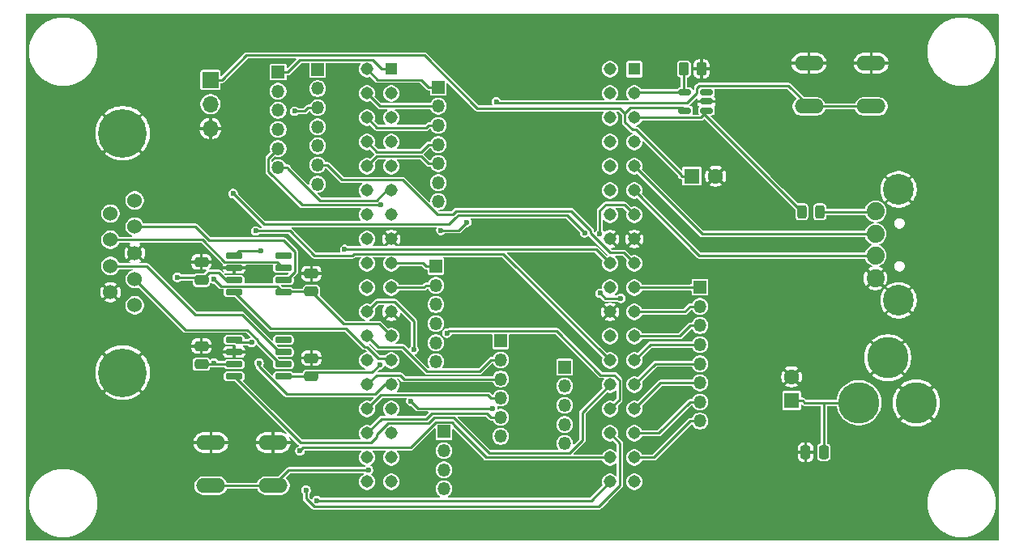
<source format=gbr>
%TF.GenerationSoftware,KiCad,Pcbnew,9.0.0*%
%TF.CreationDate,2025-04-10T12:41:04-04:00*%
%TF.ProjectId,PocketBeagle2Cape_rev1,506f636b-6574-4426-9561-676c65324361,rev?*%
%TF.SameCoordinates,Original*%
%TF.FileFunction,Copper,L1,Top*%
%TF.FilePolarity,Positive*%
%FSLAX46Y46*%
G04 Gerber Fmt 4.6, Leading zero omitted, Abs format (unit mm)*
G04 Created by KiCad (PCBNEW 9.0.0) date 2025-04-10 12:41:04*
%MOMM*%
%LPD*%
G01*
G04 APERTURE LIST*
G04 Aperture macros list*
%AMRoundRect*
0 Rectangle with rounded corners*
0 $1 Rounding radius*
0 $2 $3 $4 $5 $6 $7 $8 $9 X,Y pos of 4 corners*
0 Add a 4 corners polygon primitive as box body*
4,1,4,$2,$3,$4,$5,$6,$7,$8,$9,$2,$3,0*
0 Add four circle primitives for the rounded corners*
1,1,$1+$1,$2,$3*
1,1,$1+$1,$4,$5*
1,1,$1+$1,$6,$7*
1,1,$1+$1,$8,$9*
0 Add four rect primitives between the rounded corners*
20,1,$1+$1,$2,$3,$4,$5,0*
20,1,$1+$1,$4,$5,$6,$7,0*
20,1,$1+$1,$6,$7,$8,$9,0*
20,1,$1+$1,$8,$9,$2,$3,0*%
G04 Aperture macros list end*
%TA.AperFunction,SMDPad,CuDef*%
%ADD10RoundRect,0.250000X0.250000X0.475000X-0.250000X0.475000X-0.250000X-0.475000X0.250000X-0.475000X0*%
%TD*%
%TA.AperFunction,ComponentPad*%
%ADD11R,1.350000X1.350000*%
%TD*%
%TA.AperFunction,ComponentPad*%
%ADD12O,1.350000X1.350000*%
%TD*%
%TA.AperFunction,SMDPad,CuDef*%
%ADD13RoundRect,0.150000X-0.725000X-0.150000X0.725000X-0.150000X0.725000X0.150000X-0.725000X0.150000X0*%
%TD*%
%TA.AperFunction,ComponentPad*%
%ADD14C,1.879600*%
%TD*%
%TA.AperFunction,ComponentPad*%
%ADD15C,3.216000*%
%TD*%
%TA.AperFunction,ComponentPad*%
%ADD16O,3.048000X1.524000*%
%TD*%
%TA.AperFunction,ComponentPad*%
%ADD17R,1.600000X1.600000*%
%TD*%
%TA.AperFunction,ComponentPad*%
%ADD18C,1.600000*%
%TD*%
%TA.AperFunction,SMDPad,CuDef*%
%ADD19RoundRect,0.250000X0.475000X-0.250000X0.475000X0.250000X-0.475000X0.250000X-0.475000X-0.250000X0*%
%TD*%
%TA.AperFunction,ComponentPad*%
%ADD20C,4.318000*%
%TD*%
%TA.AperFunction,SMDPad,CuDef*%
%ADD21RoundRect,0.250000X-0.262500X-0.450000X0.262500X-0.450000X0.262500X0.450000X-0.262500X0.450000X0*%
%TD*%
%TA.AperFunction,ComponentPad*%
%ADD22R,1.700000X1.700000*%
%TD*%
%TA.AperFunction,ComponentPad*%
%ADD23O,1.700000X1.700000*%
%TD*%
%TA.AperFunction,SMDPad,CuDef*%
%ADD24RoundRect,0.150000X0.512500X0.150000X-0.512500X0.150000X-0.512500X-0.150000X0.512500X-0.150000X0*%
%TD*%
%TA.AperFunction,ComponentPad*%
%ADD25C,1.524000*%
%TD*%
%TA.AperFunction,ComponentPad*%
%ADD26C,5.080000*%
%TD*%
%TA.AperFunction,SMDPad,CuDef*%
%ADD27RoundRect,0.243750X0.243750X0.456250X-0.243750X0.456250X-0.243750X-0.456250X0.243750X-0.456250X0*%
%TD*%
%TA.AperFunction,ComponentPad*%
%ADD28R,1.308000X1.308000*%
%TD*%
%TA.AperFunction,ComponentPad*%
%ADD29C,1.308000*%
%TD*%
%TA.AperFunction,ViaPad*%
%ADD30C,0.600000*%
%TD*%
%TA.AperFunction,Conductor*%
%ADD31C,0.250000*%
%TD*%
G04 APERTURE END LIST*
D10*
%TO.P,C6,1*%
%TO.N,Net-(U1A-VIN_5V)*%
X176500000Y-123300000D03*
%TO.P,C6,2*%
%TO.N,GND*%
X174600000Y-123300000D03*
%TD*%
D11*
%TO.P,P8,1,Pin_1*%
%TO.N,Net-(P8-Pin_1)*%
X119475000Y-83525000D03*
D12*
%TO.P,P8,2,Pin_2*%
%TO.N,Net-(P8-Pin_2)*%
X119475000Y-85525000D03*
%TO.P,P8,3,Pin_3*%
%TO.N,Net-(P8-Pin_3)*%
X119475000Y-87525000D03*
%TO.P,P8,4,Pin_4*%
%TO.N,Net-(P8-Pin_4)*%
X119475000Y-89525000D03*
%TO.P,P8,5,Pin_5*%
%TO.N,Net-(P8-Pin_5)*%
X119475000Y-91525000D03*
%TO.P,P8,6,Pin_6*%
%TO.N,Net-(P8-Pin_6)*%
X119475000Y-93525000D03*
%TD*%
D13*
%TO.P,U2,1,TXD*%
%TO.N,Net-(U1A-CAN0.TX)*%
X114875000Y-111545000D03*
%TO.P,U2,2,VSS*%
%TO.N,GND*%
X114875000Y-112815000D03*
%TO.P,U2,3,VDD*%
%TO.N,Net-(P11-Pin_1)*%
X114875000Y-114085000D03*
%TO.P,U2,4,RXD*%
%TO.N,Net-(U1A-CAN0.RX)*%
X114875000Y-115355000D03*
%TO.P,U2,5,Vio*%
%TO.N,+3V3*%
X120025000Y-115355000D03*
%TO.P,U2,6,CANL*%
%TO.N,Net-(U2-CANL)*%
X120025000Y-114085000D03*
%TO.P,U2,7,CANH*%
%TO.N,Net-(U2-CANH)*%
X120025000Y-112815000D03*
%TO.P,U2,8,STBY*%
%TO.N,unconnected-(U2-STBY-Pad8)*%
X120025000Y-111545000D03*
%TD*%
D11*
%TO.P,P9,1,Pin_1*%
%TO.N,Net-(P9-Pin_1)*%
X136210000Y-85100000D03*
D12*
%TO.P,P9,2,Pin_2*%
%TO.N,Net-(P9-Pin_2)*%
X136210000Y-87100000D03*
%TO.P,P9,3,Pin_3*%
%TO.N,Net-(P9-Pin_3)*%
X136210000Y-89100000D03*
%TO.P,P9,4,Pin_4*%
%TO.N,Net-(P9-Pin_4)*%
X136210000Y-91100000D03*
%TO.P,P9,5,Pin_5*%
%TO.N,Net-(P9-Pin_5)*%
X136210000Y-93100000D03*
%TO.P,P9,6,Pin_6*%
%TO.N,Net-(P9-Pin_6)*%
X136210000Y-95100000D03*
%TO.P,P9,7,Pin_7*%
%TO.N,Net-(P9-Pin_7)*%
X136210000Y-97100000D03*
%TD*%
D11*
%TO.P,P3,1,Pin_1*%
%TO.N,/LCD_RD*%
X149410000Y-114400000D03*
D12*
%TO.P,P3,2,Pin_2*%
%TO.N,/LCD_WR*%
X149410000Y-116400000D03*
%TO.P,P3,3,Pin_3*%
%TO.N,/LCD_RS*%
X149410000Y-118400000D03*
%TO.P,P3,4,Pin_4*%
%TO.N,/LCD_CS*%
X149410000Y-120400000D03*
%TO.P,P3,5,Pin_5*%
%TO.N,/LCD_RST*%
X149410000Y-122400000D03*
%TD*%
D14*
%TO.P,P1,D+,D-*%
%TO.N,/USB1.D+*%
X181910200Y-102727000D03*
%TO.P,P1,D-,D+*%
%TO.N,/USB1.D-*%
X181910200Y-100473000D03*
D15*
%TO.P,P1,GND,VBUS*%
%TO.N,GND*%
X184310200Y-107400000D03*
X184310200Y-95800000D03*
D14*
X181910200Y-105100000D03*
%TO.P,P1,VBUS,GND*%
%TO.N,Net-(P1-GND)*%
X181910200Y-98100000D03*
%TD*%
D16*
%TO.P,S1,1,S*%
%TO.N,GND*%
X112448800Y-122289400D03*
%TO.P,S1,2,S1*%
X118951200Y-122289400D03*
%TO.P,S1,3,P*%
%TO.N,Net-(S1-P)*%
X112448800Y-126810600D03*
%TO.P,S1,4,P1*%
X118951200Y-126810600D03*
%TD*%
D11*
%TO.P,P7,1,Pin_1*%
%TO.N,Net-(P7-Pin_1)*%
X135950000Y-103850000D03*
D12*
%TO.P,P7,2,Pin_2*%
%TO.N,Net-(P7-Pin_2)*%
X135950000Y-105850000D03*
%TO.P,P7,3,Pin_3*%
%TO.N,Net-(P7-Pin_3)*%
X135950000Y-107850000D03*
%TO.P,P7,4,Pin_4*%
%TO.N,Net-(P7-Pin_4)*%
X135950000Y-109850000D03*
%TO.P,P7,5,Pin_5*%
%TO.N,Net-(P7-Pin_5)*%
X135950000Y-111850000D03*
%TO.P,P7,6,Pin_6*%
%TO.N,Net-(P7-Pin_6)*%
X135950000Y-113850000D03*
%TD*%
D17*
%TO.P,C5,1*%
%TO.N,Net-(U1A-VIN_5V)*%
X173150000Y-117900000D03*
D18*
%TO.P,C5,2*%
%TO.N,GND*%
X173150000Y-115400000D03*
%TD*%
D19*
%TO.P,C4,1*%
%TO.N,Net-(P11-Pin_1)*%
X111450000Y-114100000D03*
%TO.P,C4,2*%
%TO.N,GND*%
X111450000Y-112200000D03*
%TD*%
D20*
%TO.P,P2,GND,GND*%
%TO.N,GND*%
X186171100Y-118128700D03*
%TO.P,P2,GNDBREAK,GNDBREAK*%
X183171100Y-113428700D03*
%TO.P,P2,PWR,PWR*%
%TO.N,Net-(U1A-VIN_5V)*%
X180171100Y-118128700D03*
%TD*%
D21*
%TO.P,R1,1*%
%TO.N,Net-(U1A-USB1.DRVVBUS)*%
X161887500Y-83200000D03*
%TO.P,R1,2*%
%TO.N,GND*%
X163712500Y-83200000D03*
%TD*%
D19*
%TO.P,C7,1*%
%TO.N,+3V3*%
X122950000Y-106500000D03*
%TO.P,C7,2*%
%TO.N,GND*%
X122950000Y-104600000D03*
%TD*%
D11*
%TO.P,P10,1,Pin_1*%
%TO.N,Net-(P10-Pin_1)*%
X142730000Y-111650000D03*
D12*
%TO.P,P10,2,Pin_2*%
%TO.N,Net-(P10-Pin_2)*%
X142730000Y-113650000D03*
%TO.P,P10,3,Pin_3*%
%TO.N,Net-(P10-Pin_3)*%
X142730000Y-115650000D03*
%TO.P,P10,4,Pin_4*%
%TO.N,Net-(P10-Pin_4)*%
X142730000Y-117650000D03*
%TO.P,P10,5,Pin_5*%
%TO.N,Net-(P10-Pin_5)*%
X142730000Y-119650000D03*
%TO.P,P10,6,Pin_6*%
%TO.N,Net-(P10-Pin_6)*%
X142730000Y-121650000D03*
%TD*%
D13*
%TO.P,U3,1,TXD*%
%TO.N,Net-(U1B-CAN1.TX)*%
X114875000Y-102745000D03*
%TO.P,U3,2,VSS*%
%TO.N,GND*%
X114875000Y-104015000D03*
%TO.P,U3,3,VDD*%
%TO.N,Net-(P11-Pin_1)*%
X114875000Y-105285000D03*
%TO.P,U3,4,RXD*%
%TO.N,Net-(U1B-CAN1.RX)*%
X114875000Y-106555000D03*
%TO.P,U3,5,Vio*%
%TO.N,+3V3*%
X120025000Y-106555000D03*
%TO.P,U3,6,CANL*%
%TO.N,Net-(U3-CANL)*%
X120025000Y-105285000D03*
%TO.P,U3,7,CANH*%
%TO.N,Net-(U3-CANH)*%
X120025000Y-104015000D03*
%TO.P,U3,8,STBY*%
%TO.N,unconnected-(U3-STBY-Pad8)*%
X120025000Y-102745000D03*
%TD*%
D22*
%TO.P,P11,1,Pin_1*%
%TO.N,Net-(P11-Pin_1)*%
X112400000Y-84350000D03*
D23*
%TO.P,P11,2,Pin_2*%
%TO.N,+3V3*%
X112400000Y-86890000D03*
%TO.P,P11,3,Pin_3*%
%TO.N,GND*%
X112400000Y-89430000D03*
%TD*%
D19*
%TO.P,C3,1*%
%TO.N,Net-(P11-Pin_1)*%
X111450000Y-105300000D03*
%TO.P,C3,2*%
%TO.N,GND*%
X111450000Y-103400000D03*
%TD*%
D11*
%TO.P,P4,1,Pin_1*%
%TO.N,Net-(P4-Pin_1)*%
X163550000Y-106050000D03*
D12*
%TO.P,P4,2,Pin_2*%
%TO.N,Net-(P4-Pin_2)*%
X163550000Y-108050000D03*
%TO.P,P4,3,Pin_3*%
%TO.N,Net-(P4-Pin_3)*%
X163550000Y-110050000D03*
%TO.P,P4,4,Pin_4*%
%TO.N,Net-(P4-Pin_4)*%
X163550000Y-112050000D03*
%TO.P,P4,5,Pin_5*%
%TO.N,Net-(P4-Pin_5)*%
X163550000Y-114050000D03*
%TO.P,P4,6,Pin_6*%
%TO.N,Net-(P4-Pin_6)*%
X163550000Y-116050000D03*
%TO.P,P4,7,Pin_7*%
%TO.N,Net-(P4-Pin_7)*%
X163550000Y-118050000D03*
%TO.P,P4,8,Pin_8*%
%TO.N,Net-(P4-Pin_8)*%
X163550000Y-120050000D03*
%TD*%
D11*
%TO.P,P5,1,Pin_1*%
%TO.N,/SPI2.CS*%
X136800000Y-121150000D03*
D12*
%TO.P,P5,2,Pin_2*%
%TO.N,/SPI2.CLK*%
X136800000Y-123150000D03*
%TO.P,P5,3,Pin_3*%
%TO.N,/SPI2.MISO*%
X136800000Y-125150000D03*
%TO.P,P5,4,Pin_4*%
%TO.N,/SPI2.MOSI*%
X136800000Y-127150000D03*
%TD*%
D17*
%TO.P,C9,1*%
%TO.N,Net-(P11-Pin_1)*%
X162700000Y-94400000D03*
D18*
%TO.P,C9,2*%
%TO.N,GND*%
X165200000Y-94400000D03*
%TD*%
D24*
%TO.P,U4,1,OUT*%
%TO.N,Net-(U1A-USB1.VBUS)*%
X164237500Y-87550000D03*
%TO.P,U4,2,GND*%
%TO.N,GND*%
X164237500Y-86600000D03*
%TO.P,U4,3,~{FLT}*%
%TO.N,unconnected-(U4-~{FLT}-Pad3)*%
X164237500Y-85650000D03*
%TO.P,U4,4,EN*%
%TO.N,Net-(U1A-USB1.DRVVBUS)*%
X161962500Y-85650000D03*
%TO.P,U4,5,IN*%
%TO.N,Net-(P11-Pin_1)*%
X161962500Y-87550000D03*
%TD*%
D16*
%TO.P,S2,1,S*%
%TO.N,GND*%
X174948800Y-82589400D03*
%TO.P,S2,2,S1*%
X181451200Y-82589400D03*
%TO.P,S2,3,P*%
%TO.N,Net-(S2-P)*%
X174948800Y-87110600D03*
%TO.P,S2,4,P1*%
X181451200Y-87110600D03*
%TD*%
D11*
%TO.P,P6,1,Pin_1*%
%TO.N,Net-(P6-Pin_1)*%
X123600000Y-83250000D03*
D12*
%TO.P,P6,2,Pin_2*%
%TO.N,Net-(P6-Pin_2)*%
X123600000Y-85250000D03*
%TO.P,P6,3,Pin_3*%
%TO.N,Net-(P6-Pin_3)*%
X123600000Y-87250000D03*
%TO.P,P6,4,Pin_4*%
%TO.N,Net-(P6-Pin_4)*%
X123600000Y-89250000D03*
%TO.P,P6,5,Pin_5*%
%TO.N,/AIN.VREF+*%
X123600000Y-91250000D03*
%TO.P,P6,6,Pin_6*%
%TO.N,Net-(P6-Pin_6)*%
X123600000Y-93250000D03*
%TO.P,P6,7,Pin_7*%
%TO.N,Net-(P6-Pin_7)*%
X123600000Y-95250000D03*
%TD*%
D19*
%TO.P,C8,1*%
%TO.N,+3V3*%
X122950000Y-115350000D03*
%TO.P,C8,2*%
%TO.N,GND*%
X122950000Y-113450000D03*
%TD*%
D25*
%TO.P,P12,1,1*%
%TO.N,unconnected-(P12-Pad1)*%
X104491100Y-107936400D03*
%TO.P,P12,2,2*%
%TO.N,Net-(U2-CANL)*%
X104491100Y-105193200D03*
%TO.P,P12,3,3*%
%TO.N,GND*%
X104491100Y-102450000D03*
%TO.P,P12,4,4*%
%TO.N,Net-(U3-CANL)*%
X104491100Y-99706800D03*
%TO.P,P12,5,5*%
%TO.N,unconnected-(P12-Pad5)*%
X104491100Y-96963600D03*
%TO.P,P12,6,6*%
%TO.N,GND*%
X101951100Y-106564800D03*
%TO.P,P12,7,7*%
%TO.N,Net-(U2-CANH)*%
X101951100Y-103821600D03*
%TO.P,P12,8,8*%
%TO.N,Net-(U3-CANH)*%
X101951100Y-101078400D03*
%TO.P,P12,9,9*%
%TO.N,unconnected-(P12-Pad9)*%
X101951100Y-98335200D03*
D26*
%TO.P,P12,G1,G1*%
%TO.N,GND*%
X103221100Y-114972200D03*
%TO.P,P12,G2,G2*%
X103221100Y-89927800D03*
%TD*%
D27*
%TO.P,FB1,1*%
%TO.N,Net-(P1-GND)*%
X176087500Y-98150000D03*
%TO.P,FB1,2*%
%TO.N,Net-(U1A-USB1.VBUS)*%
X174212500Y-98150000D03*
%TD*%
D28*
%TO.P,U1,P1.1,VIN_5V*%
%TO.N,Net-(U1A-VIN_5V)*%
X156700000Y-83220000D03*
D29*
%TO.P,U1,P1.2,GPIO1_10/GPIO0_87*%
%TO.N,/LCD_CS*%
X154160000Y-83220000D03*
%TO.P,U1,P1.3,USB1.DRVVBUS*%
%TO.N,Net-(U1A-USB1.DRVVBUS)*%
X156700000Y-85760000D03*
%TO.P,U1,P1.4,GPIO1_12/GPIO0_89*%
%TO.N,/LCD_RS*%
X154160000Y-85760000D03*
%TO.P,U1,P1.5,USB1.VBUS*%
%TO.N,Net-(U1A-USB1.VBUS)*%
X156700000Y-88300000D03*
%TO.P,U1,P1.6,GPIO1_13/GPIO0_78*%
%TO.N,/SPI2.CS*%
X154160000Y-88300000D03*
%TO.P,U1,P1.7,VIN.USB*%
%TO.N,unconnected-(U1A-VIN.USB-PadP1.7)*%
X156700000Y-90840000D03*
%TO.P,U1,P1.8,GPIO1_14*%
%TO.N,/SPI2.CLK*%
X154160000Y-90840000D03*
%TO.P,U1,P1.9,USB1.D-*%
%TO.N,/USB1.D-*%
X156700000Y-93380000D03*
%TO.P,U1,P1.10,GPIO1_30/GPIO1_7*%
%TO.N,/SPI2.MISO*%
X154160000Y-93380000D03*
%TO.P,U1,P1.11,USB1.D+*%
%TO.N,/USB1.D+*%
X156700000Y-95920000D03*
%TO.P,U1,P1.12,GPIO1_8/GPIO0_77*%
%TO.N,/SPI2.MOSI*%
X154160000Y-95920000D03*
%TO.P,U1,P1.13,GPIO0_36*%
%TO.N,/LCD_RD*%
X156700000Y-98460000D03*
%TO.P,U1,P1.14,3.3V*%
%TO.N,+3V3*%
X154160000Y-98460000D03*
%TO.P,U1,P1.15,GND*%
%TO.N,GND*%
X156700000Y-101000000D03*
%TO.P,U1,P1.16,GND*%
X154160000Y-101000000D03*
%TO.P,U1,P1.17,AIN.VREF-*%
%TO.N,Net-(P6-Pin_6)*%
X156700000Y-103540000D03*
%TO.P,U1,P1.18,AIN.VREF+*%
%TO.N,/AIN.VREF+*%
X154160000Y-103540000D03*
%TO.P,U1,P1.19,GPIO1_1*%
%TO.N,Net-(P4-Pin_1)*%
X156700000Y-106080000D03*
%TO.P,U1,P1.20,GPIO0_50*%
%TO.N,/LCD_RST*%
X154160000Y-106080000D03*
%TO.P,U1,P1.21,GPIO1_6*%
%TO.N,Net-(P4-Pin_2)*%
X156700000Y-108620000D03*
%TO.P,U1,P1.22,GND*%
%TO.N,GND*%
X154160000Y-108620000D03*
%TO.P,U1,P1.23,GPIO1_5*%
%TO.N,Net-(P4-Pin_3)*%
X156700000Y-111160000D03*
%TO.P,U1,P1.24,VOUT*%
%TO.N,Net-(P11-Pin_1)*%
X154160000Y-111160000D03*
%TO.P,U1,P1.25,GPIO1_4*%
%TO.N,Net-(P4-Pin_4)*%
X156700000Y-113700000D03*
%TO.P,U1,P1.26,CAN0.TX*%
%TO.N,Net-(U1A-CAN0.TX)*%
X154160000Y-113700000D03*
%TO.P,U1,P1.27,GPIO1_3*%
%TO.N,Net-(P4-Pin_5)*%
X156700000Y-116240000D03*
%TO.P,U1,P1.28,CAN0.RX*%
%TO.N,Net-(U1A-CAN0.RX)*%
X154160000Y-116240000D03*
%TO.P,U1,P1.29,GPIO0_62*%
%TO.N,Net-(P4-Pin_6)*%
X156700000Y-118780000D03*
%TO.P,U1,P1.30,GPIO1_21*%
%TO.N,Net-(P6-Pin_1)*%
X154160000Y-118780000D03*
%TO.P,U1,P1.31,GPIO0_59*%
%TO.N,Net-(P4-Pin_7)*%
X156700000Y-121320000D03*
%TO.P,U1,P1.32,GPIO1_20*%
%TO.N,Net-(P6-Pin_2)*%
X154160000Y-121320000D03*
%TO.P,U1,P1.33,GPIO0_56/GPIO1_29*%
%TO.N,Net-(P4-Pin_8)*%
X156700000Y-123860000D03*
%TO.P,U1,P1.34,GPIO1_2*%
%TO.N,Net-(P6-Pin_3)*%
X154160000Y-123860000D03*
%TO.P,U1,P1.35,GPIO0_88*%
%TO.N,/LCD_WR*%
X156700000Y-126400000D03*
%TO.P,U1,P1.36,GPIO0_55/GPIO1_28*%
%TO.N,Net-(P6-Pin_4)*%
X154160000Y-126400000D03*
D28*
%TO.P,U1,P2.1,GPIO0_86/GPIO1_11*%
%TO.N,Net-(P8-Pin_1)*%
X131300000Y-83220000D03*
D29*
%TO.P,U1,P2.2,GPIO0_45*%
%TO.N,Net-(P9-Pin_1)*%
X128760000Y-83220000D03*
%TO.P,U1,P2.3,GPIO0_85/GPIO1_9*%
%TO.N,Net-(P8-Pin_2)*%
X131300000Y-85760000D03*
%TO.P,U1,P2.4,GPIO0_46*%
%TO.N,Net-(P9-Pin_2)*%
X128760000Y-85760000D03*
%TO.P,U1,P2.5,MCU_GPIO0_5/GPIO01_24*%
%TO.N,Net-(P8-Pin_3)*%
X131300000Y-88300000D03*
%TO.P,U1,P2.6,GPIO0_47*%
%TO.N,Net-(P9-Pin_3)*%
X128760000Y-88300000D03*
%TO.P,U1,P2.7,MCU_GPIO0_6/GPIO1_25*%
%TO.N,Net-(P8-Pin_4)*%
X131300000Y-90840000D03*
%TO.P,U1,P2.8,GPIO0_48*%
%TO.N,Net-(P9-Pin_4)*%
X128760000Y-90840000D03*
%TO.P,U1,P2.9,MCU_GPIO0_16/GPIO1_22*%
%TO.N,Net-(P8-Pin_5)*%
X131300000Y-93380000D03*
%TO.P,U1,P2.10,GPIO0_91*%
%TO.N,Net-(P9-Pin_5)*%
X128760000Y-93380000D03*
%TO.P,U1,P2.11,MCU_GPIO0_15/GPIO1_23*%
%TO.N,Net-(P8-Pin_6)*%
X131300000Y-95920000D03*
%TO.P,U1,P2.12,PWR.BTN*%
%TO.N,Net-(S1-P)*%
X128760000Y-95920000D03*
%TO.P,U1,P2.13,VOUT_SYS*%
%TO.N,unconnected-(U1B-VOUT_SYS-PadP2.13)*%
X131300000Y-98460000D03*
%TO.P,U1,P2.14,VBAT*%
%TO.N,unconnected-(U1B-VBAT-PadP2.14)*%
X128760000Y-98460000D03*
%TO.P,U1,P2.15,GND*%
%TO.N,GND*%
X131300000Y-101000000D03*
%TO.P,U1,P2.16,BAT.TEMP*%
%TO.N,unconnected-(U1B-BAT.TEMP-PadP2.16)*%
X128760000Y-101000000D03*
%TO.P,U1,P2.17,GPIO0_64*%
%TO.N,Net-(P7-Pin_1)*%
X131300000Y-103540000D03*
%TO.P,U1,P2.18,GPIO0_53*%
%TO.N,Net-(P9-Pin_6)*%
X128760000Y-103540000D03*
%TO.P,U1,P2.19,GPIO1_0*%
%TO.N,Net-(P7-Pin_2)*%
X131300000Y-106080000D03*
%TO.P,U1,P2.20,GPIO0_49*%
%TO.N,Net-(P9-Pin_7)*%
X128760000Y-106080000D03*
%TO.P,U1,P2.21,GND*%
%TO.N,GND*%
X131300000Y-108620000D03*
%TO.P,U1,P2.22,GPIO0_63*%
%TO.N,Net-(P10-Pin_1)*%
X128760000Y-108620000D03*
%TO.P,U1,P2.23,3.3V*%
%TO.N,+3V3*%
X131300000Y-111160000D03*
%TO.P,U1,P2.24,GPIO0_51*%
%TO.N,Net-(P10-Pin_2)*%
X128760000Y-111160000D03*
%TO.P,U1,P2.25,CAN1.RX*%
%TO.N,Net-(U1B-CAN1.RX)*%
X131300000Y-113700000D03*
%TO.P,U1,P2.26,nRESET*%
%TO.N,Net-(S2-P)*%
X128760000Y-113700000D03*
%TO.P,U1,P2.27,CAN1.TX*%
%TO.N,Net-(U1B-CAN1.TX)*%
X131300000Y-116240000D03*
%TO.P,U1,P2.28,GPIO0_61*%
%TO.N,Net-(P10-Pin_3)*%
X128760000Y-116240000D03*
%TO.P,U1,P2.29,GPIO0_40/GPIO1_17*%
%TO.N,Net-(P7-Pin_3)*%
X131300000Y-118780000D03*
%TO.P,U1,P2.30,GPIO0_58*%
%TO.N,Net-(P10-Pin_4)*%
X128760000Y-118780000D03*
%TO.P,U1,P2.31,GPIO0_90/GPIO1_15*%
%TO.N,Net-(P7-Pin_4)*%
X131300000Y-121320000D03*
%TO.P,U1,P2.32,GPIO0_57*%
%TO.N,Net-(P10-Pin_5)*%
X128760000Y-121320000D03*
%TO.P,U1,P2.33,GPIO0_52*%
%TO.N,Net-(P7-Pin_5)*%
X131300000Y-123860000D03*
%TO.P,U1,P2.34,GPIO0_60*%
%TO.N,Net-(P10-Pin_6)*%
X128760000Y-123860000D03*
%TO.P,U1,P2.35,GPIO0_54*%
%TO.N,Net-(P7-Pin_6)*%
X131300000Y-126400000D03*
%TO.P,U1,P2.36,GPIO1_16*%
%TO.N,Net-(P6-Pin_7)*%
X128760000Y-126400000D03*
%TD*%
D30*
%TO.N,GND*%
X130050000Y-106900000D03*
X129900000Y-104050000D03*
%TO.N,Net-(P10-Pin_1)*%
X133638100Y-112573600D03*
X133355700Y-117955700D03*
X141871000Y-118696300D03*
%TO.N,/LCD_RD*%
X153086900Y-100433300D03*
%TO.N,Net-(P8-Pin_5)*%
X130179700Y-97391900D03*
%TO.N,/LCD_CS*%
X155276000Y-107195900D03*
X153098800Y-106669200D03*
%TO.N,Net-(U1A-CAN0.TX)*%
X117123100Y-100151800D03*
X116711100Y-111813500D03*
%TO.N,Net-(U1B-CAN1.TX)*%
X117480400Y-113961200D03*
X117682900Y-102264800D03*
%TO.N,Net-(S2-P)*%
X142272300Y-86613600D03*
%TO.N,Net-(S1-P)*%
X128912200Y-125180700D03*
%TO.N,+3V3*%
X112742800Y-105183300D03*
X130098300Y-114138600D03*
X151501200Y-100335400D03*
X114767400Y-96247700D03*
%TO.N,Net-(P11-Pin_1)*%
X108936400Y-105003200D03*
X112742800Y-113959500D03*
%TO.N,Net-(P6-Pin_2)*%
X122404700Y-127277800D03*
%TO.N,Net-(P6-Pin_4)*%
X123513900Y-128351200D03*
%TO.N,Net-(P6-Pin_1)*%
X137108200Y-110840200D03*
X139177400Y-99233300D03*
X136484300Y-100076700D03*
%TO.N,Net-(P6-Pin_3)*%
X121742100Y-123181600D03*
X121190000Y-87616500D03*
%TO.N,/AIN.VREF+*%
X126424600Y-102083100D03*
%TD*%
D31*
%TO.N,GND*%
X130050000Y-106900000D02*
X130050000Y-104200000D01*
X130050000Y-104200000D02*
X129900000Y-104050000D01*
X129900000Y-104050000D02*
X129350000Y-104600000D01*
X129350000Y-104600000D02*
X122950000Y-104600000D01*
%TO.N,Net-(P10-Pin_1)*%
X133638100Y-109560600D02*
X133638100Y-112573600D01*
X131665600Y-107588100D02*
X133638100Y-109560600D01*
X129791900Y-107588100D02*
X131665600Y-107588100D01*
X128760000Y-108620000D02*
X129791900Y-107588100D01*
X134096300Y-118696300D02*
X141871000Y-118696300D01*
X133355700Y-117955700D02*
X134096300Y-118696300D01*
%TO.N,Net-(P10-Pin_3)*%
X132622800Y-115650000D02*
X142730000Y-115650000D01*
X132217200Y-115244400D02*
X132622800Y-115650000D01*
X129755600Y-115244400D02*
X132217200Y-115244400D01*
X128760000Y-116240000D02*
X129755600Y-115244400D01*
%TO.N,Net-(P10-Pin_4)*%
X130211000Y-117329000D02*
X128760000Y-118780000D01*
X141407300Y-117329000D02*
X130211000Y-117329000D01*
X141728300Y-117650000D02*
X141407300Y-117329000D01*
X142730000Y-117650000D02*
X141728300Y-117650000D01*
%TO.N,Net-(P10-Pin_2)*%
X142730000Y-113650000D02*
X141728300Y-113650000D01*
X140526600Y-114851700D02*
X141728300Y-113650000D01*
X135030000Y-114851700D02*
X140526600Y-114851700D01*
X132506400Y-112328100D02*
X135030000Y-114851700D01*
X129928100Y-112328100D02*
X132506400Y-112328100D01*
X128760000Y-111160000D02*
X129928100Y-112328100D01*
%TO.N,Net-(P10-Pin_5)*%
X142730000Y-119650000D02*
X141728300Y-119650000D01*
X130256700Y-119823300D02*
X128760000Y-121320000D01*
X134933800Y-119823300D02*
X130256700Y-119823300D01*
X135512200Y-119244900D02*
X134933800Y-119823300D01*
X141323200Y-119244900D02*
X135512200Y-119244900D01*
X141728300Y-119650000D02*
X141323200Y-119244900D01*
%TO.N,Net-(P9-Pin_3)*%
X134973300Y-89335000D02*
X135208300Y-89100000D01*
X129795000Y-89335000D02*
X134973300Y-89335000D01*
X128760000Y-88300000D02*
X129795000Y-89335000D01*
X136210000Y-89100000D02*
X135208300Y-89100000D01*
%TO.N,/LCD_RD*%
X153086900Y-98033900D02*
X153086900Y-100433300D01*
X153693100Y-97427700D02*
X153086900Y-98033900D01*
X155667700Y-97427700D02*
X153693100Y-97427700D01*
X156700000Y-98460000D02*
X155667700Y-97427700D01*
%TO.N,Net-(P9-Pin_2)*%
X130100000Y-87100000D02*
X136210000Y-87100000D01*
X128760000Y-85760000D02*
X130100000Y-87100000D01*
%TO.N,Net-(P9-Pin_1)*%
X136210000Y-85100000D02*
X135208300Y-85100000D01*
X129867600Y-84327600D02*
X128760000Y-83220000D01*
X134435900Y-84327600D02*
X129867600Y-84327600D01*
X135208300Y-85100000D02*
X134435900Y-84327600D01*
%TO.N,Net-(P9-Pin_5)*%
X136210000Y-93100000D02*
X135208300Y-93100000D01*
X134465900Y-92357600D02*
X135208300Y-93100000D01*
X129782400Y-92357600D02*
X134465900Y-92357600D01*
X128760000Y-93380000D02*
X129782400Y-92357600D01*
%TO.N,Net-(P9-Pin_4)*%
X134448300Y-91860000D02*
X135208300Y-91100000D01*
X129780000Y-91860000D02*
X134448300Y-91860000D01*
X128760000Y-90840000D02*
X129780000Y-91860000D01*
X136210000Y-91100000D02*
X135208300Y-91100000D01*
%TO.N,Net-(P8-Pin_5)*%
X130130400Y-97441200D02*
X130179700Y-97391900D01*
X121958900Y-97441200D02*
X130130400Y-97441200D01*
X118457500Y-93939800D02*
X121958900Y-97441200D01*
X118457500Y-92542500D02*
X118457500Y-93939800D01*
X119475000Y-91525000D02*
X118457500Y-92542500D01*
%TO.N,Net-(P8-Pin_1)*%
X131300000Y-83220000D02*
X130319300Y-83220000D01*
X119475000Y-83525000D02*
X120476700Y-83525000D01*
X129336100Y-82236800D02*
X130319300Y-83220000D01*
X121764900Y-82236800D02*
X129336100Y-82236800D01*
X120476700Y-83525000D02*
X121764900Y-82236800D01*
%TO.N,Net-(P8-Pin_6)*%
X119475000Y-93525000D02*
X120476700Y-93525000D01*
X130765400Y-95920000D02*
X131300000Y-95920000D01*
X129735000Y-96950400D02*
X130765400Y-95920000D01*
X123820000Y-96950400D02*
X129735000Y-96950400D01*
X120476700Y-93607100D02*
X123820000Y-96950400D01*
X120476700Y-93525000D02*
X120476700Y-93607100D01*
%TO.N,Net-(P4-Pin_8)*%
X158738300Y-123860000D02*
X162548300Y-120050000D01*
X156700000Y-123860000D02*
X158738300Y-123860000D01*
X163550000Y-120050000D02*
X162548300Y-120050000D01*
%TO.N,/LCD_CS*%
X153625500Y-107195900D02*
X153098800Y-106669200D01*
X155276000Y-107195900D02*
X153625500Y-107195900D01*
%TO.N,Net-(U1A-USB1.DRVVBUS)*%
X161887500Y-85575000D02*
X161887500Y-83200000D01*
X161962500Y-85650000D02*
X161887500Y-85575000D01*
X156810000Y-85650000D02*
X156700000Y-85760000D01*
X161962500Y-85650000D02*
X156810000Y-85650000D01*
%TO.N,Net-(U1A-USB1.VBUS)*%
X164013100Y-87774400D02*
X164237500Y-87550000D01*
X164013100Y-87950600D02*
X164013100Y-87774400D01*
X174212500Y-98150000D02*
X164013100Y-87950600D01*
X163663700Y-88300000D02*
X156700000Y-88300000D01*
X164013100Y-87950600D02*
X163663700Y-88300000D01*
%TO.N,Net-(U1A-CAN0.RX)*%
X121839600Y-122319600D02*
X114875000Y-115355000D01*
X129162100Y-122319600D02*
X121839600Y-122319600D01*
X129757000Y-121724700D02*
X129162100Y-122319600D01*
X129757000Y-121444200D02*
X129757000Y-121724700D01*
X130926200Y-120275000D02*
X129757000Y-121444200D01*
X135206300Y-120275000D02*
X130926200Y-120275000D01*
X135784700Y-119696600D02*
X135206300Y-120275000D01*
X137797500Y-119696600D02*
X135784700Y-119696600D01*
X141503100Y-123402200D02*
X137797500Y-119696600D01*
X149908100Y-123402200D02*
X141503100Y-123402200D01*
X151275900Y-122034400D02*
X149908100Y-123402200D01*
X151275900Y-119124100D02*
X151275900Y-122034400D01*
X154160000Y-116240000D02*
X151275900Y-119124100D01*
%TO.N,Net-(U1A-CAN0.TX)*%
X120702000Y-100151800D02*
X117123100Y-100151800D01*
X123260800Y-102710600D02*
X120702000Y-100151800D01*
X127219400Y-102710600D02*
X123260800Y-102710600D01*
X127382200Y-102547800D02*
X127219400Y-102710600D01*
X143007800Y-102547800D02*
X127382200Y-102547800D01*
X154160000Y-113700000D02*
X143007800Y-102547800D01*
X115143500Y-111813500D02*
X114875000Y-111545000D01*
X116711100Y-111813500D02*
X115143500Y-111813500D01*
%TO.N,Net-(P4-Pin_7)*%
X159278300Y-121320000D02*
X162548300Y-118050000D01*
X156700000Y-121320000D02*
X159278300Y-121320000D01*
X163550000Y-118050000D02*
X162548300Y-118050000D01*
%TO.N,Net-(U1B-CAN1.RX)*%
X118660200Y-110340200D02*
X114875000Y-106555000D01*
X126553300Y-110340200D02*
X118660200Y-110340200D01*
X128483800Y-112270700D02*
X126553300Y-110340200D01*
X128733900Y-112270700D02*
X128483800Y-112270700D01*
X129947800Y-113484600D02*
X128733900Y-112270700D01*
X131084600Y-113484600D02*
X129947800Y-113484600D01*
X131300000Y-113700000D02*
X131084600Y-113484600D01*
%TO.N,Net-(U1B-CAN1.TX)*%
X117480400Y-114361000D02*
X117480400Y-113961200D01*
X120365700Y-117246300D02*
X117480400Y-114361000D01*
X129623000Y-117246300D02*
X120365700Y-117246300D01*
X130629300Y-116240000D02*
X129623000Y-117246300D01*
X131300000Y-116240000D02*
X130629300Y-116240000D01*
X115355200Y-102264800D02*
X114875000Y-102745000D01*
X117682900Y-102264800D02*
X115355200Y-102264800D01*
%TO.N,Net-(S2-P)*%
X181451200Y-87110600D02*
X174948800Y-87110600D01*
X172818800Y-84980600D02*
X174948800Y-87110600D01*
X163459100Y-84980600D02*
X172818800Y-84980600D01*
X163247700Y-85192000D02*
X163459100Y-84980600D01*
X163247700Y-85753700D02*
X163247700Y-85192000D01*
X162226000Y-86775400D02*
X163247700Y-85753700D01*
X142434100Y-86775400D02*
X162226000Y-86775400D01*
X142272300Y-86613600D02*
X142434100Y-86775400D01*
%TO.N,Net-(S1-P)*%
X118951200Y-126810600D02*
X112448800Y-126810600D01*
X120581100Y-125180700D02*
X118951200Y-126810600D01*
X128912200Y-125180700D02*
X120581100Y-125180700D01*
%TO.N,Net-(U3-CANH)*%
X119390000Y-103380000D02*
X120025000Y-104015000D01*
X113869100Y-103380000D02*
X119390000Y-103380000D01*
X111567500Y-101078400D02*
X113869100Y-103380000D01*
X101951100Y-101078400D02*
X111567500Y-101078400D01*
%TO.N,Net-(U3-CANL)*%
X120351800Y-105285000D02*
X120025000Y-105285000D01*
X121249900Y-104386900D02*
X120351800Y-105285000D01*
X121249900Y-102347800D02*
X121249900Y-104386900D01*
X120051800Y-101149700D02*
X121249900Y-102347800D01*
X112277600Y-101149700D02*
X120051800Y-101149700D01*
X110834700Y-99706800D02*
X112277600Y-101149700D01*
X104491100Y-99706800D02*
X110834700Y-99706800D01*
%TO.N,Net-(U2-CANL)*%
X109781300Y-110483400D02*
X104491100Y-105193200D01*
X116267300Y-110483400D02*
X109781300Y-110483400D01*
X117337800Y-111553900D02*
X116267300Y-110483400D01*
X117337800Y-111746600D02*
X117337800Y-111553900D01*
X119676200Y-114085000D02*
X117337800Y-111746600D01*
X120025000Y-114085000D02*
X119676200Y-114085000D01*
%TO.N,Net-(U2-CANH)*%
X105697600Y-103821600D02*
X101951100Y-103821600D01*
X110788100Y-108912100D02*
X105697600Y-103821600D01*
X115684200Y-108912100D02*
X110788100Y-108912100D01*
X119587100Y-112815000D02*
X115684200Y-108912100D01*
X120025000Y-112815000D02*
X119587100Y-112815000D01*
%TO.N,+3V3*%
X113479500Y-105920000D02*
X112742800Y-105183300D01*
X119390000Y-105920000D02*
X113479500Y-105920000D01*
X120025000Y-106555000D02*
X119390000Y-105920000D01*
X120080000Y-106500000D02*
X120025000Y-106555000D01*
X122950000Y-106500000D02*
X120080000Y-106500000D01*
X120030000Y-115350000D02*
X122950000Y-115350000D01*
X120025000Y-115355000D02*
X120030000Y-115350000D01*
X129266900Y-114970000D02*
X130098300Y-114138600D01*
X123330000Y-114970000D02*
X129266900Y-114970000D01*
X122950000Y-115350000D02*
X123330000Y-114970000D01*
X126338500Y-109888500D02*
X122950000Y-106500000D01*
X130028500Y-109888500D02*
X126338500Y-109888500D01*
X131300000Y-111160000D02*
X130028500Y-109888500D01*
X117969700Y-99450000D02*
X114767400Y-96247700D01*
X137329900Y-99450000D02*
X117969700Y-99450000D01*
X138024900Y-98755000D02*
X137329900Y-99450000D01*
X138024900Y-98754900D02*
X138024900Y-98755000D01*
X138289500Y-98490300D02*
X138024900Y-98754900D01*
X149656100Y-98490300D02*
X138289500Y-98490300D01*
X151501200Y-100335400D02*
X149656100Y-98490300D01*
%TO.N,Net-(P11-Pin_1)*%
X162700000Y-94400000D02*
X161573300Y-94400000D01*
X111153200Y-105003200D02*
X111450000Y-105300000D01*
X108936400Y-105003200D02*
X111153200Y-105003200D01*
X114012200Y-105285000D02*
X114875000Y-105285000D01*
X113266900Y-104539700D02*
X114012200Y-105285000D01*
X112210300Y-104539700D02*
X113266900Y-104539700D01*
X111450000Y-105300000D02*
X112210300Y-104539700D01*
X112742800Y-114085000D02*
X114875000Y-114085000D01*
X112742800Y-113959500D02*
X112742800Y-114085000D01*
X112727800Y-114100000D02*
X111450000Y-114100000D01*
X112742800Y-114085000D02*
X112727800Y-114100000D01*
X112400000Y-84350000D02*
X113576700Y-84350000D01*
X116148400Y-81778300D02*
X113576700Y-84350000D01*
X134748900Y-81778300D02*
X116148400Y-81778300D01*
X140289900Y-87319300D02*
X134748900Y-81778300D01*
X155191700Y-87319300D02*
X140289900Y-87319300D01*
X155711200Y-87838800D02*
X155191700Y-87319300D01*
X155711200Y-88761200D02*
X155711200Y-87838800D01*
X156520000Y-89570000D02*
X155711200Y-88761200D01*
X156884100Y-89570000D02*
X156520000Y-89570000D01*
X161573300Y-94259200D02*
X156884100Y-89570000D01*
X161573300Y-94400000D02*
X161573300Y-94259200D01*
X161660600Y-87248100D02*
X161962500Y-87550000D01*
X156301900Y-87248100D02*
X161660600Y-87248100D01*
X155711200Y-87838800D02*
X156301900Y-87248100D01*
%TO.N,Net-(P6-Pin_6)*%
X123600000Y-93250000D02*
X124601700Y-93250000D01*
X126160900Y-94809200D02*
X124601700Y-93250000D01*
X132470100Y-94809200D02*
X126160900Y-94809200D01*
X136105900Y-98445000D02*
X132470100Y-94809200D01*
X137696000Y-98445000D02*
X136105900Y-98445000D01*
X138102400Y-98038600D02*
X137696000Y-98445000D01*
X150090700Y-98038600D02*
X138102400Y-98038600D01*
X152127900Y-100075800D02*
X150090700Y-98038600D01*
X152127900Y-100366100D02*
X152127900Y-100075800D01*
X154191100Y-102429300D02*
X152127900Y-100366100D01*
X155589300Y-102429300D02*
X154191100Y-102429300D01*
X156700000Y-103540000D02*
X155589300Y-102429300D01*
%TO.N,Net-(P4-Pin_6)*%
X159430000Y-116050000D02*
X163550000Y-116050000D01*
X156700000Y-118780000D02*
X159430000Y-116050000D01*
%TO.N,Net-(P7-Pin_2)*%
X134718300Y-106080000D02*
X134948300Y-105850000D01*
X131300000Y-106080000D02*
X134718300Y-106080000D01*
X135950000Y-105850000D02*
X134948300Y-105850000D01*
%TO.N,Net-(P7-Pin_1)*%
X134638300Y-103540000D02*
X134948300Y-103850000D01*
X131300000Y-103540000D02*
X134638300Y-103540000D01*
X135950000Y-103850000D02*
X134948300Y-103850000D01*
%TO.N,Net-(P6-Pin_2)*%
X122404700Y-128170500D02*
X122404700Y-127277800D01*
X123245200Y-129011000D02*
X122404700Y-128170500D01*
X152943100Y-129011000D02*
X123245200Y-129011000D01*
X155195200Y-126758900D02*
X152943100Y-129011000D01*
X155195200Y-122355200D02*
X155195200Y-126758900D01*
X154160000Y-121320000D02*
X155195200Y-122355200D01*
%TO.N,Net-(P6-Pin_4)*%
X152208800Y-128351200D02*
X154160000Y-126400000D01*
X123513900Y-128351200D02*
X152208800Y-128351200D01*
%TO.N,Net-(P6-Pin_1)*%
X137323400Y-110625000D02*
X137108200Y-110840200D01*
X148577900Y-110625000D02*
X137323400Y-110625000D01*
X153180900Y-115228000D02*
X148577900Y-110625000D01*
X154601300Y-115228000D02*
X153180900Y-115228000D01*
X155140700Y-115767400D02*
X154601300Y-115228000D01*
X155140700Y-117799300D02*
X155140700Y-115767400D01*
X154160000Y-118780000D02*
X155140700Y-117799300D01*
X138334000Y-100076700D02*
X139177400Y-99233300D01*
X136484300Y-100076700D02*
X138334000Y-100076700D01*
%TO.N,Net-(P6-Pin_3)*%
X122098400Y-122825300D02*
X121742100Y-123181600D01*
X133312600Y-122825300D02*
X122098400Y-122825300D01*
X135989600Y-120148300D02*
X133312600Y-122825300D01*
X137610400Y-120148300D02*
X135989600Y-120148300D01*
X137801700Y-120339600D02*
X137610400Y-120148300D01*
X137801700Y-120440900D02*
X137801700Y-120339600D01*
X141220800Y-123860000D02*
X137801700Y-120440900D01*
X154160000Y-123860000D02*
X141220800Y-123860000D01*
X122231800Y-87616500D02*
X122598300Y-87250000D01*
X121190000Y-87616500D02*
X122231800Y-87616500D01*
X123600000Y-87250000D02*
X122598300Y-87250000D01*
%TO.N,Net-(P4-Pin_1)*%
X162518300Y-106080000D02*
X162548300Y-106050000D01*
X156700000Y-106080000D02*
X162518300Y-106080000D01*
X163550000Y-106050000D02*
X162548300Y-106050000D01*
%TO.N,Net-(P4-Pin_3)*%
X161438300Y-111160000D02*
X162548300Y-110050000D01*
X156700000Y-111160000D02*
X161438300Y-111160000D01*
X163550000Y-110050000D02*
X162548300Y-110050000D01*
%TO.N,Net-(P4-Pin_2)*%
X161978300Y-108620000D02*
X162548300Y-108050000D01*
X156700000Y-108620000D02*
X161978300Y-108620000D01*
X163550000Y-108050000D02*
X162548300Y-108050000D01*
%TO.N,Net-(P4-Pin_4)*%
X158350000Y-112050000D02*
X163550000Y-112050000D01*
X156700000Y-113700000D02*
X158350000Y-112050000D01*
%TO.N,Net-(P4-Pin_5)*%
X158890000Y-114050000D02*
X163550000Y-114050000D01*
X156700000Y-116240000D02*
X158890000Y-114050000D01*
%TO.N,/AIN.VREF+*%
X126424600Y-102083200D02*
X126424600Y-102083100D01*
X152703200Y-102083200D02*
X126424600Y-102083200D01*
X154160000Y-103540000D02*
X152703200Y-102083200D01*
%TO.N,Net-(U1A-VIN_5V)*%
X173150000Y-117900000D02*
X174276700Y-117900000D01*
X176500000Y-118128700D02*
X176500000Y-123300000D01*
X180171100Y-118128700D02*
X176500000Y-118128700D01*
X174505400Y-118128700D02*
X174276700Y-117900000D01*
X176500000Y-118128700D02*
X174505400Y-118128700D01*
%TO.N,/USB1.D-*%
X163793000Y-100473000D02*
X181910200Y-100473000D01*
X156700000Y-93380000D02*
X163793000Y-100473000D01*
%TO.N,/USB1.D+*%
X163507000Y-102727000D02*
X181910200Y-102727000D01*
X156700000Y-95920000D02*
X163507000Y-102727000D01*
%TO.N,Net-(P1-GND)*%
X181860200Y-98150000D02*
X181910200Y-98100000D01*
X176087500Y-98150000D02*
X181860200Y-98150000D01*
%TD*%
%TA.AperFunction,Conductor*%
%TO.N,GND*%
G36*
X130547090Y-107931906D02*
G01*
X130565396Y-107976100D01*
X130554863Y-108010823D01*
X130451033Y-108166214D01*
X130451032Y-108166216D01*
X130378815Y-108340562D01*
X130378815Y-108340563D01*
X130342000Y-108525644D01*
X130342000Y-108714355D01*
X130378815Y-108899434D01*
X130451031Y-109073781D01*
X130451032Y-109073784D01*
X130523219Y-109181819D01*
X130523220Y-109181820D01*
X130928498Y-108776541D01*
X130979920Y-108865606D01*
X131054394Y-108940080D01*
X131143458Y-108991500D01*
X130738178Y-109396779D01*
X130846215Y-109468967D01*
X130846218Y-109468968D01*
X131020565Y-109541184D01*
X131205644Y-109577999D01*
X131205645Y-109578000D01*
X131394355Y-109578000D01*
X131394355Y-109577999D01*
X131579436Y-109541184D01*
X131579437Y-109541184D01*
X131753783Y-109468967D01*
X131753785Y-109468966D01*
X131861820Y-109396780D01*
X131456541Y-108991501D01*
X131545606Y-108940080D01*
X131620080Y-108865606D01*
X131671501Y-108776541D01*
X132076780Y-109181820D01*
X132148966Y-109073785D01*
X132148967Y-109073783D01*
X132221184Y-108899437D01*
X132221184Y-108899436D01*
X132247387Y-108767708D01*
X132273963Y-108727934D01*
X132320879Y-108718602D01*
X132352880Y-108735707D01*
X133294294Y-109677121D01*
X133312600Y-109721315D01*
X133312600Y-112165397D01*
X133294294Y-112209591D01*
X133237604Y-112266280D01*
X133237601Y-112266284D01*
X133171707Y-112380414D01*
X133171707Y-112380416D01*
X133167463Y-112396255D01*
X133138342Y-112434205D01*
X133090916Y-112440448D01*
X133062899Y-112424272D01*
X132706267Y-112067639D01*
X132706258Y-112067632D01*
X132632044Y-112024784D01*
X132632035Y-112024780D01*
X132549259Y-112002601D01*
X132549254Y-112002600D01*
X132549253Y-112002600D01*
X132549252Y-112002600D01*
X131783055Y-112002600D01*
X131738861Y-111984294D01*
X131720555Y-111940100D01*
X131738861Y-111895906D01*
X131748332Y-111888133D01*
X131764124Y-111877580D01*
X131844712Y-111823734D01*
X131963734Y-111704712D01*
X132057248Y-111564758D01*
X132121662Y-111409249D01*
X132154500Y-111244161D01*
X132154500Y-111075839D01*
X132121662Y-110910751D01*
X132057248Y-110755242D01*
X131963734Y-110615288D01*
X131844712Y-110496266D01*
X131797482Y-110464708D01*
X131704760Y-110402753D01*
X131704758Y-110402752D01*
X131549247Y-110338337D01*
X131384161Y-110305500D01*
X131215839Y-110305500D01*
X131050750Y-110338338D01*
X131050747Y-110338339D01*
X131010074Y-110355186D01*
X130962239Y-110355185D01*
X130941963Y-110341637D01*
X130228367Y-109628039D01*
X130228358Y-109628032D01*
X130154144Y-109585184D01*
X130154135Y-109585180D01*
X130071359Y-109563001D01*
X130071354Y-109563000D01*
X130071353Y-109563000D01*
X130071352Y-109563000D01*
X129030521Y-109563000D01*
X128986327Y-109544694D01*
X128968021Y-109500500D01*
X128986327Y-109456306D01*
X129006603Y-109442758D01*
X129024620Y-109435295D01*
X129164758Y-109377248D01*
X129304712Y-109283734D01*
X129423734Y-109164712D01*
X129517248Y-109024758D01*
X129581662Y-108869249D01*
X129614500Y-108704161D01*
X129614500Y-108535839D01*
X129581662Y-108370751D01*
X129564812Y-108330074D01*
X129564812Y-108282241D01*
X129578358Y-108261967D01*
X129908421Y-107931906D01*
X129952615Y-107913600D01*
X130502896Y-107913600D01*
X130547090Y-107931906D01*
G37*
%TD.AperFunction*%
%TA.AperFunction,Conductor*%
G36*
X149539579Y-98834106D02*
G01*
X150982394Y-100276921D01*
X151000700Y-100321115D01*
X151000700Y-100401290D01*
X151000701Y-100401298D01*
X151034806Y-100528582D01*
X151034807Y-100528585D01*
X151054527Y-100562741D01*
X151094694Y-100632312D01*
X151100701Y-100642715D01*
X151100704Y-100642719D01*
X151193880Y-100735895D01*
X151193884Y-100735898D01*
X151193886Y-100735900D01*
X151263892Y-100776318D01*
X151308014Y-100801792D01*
X151308017Y-100801793D01*
X151385912Y-100822664D01*
X151435308Y-100835900D01*
X151435309Y-100835900D01*
X151567091Y-100835900D01*
X151567092Y-100835900D01*
X151694386Y-100801792D01*
X151808514Y-100735900D01*
X151878751Y-100665662D01*
X151922942Y-100647358D01*
X151967135Y-100665662D01*
X151967137Y-100665664D01*
X153921727Y-102620254D01*
X153926484Y-102631740D01*
X153935276Y-102640532D01*
X153935275Y-102652963D01*
X153940033Y-102664448D01*
X153935275Y-102675934D01*
X153935275Y-102688367D01*
X153926484Y-102697157D01*
X153921727Y-102708642D01*
X153901449Y-102722191D01*
X153870074Y-102735186D01*
X153822239Y-102735185D01*
X153801964Y-102721637D01*
X152903067Y-101822739D01*
X152903058Y-101822732D01*
X152828844Y-101779884D01*
X152828835Y-101779880D01*
X152746059Y-101757701D01*
X152746054Y-101757700D01*
X152746053Y-101757700D01*
X152746052Y-101757700D01*
X131868628Y-101757700D01*
X131824434Y-101739394D01*
X131456541Y-101371501D01*
X131545606Y-101320080D01*
X131620080Y-101245606D01*
X131671501Y-101156541D01*
X132076780Y-101561820D01*
X132148966Y-101453785D01*
X132148967Y-101453783D01*
X132221184Y-101279437D01*
X132221184Y-101279436D01*
X132257999Y-101094355D01*
X132258000Y-101094355D01*
X132258000Y-100905645D01*
X132257999Y-100905644D01*
X132221184Y-100720565D01*
X132148968Y-100546218D01*
X132148967Y-100546215D01*
X132076779Y-100438178D01*
X131671500Y-100843457D01*
X131620080Y-100754394D01*
X131545606Y-100679920D01*
X131456540Y-100628498D01*
X131861820Y-100223220D01*
X131861819Y-100223219D01*
X131753784Y-100151032D01*
X131753781Y-100151031D01*
X131579434Y-100078815D01*
X131394355Y-100042000D01*
X131205645Y-100042000D01*
X131020565Y-100078815D01*
X130846218Y-100151031D01*
X130846215Y-100151032D01*
X130738179Y-100223218D01*
X130738178Y-100223219D01*
X131143458Y-100628499D01*
X131054394Y-100679920D01*
X130979920Y-100754394D01*
X130928499Y-100843458D01*
X130523219Y-100438178D01*
X130523218Y-100438179D01*
X130451032Y-100546215D01*
X130451031Y-100546218D01*
X130378815Y-100720565D01*
X130342000Y-100905644D01*
X130342000Y-101094355D01*
X130378815Y-101279434D01*
X130451031Y-101453781D01*
X130451032Y-101453784D01*
X130523219Y-101561819D01*
X130523220Y-101561820D01*
X130928498Y-101156541D01*
X130979920Y-101245606D01*
X131054394Y-101320080D01*
X131143458Y-101371501D01*
X130775566Y-101739394D01*
X130731372Y-101757700D01*
X129361634Y-101757700D01*
X129317440Y-101739394D01*
X129299134Y-101695200D01*
X129317440Y-101651006D01*
X129368446Y-101600000D01*
X129423734Y-101544712D01*
X129517248Y-101404758D01*
X129581662Y-101249249D01*
X129614500Y-101084161D01*
X129614500Y-100915839D01*
X129581662Y-100750751D01*
X129517248Y-100595242D01*
X129423734Y-100455288D01*
X129304712Y-100336266D01*
X129296497Y-100330777D01*
X129248158Y-100298478D01*
X129164760Y-100242753D01*
X129164758Y-100242752D01*
X129009247Y-100178337D01*
X128844161Y-100145500D01*
X128675839Y-100145500D01*
X128510752Y-100178337D01*
X128510751Y-100178337D01*
X128355241Y-100242752D01*
X128355239Y-100242753D01*
X128215288Y-100336265D01*
X128096265Y-100455288D01*
X128002753Y-100595239D01*
X128002752Y-100595241D01*
X127938337Y-100750751D01*
X127938337Y-100750752D01*
X127905500Y-100915838D01*
X127905500Y-101084161D01*
X127938337Y-101249247D01*
X127938337Y-101249248D01*
X128002752Y-101404758D01*
X128002753Y-101404760D01*
X128096265Y-101544711D01*
X128202560Y-101651006D01*
X128220866Y-101695200D01*
X128202560Y-101739394D01*
X128158366Y-101757700D01*
X126832902Y-101757700D01*
X126788708Y-101739394D01*
X126731914Y-101682600D01*
X126674850Y-101649654D01*
X126617785Y-101616707D01*
X126617782Y-101616706D01*
X126490498Y-101582601D01*
X126490493Y-101582600D01*
X126490492Y-101582600D01*
X126358708Y-101582600D01*
X126358707Y-101582600D01*
X126358701Y-101582601D01*
X126231417Y-101616706D01*
X126231414Y-101616707D01*
X126117284Y-101682601D01*
X126117280Y-101682604D01*
X126024104Y-101775780D01*
X126024101Y-101775784D01*
X125958207Y-101889914D01*
X125958206Y-101889917D01*
X125924101Y-102017201D01*
X125924100Y-102017209D01*
X125924100Y-102148990D01*
X125924101Y-102148998D01*
X125958206Y-102276282D01*
X125958208Y-102276287D01*
X125963657Y-102285724D01*
X125965708Y-102289277D01*
X125966905Y-102291349D01*
X125973150Y-102338775D01*
X125944030Y-102376726D01*
X125912779Y-102385100D01*
X123421514Y-102385100D01*
X123377320Y-102366794D01*
X120901867Y-99891339D01*
X120898615Y-99888844D01*
X120899664Y-99887476D01*
X120874112Y-99854174D01*
X120880358Y-99806748D01*
X120918309Y-99777629D01*
X120934483Y-99775500D01*
X135972017Y-99775500D01*
X136016211Y-99793806D01*
X136034517Y-99838000D01*
X136026143Y-99869251D01*
X136017908Y-99883512D01*
X136017906Y-99883517D01*
X135983801Y-100010801D01*
X135983800Y-100010809D01*
X135983800Y-100142590D01*
X135983801Y-100142598D01*
X136017906Y-100269882D01*
X136017907Y-100269885D01*
X136047048Y-100320358D01*
X136083362Y-100383256D01*
X136083801Y-100384015D01*
X136083804Y-100384019D01*
X136176980Y-100477195D01*
X136176984Y-100477198D01*
X136176986Y-100477200D01*
X136265989Y-100528586D01*
X136291114Y-100543092D01*
X136291117Y-100543093D01*
X136325479Y-100552300D01*
X136418408Y-100577200D01*
X136418409Y-100577200D01*
X136550191Y-100577200D01*
X136550192Y-100577200D01*
X136677486Y-100543092D01*
X136791614Y-100477200D01*
X136848308Y-100420505D01*
X136892501Y-100402200D01*
X138376852Y-100402200D01*
X138376853Y-100402200D01*
X138459639Y-100380018D01*
X138533862Y-100337165D01*
X139118920Y-99752105D01*
X139163114Y-99733800D01*
X139243291Y-99733800D01*
X139243292Y-99733800D01*
X139370586Y-99699692D01*
X139484714Y-99633800D01*
X139577900Y-99540614D01*
X139643792Y-99426486D01*
X139677900Y-99299192D01*
X139677900Y-99167408D01*
X139661498Y-99106194D01*
X139643793Y-99040117D01*
X139643792Y-99040114D01*
X139630912Y-99017806D01*
X139577900Y-98925986D01*
X139577898Y-98925984D01*
X139577895Y-98925980D01*
X139574409Y-98922494D01*
X139556103Y-98878300D01*
X139574409Y-98834106D01*
X139618603Y-98815800D01*
X149495385Y-98815800D01*
X149539579Y-98834106D01*
G37*
%TD.AperFunction*%
%TA.AperFunction,Conductor*%
G36*
X194747294Y-77472406D02*
G01*
X194765600Y-77516600D01*
X194765600Y-132490600D01*
X194747294Y-132534794D01*
X194703100Y-132553100D01*
X93139100Y-132553100D01*
X93094906Y-132534794D01*
X93076600Y-132490600D01*
X93076600Y-128452950D01*
X93425600Y-128452950D01*
X93425600Y-128804249D01*
X93460032Y-129153860D01*
X93528566Y-129498408D01*
X93528570Y-129498423D01*
X93630549Y-129834602D01*
X93630551Y-129834607D01*
X93630553Y-129834613D01*
X93764987Y-130159165D01*
X93930589Y-130468984D01*
X93930589Y-130468985D01*
X93930592Y-130468990D01*
X93930593Y-130468991D01*
X94125768Y-130761092D01*
X94125771Y-130761096D01*
X94125772Y-130761097D01*
X94125774Y-130761100D01*
X94263036Y-130928354D01*
X94348634Y-131032655D01*
X94597045Y-131281066D01*
X94868608Y-131503932D01*
X95160709Y-131699107D01*
X95160711Y-131699108D01*
X95160714Y-131699110D01*
X95207862Y-131724311D01*
X95470533Y-131864712D01*
X95795086Y-131999146D01*
X95795085Y-131999146D01*
X95795088Y-131999147D01*
X95795098Y-131999151D01*
X96131277Y-132101130D01*
X96131286Y-132101131D01*
X96131291Y-132101133D01*
X96223240Y-132119422D01*
X96475832Y-132169666D01*
X96475837Y-132169666D01*
X96475840Y-132169667D01*
X96475838Y-132169667D01*
X96653928Y-132187206D01*
X96825447Y-132204100D01*
X96825451Y-132204100D01*
X97176749Y-132204100D01*
X97176753Y-132204100D01*
X97404020Y-132181716D01*
X97526360Y-132169667D01*
X97526362Y-132169666D01*
X97526368Y-132169666D01*
X97870923Y-132101130D01*
X98207102Y-131999151D01*
X98531667Y-131864712D01*
X98841491Y-131699107D01*
X99133592Y-131503932D01*
X99405155Y-131281066D01*
X99653566Y-131032655D01*
X99876432Y-130761092D01*
X100071607Y-130468991D01*
X100237212Y-130159167D01*
X100371651Y-129834602D01*
X100473630Y-129498423D01*
X100542166Y-129153868D01*
X100576600Y-128804253D01*
X100576600Y-128452947D01*
X100542166Y-128103332D01*
X100473630Y-127758777D01*
X100371651Y-127422598D01*
X100237212Y-127098033D01*
X100071607Y-126788209D01*
X99876432Y-126496108D01*
X99866627Y-126484161D01*
X99653570Y-126224550D01*
X99653564Y-126224543D01*
X99405156Y-125976135D01*
X99405149Y-125976129D01*
X99133600Y-125753274D01*
X99133597Y-125753272D01*
X99133596Y-125753271D01*
X99133592Y-125753268D01*
X98841491Y-125558093D01*
X98841490Y-125558092D01*
X98841485Y-125558089D01*
X98531665Y-125392487D01*
X98207113Y-125258053D01*
X98207114Y-125258053D01*
X98207105Y-125258050D01*
X98207102Y-125258049D01*
X98024701Y-125202718D01*
X97870924Y-125156070D01*
X97870908Y-125156066D01*
X97526359Y-125087532D01*
X97526361Y-125087532D01*
X97257554Y-125061058D01*
X97176753Y-125053100D01*
X96825447Y-125053100D01*
X96744645Y-125061058D01*
X96475839Y-125087532D01*
X96131291Y-125156066D01*
X96131275Y-125156070D01*
X95959345Y-125208225D01*
X95795098Y-125258049D01*
X95795094Y-125258050D01*
X95795086Y-125258053D01*
X95470534Y-125392487D01*
X95160715Y-125558089D01*
X95160714Y-125558089D01*
X94868602Y-125753272D01*
X94868599Y-125753274D01*
X94597050Y-125976129D01*
X94597043Y-125976135D01*
X94348635Y-126224543D01*
X94348629Y-126224550D01*
X94125774Y-126496099D01*
X94125772Y-126496102D01*
X93930589Y-126788214D01*
X93930589Y-126788215D01*
X93764987Y-127098034D01*
X93630553Y-127422586D01*
X93528570Y-127758775D01*
X93528566Y-127758791D01*
X93460032Y-128103339D01*
X93425600Y-128452950D01*
X93076600Y-128452950D01*
X93076600Y-122137399D01*
X110630150Y-122137399D01*
X110630151Y-122137400D01*
X111963608Y-122137400D01*
X111940800Y-122222520D01*
X111940800Y-122356280D01*
X111963608Y-122441400D01*
X110630151Y-122441400D01*
X110661765Y-122600339D01*
X110661766Y-122600342D01*
X110742123Y-122794340D01*
X110742124Y-122794342D01*
X110858783Y-122968934D01*
X111007265Y-123117416D01*
X111181857Y-123234075D01*
X111181859Y-123234076D01*
X111375860Y-123314434D01*
X111581807Y-123355399D01*
X111581808Y-123355400D01*
X112296800Y-123355400D01*
X112296800Y-122774592D01*
X112381920Y-122797400D01*
X112515680Y-122797400D01*
X112600800Y-122774592D01*
X112600800Y-123355400D01*
X113315792Y-123355400D01*
X113315792Y-123355399D01*
X113521739Y-123314434D01*
X113521740Y-123314434D01*
X113715740Y-123234076D01*
X113715742Y-123234075D01*
X113890334Y-123117416D01*
X114038816Y-122968934D01*
X114155475Y-122794342D01*
X114155476Y-122794340D01*
X114235833Y-122600342D01*
X114235834Y-122600339D01*
X114267449Y-122441400D01*
X112933992Y-122441400D01*
X112956800Y-122356280D01*
X112956800Y-122222520D01*
X112933992Y-122137400D01*
X114267449Y-122137400D01*
X114267449Y-122137399D01*
X114235834Y-121978460D01*
X114235833Y-121978457D01*
X114155476Y-121784459D01*
X114155475Y-121784457D01*
X114038816Y-121609865D01*
X113890334Y-121461383D01*
X113715742Y-121344724D01*
X113715740Y-121344723D01*
X113521739Y-121264365D01*
X113315792Y-121223400D01*
X112600800Y-121223400D01*
X112600800Y-121804207D01*
X112515680Y-121781400D01*
X112381920Y-121781400D01*
X112296800Y-121804207D01*
X112296800Y-121223400D01*
X111581808Y-121223400D01*
X111375860Y-121264365D01*
X111375859Y-121264365D01*
X111181859Y-121344723D01*
X111181857Y-121344724D01*
X111007265Y-121461383D01*
X110858783Y-121609865D01*
X110742124Y-121784457D01*
X110742123Y-121784459D01*
X110661766Y-121978457D01*
X110661765Y-121978460D01*
X110630150Y-122137399D01*
X93076600Y-122137399D01*
X93076600Y-114812487D01*
X100377100Y-114812487D01*
X100377100Y-115131912D01*
X100412863Y-115449326D01*
X100412866Y-115449343D01*
X100483943Y-115760754D01*
X100589447Y-116062266D01*
X100728043Y-116350064D01*
X100897986Y-116620528D01*
X100897998Y-116620545D01*
X101097141Y-116870263D01*
X101097159Y-116870283D01*
X101102607Y-116875731D01*
X101948656Y-116029680D01*
X101961788Y-116047754D01*
X102145546Y-116231512D01*
X102163617Y-116244642D01*
X101317568Y-117090692D01*
X101323016Y-117096140D01*
X101323036Y-117096158D01*
X101572754Y-117295301D01*
X101572771Y-117295313D01*
X101843235Y-117465256D01*
X102131033Y-117603852D01*
X102432545Y-117709356D01*
X102743956Y-117780433D01*
X102743973Y-117780436D01*
X103061387Y-117816200D01*
X103380813Y-117816200D01*
X103698226Y-117780436D01*
X103698243Y-117780433D01*
X104009654Y-117709356D01*
X104311166Y-117603852D01*
X104598964Y-117465256D01*
X104869428Y-117295313D01*
X104869445Y-117295301D01*
X105119165Y-117096156D01*
X105119172Y-117096150D01*
X105124630Y-117090690D01*
X104278582Y-116244642D01*
X104296654Y-116231512D01*
X104480412Y-116047754D01*
X104493542Y-116029682D01*
X105339590Y-116875730D01*
X105345050Y-116870272D01*
X105345056Y-116870265D01*
X105544201Y-116620545D01*
X105544213Y-116620528D01*
X105714156Y-116350064D01*
X105852752Y-116062266D01*
X105958256Y-115760754D01*
X106029333Y-115449343D01*
X106029336Y-115449326D01*
X106065100Y-115131912D01*
X106065100Y-114812487D01*
X106029336Y-114495073D01*
X106029333Y-114495056D01*
X105958256Y-114183645D01*
X105852752Y-113882133D01*
X105823500Y-113821391D01*
X105811144Y-113795734D01*
X110524500Y-113795734D01*
X110524500Y-114404266D01*
X110524860Y-114408100D01*
X110527353Y-114434696D01*
X110527354Y-114434701D01*
X110572207Y-114562882D01*
X110572207Y-114562883D01*
X110588966Y-114585590D01*
X110652850Y-114672150D01*
X110762118Y-114752793D01*
X110890301Y-114797646D01*
X110920734Y-114800500D01*
X110920738Y-114800500D01*
X111979262Y-114800500D01*
X111979266Y-114800500D01*
X112009699Y-114797646D01*
X112137882Y-114752793D01*
X112247150Y-114672150D01*
X112327793Y-114562882D01*
X112361218Y-114467357D01*
X112370618Y-114456838D01*
X112376017Y-114443806D01*
X112385937Y-114439696D01*
X112393093Y-114431690D01*
X112420211Y-114425500D01*
X112539923Y-114425500D01*
X112556099Y-114427630D01*
X112624356Y-114445919D01*
X112676908Y-114460000D01*
X112676909Y-114460000D01*
X112808691Y-114460000D01*
X112808692Y-114460000D01*
X112935986Y-114425892D01*
X112941239Y-114422859D01*
X112948144Y-114418873D01*
X112979393Y-114410500D01*
X113806641Y-114410500D01*
X113850835Y-114428806D01*
X113857180Y-114437700D01*
X113857790Y-114437265D01*
X113860801Y-114441482D01*
X113860802Y-114441483D01*
X113943517Y-114524198D01*
X114048607Y-114575573D01*
X114116740Y-114585500D01*
X114116741Y-114585500D01*
X115633259Y-114585500D01*
X115633260Y-114585500D01*
X115701393Y-114575573D01*
X115806483Y-114524198D01*
X115889198Y-114441483D01*
X115940573Y-114336393D01*
X115950500Y-114268260D01*
X115950500Y-113901740D01*
X115940573Y-113833607D01*
X115889198Y-113728517D01*
X115806483Y-113645802D01*
X115701393Y-113594427D01*
X115701391Y-113594426D01*
X115701390Y-113594426D01*
X115647267Y-113586540D01*
X115633260Y-113584500D01*
X114116740Y-113584500D01*
X114105121Y-113586192D01*
X114048609Y-113594426D01*
X113943515Y-113645803D01*
X113860801Y-113728517D01*
X113857790Y-113732735D01*
X113855359Y-113730999D01*
X113826974Y-113756100D01*
X113806641Y-113759500D01*
X113241343Y-113759500D01*
X113197149Y-113741194D01*
X113187217Y-113728251D01*
X113143300Y-113652186D01*
X113143295Y-113652180D01*
X113050119Y-113559004D01*
X113050115Y-113559001D01*
X113050114Y-113559000D01*
X112990358Y-113524500D01*
X112935985Y-113493107D01*
X112935982Y-113493106D01*
X112808698Y-113459001D01*
X112808693Y-113459000D01*
X112808692Y-113459000D01*
X112676908Y-113459000D01*
X112676907Y-113459000D01*
X112676901Y-113459001D01*
X112549617Y-113493106D01*
X112549614Y-113493107D01*
X112435484Y-113559001D01*
X112435480Y-113559004D01*
X112391706Y-113602779D01*
X112347512Y-113621085D01*
X112303318Y-113602779D01*
X112297225Y-113595699D01*
X112270979Y-113560138D01*
X112247150Y-113527850D01*
X112137882Y-113447207D01*
X112123453Y-113442158D01*
X112009701Y-113402354D01*
X112009696Y-113402353D01*
X111989699Y-113400478D01*
X111979266Y-113399500D01*
X110920734Y-113399500D01*
X110911124Y-113400401D01*
X110890303Y-113402353D01*
X110890298Y-113402354D01*
X110762117Y-113447207D01*
X110762116Y-113447207D01*
X110652850Y-113527850D01*
X110572207Y-113637116D01*
X110572207Y-113637117D01*
X110527354Y-113765298D01*
X110527353Y-113765303D01*
X110527099Y-113768017D01*
X110524500Y-113795734D01*
X105811144Y-113795734D01*
X105714156Y-113594335D01*
X105544213Y-113323871D01*
X105544201Y-113323854D01*
X105345058Y-113074136D01*
X105345040Y-113074116D01*
X105339592Y-113068668D01*
X104493542Y-113914717D01*
X104480412Y-113896646D01*
X104296654Y-113712888D01*
X104278580Y-113699756D01*
X104958656Y-113019682D01*
X113696000Y-113019682D01*
X113698875Y-113050354D01*
X113698876Y-113050356D01*
X113744079Y-113179537D01*
X113825347Y-113289652D01*
X113935462Y-113370920D01*
X114064643Y-113416123D01*
X114064645Y-113416124D01*
X114095317Y-113419000D01*
X114723000Y-113419000D01*
X115027000Y-113419000D01*
X115654683Y-113419000D01*
X115685354Y-113416124D01*
X115685356Y-113416123D01*
X115814537Y-113370920D01*
X115924652Y-113289652D01*
X116005920Y-113179537D01*
X116051123Y-113050356D01*
X116051124Y-113050354D01*
X116054000Y-113019682D01*
X116054000Y-112967000D01*
X115027000Y-112967000D01*
X115027000Y-113419000D01*
X114723000Y-113419000D01*
X114723000Y-112967000D01*
X113696000Y-112967000D01*
X113696000Y-113019682D01*
X104958656Y-113019682D01*
X105124631Y-112853707D01*
X105119183Y-112848259D01*
X105119163Y-112848241D01*
X104869445Y-112649098D01*
X104869428Y-112649086D01*
X104621592Y-112493361D01*
X110421000Y-112493361D01*
X110421001Y-112493378D01*
X110431691Y-112582397D01*
X110487560Y-112724072D01*
X110487561Y-112724075D01*
X110579580Y-112845419D01*
X110700924Y-112937438D01*
X110700927Y-112937439D01*
X110842602Y-112993308D01*
X110931621Y-113003998D01*
X110931639Y-113004000D01*
X111298000Y-113004000D01*
X111602000Y-113004000D01*
X111968361Y-113004000D01*
X111968378Y-113003998D01*
X112057397Y-112993308D01*
X112199072Y-112937439D01*
X112199075Y-112937438D01*
X112259902Y-112891312D01*
X112320419Y-112845419D01*
X112412438Y-112724075D01*
X112412439Y-112724072D01*
X112457298Y-112610317D01*
X113696000Y-112610317D01*
X113696000Y-112663000D01*
X114723000Y-112663000D01*
X114723000Y-112211000D01*
X114095317Y-112211000D01*
X114064645Y-112213875D01*
X114064643Y-112213876D01*
X113935462Y-112259079D01*
X113825347Y-112340347D01*
X113744079Y-112450462D01*
X113698876Y-112579643D01*
X113698875Y-112579645D01*
X113696000Y-112610317D01*
X112457298Y-112610317D01*
X112466917Y-112585925D01*
X112466917Y-112585924D01*
X112466918Y-112585923D01*
X112468308Y-112582398D01*
X112468308Y-112582397D01*
X112478998Y-112493378D01*
X112479000Y-112493361D01*
X112479000Y-112352000D01*
X111602000Y-112352000D01*
X111602000Y-113004000D01*
X111298000Y-113004000D01*
X111298000Y-112352000D01*
X110421000Y-112352000D01*
X110421000Y-112493361D01*
X104621592Y-112493361D01*
X104598964Y-112479143D01*
X104398121Y-112382423D01*
X104311165Y-112340547D01*
X104009654Y-112235043D01*
X103698243Y-112163966D01*
X103698226Y-112163963D01*
X103380813Y-112128200D01*
X103061387Y-112128200D01*
X102743973Y-112163963D01*
X102743956Y-112163966D01*
X102432545Y-112235043D01*
X102131033Y-112340547D01*
X101843235Y-112479143D01*
X101572771Y-112649086D01*
X101572765Y-112649090D01*
X101323025Y-112848251D01*
X101317568Y-112853707D01*
X102163618Y-113699757D01*
X102145546Y-113712888D01*
X101961788Y-113896646D01*
X101948657Y-113914718D01*
X101102607Y-113068668D01*
X101097151Y-113074125D01*
X100897990Y-113323865D01*
X100897986Y-113323871D01*
X100728043Y-113594335D01*
X100589447Y-113882133D01*
X100483943Y-114183645D01*
X100412866Y-114495056D01*
X100412863Y-114495073D01*
X100377100Y-114812487D01*
X93076600Y-114812487D01*
X93076600Y-111906638D01*
X110421000Y-111906638D01*
X110421000Y-112048000D01*
X111298000Y-112048000D01*
X111602000Y-112048000D01*
X112479000Y-112048000D01*
X112479000Y-111906638D01*
X112478998Y-111906621D01*
X112468308Y-111817602D01*
X112412439Y-111675927D01*
X112412438Y-111675924D01*
X112320419Y-111554580D01*
X112199075Y-111462561D01*
X112199072Y-111462560D01*
X112057397Y-111406691D01*
X111968378Y-111396001D01*
X111968361Y-111396000D01*
X111602000Y-111396000D01*
X111602000Y-112048000D01*
X111298000Y-112048000D01*
X111298000Y-111396000D01*
X110931639Y-111396000D01*
X110931621Y-111396001D01*
X110842602Y-111406691D01*
X110700927Y-111462560D01*
X110700924Y-111462561D01*
X110579580Y-111554580D01*
X110487561Y-111675924D01*
X110487560Y-111675927D01*
X110431691Y-111817602D01*
X110421001Y-111906621D01*
X110421000Y-111906638D01*
X93076600Y-111906638D01*
X93076600Y-107841601D01*
X103528600Y-107841601D01*
X103528600Y-108031198D01*
X103565587Y-108217149D01*
X103638142Y-108392312D01*
X103638143Y-108392314D01*
X103638144Y-108392315D01*
X103686389Y-108464519D01*
X103735760Y-108538408D01*
X103743478Y-108549958D01*
X103877542Y-108684022D01*
X104035185Y-108789356D01*
X104210349Y-108861912D01*
X104396302Y-108898900D01*
X104585898Y-108898900D01*
X104771851Y-108861912D01*
X104947015Y-108789356D01*
X105104658Y-108684022D01*
X105238722Y-108549958D01*
X105344056Y-108392315D01*
X105416612Y-108217151D01*
X105453600Y-108031198D01*
X105453600Y-107841602D01*
X105416612Y-107655649D01*
X105344056Y-107480485D01*
X105238722Y-107322842D01*
X105104658Y-107188778D01*
X105099062Y-107185039D01*
X104947016Y-107083445D01*
X104947012Y-107083442D01*
X104771849Y-107010887D01*
X104585898Y-106973900D01*
X104396302Y-106973900D01*
X104210350Y-107010887D01*
X104035187Y-107083442D01*
X104035183Y-107083445D01*
X103877542Y-107188777D01*
X103743477Y-107322842D01*
X103638145Y-107480483D01*
X103638142Y-107480487D01*
X103565587Y-107655650D01*
X103528600Y-107841601D01*
X93076600Y-107841601D01*
X93076600Y-106459807D01*
X100885100Y-106459807D01*
X100885100Y-106669792D01*
X100926065Y-106875739D01*
X100926065Y-106875740D01*
X101006423Y-107069740D01*
X101006424Y-107069743D01*
X101096454Y-107204483D01*
X101500536Y-106800401D01*
X101544598Y-106876720D01*
X101639180Y-106971302D01*
X101715496Y-107015362D01*
X101311415Y-107419444D01*
X101446157Y-107509475D01*
X101446159Y-107509476D01*
X101640160Y-107589834D01*
X101846107Y-107630799D01*
X101846108Y-107630800D01*
X102056092Y-107630800D01*
X102056092Y-107630799D01*
X102262039Y-107589834D01*
X102262040Y-107589834D01*
X102456040Y-107509476D01*
X102456042Y-107509475D01*
X102590783Y-107419444D01*
X102186702Y-107015363D01*
X102263020Y-106971302D01*
X102357602Y-106876720D01*
X102401663Y-106800402D01*
X102805744Y-107204483D01*
X102895775Y-107069742D01*
X102895776Y-107069740D01*
X102976134Y-106875740D01*
X102976134Y-106875739D01*
X103017099Y-106669792D01*
X103017100Y-106669792D01*
X103017100Y-106459808D01*
X103017099Y-106459807D01*
X102976134Y-106253860D01*
X102976134Y-106253859D01*
X102895776Y-106059859D01*
X102895775Y-106059857D01*
X102805744Y-105925115D01*
X102401662Y-106329196D01*
X102357602Y-106252880D01*
X102263020Y-106158298D01*
X102186701Y-106114236D01*
X102590783Y-105710154D01*
X102456043Y-105620124D01*
X102456040Y-105620123D01*
X102262039Y-105539765D01*
X102056092Y-105498800D01*
X101846108Y-105498800D01*
X101640164Y-105539764D01*
X101446158Y-105620124D01*
X101311415Y-105710155D01*
X101715496Y-106114236D01*
X101639180Y-106158298D01*
X101544598Y-106252880D01*
X101500536Y-106329196D01*
X101096455Y-105925115D01*
X101006424Y-106059858D01*
X100926064Y-106253864D01*
X100885100Y-106459807D01*
X93076600Y-106459807D01*
X93076600Y-100983601D01*
X100988600Y-100983601D01*
X100988600Y-101173198D01*
X101025587Y-101359149D01*
X101098142Y-101534312D01*
X101098143Y-101534314D01*
X101098144Y-101534315D01*
X101203478Y-101691958D01*
X101337542Y-101826022D01*
X101495185Y-101931356D01*
X101495186Y-101931356D01*
X101495187Y-101931357D01*
X101528262Y-101945057D01*
X101670349Y-102003912D01*
X101856302Y-102040900D01*
X102045898Y-102040900D01*
X102231851Y-102003912D01*
X102407015Y-101931356D01*
X102564658Y-101826022D01*
X102698722Y-101691958D01*
X102804056Y-101534315D01*
X102828542Y-101475200D01*
X102842095Y-101442482D01*
X102875919Y-101408657D01*
X102899837Y-101403900D01*
X103931915Y-101403900D01*
X103976109Y-101422206D01*
X103994415Y-101466400D01*
X103976109Y-101510594D01*
X103966638Y-101518367D01*
X103851415Y-101595355D01*
X104255496Y-101999436D01*
X104179180Y-102043498D01*
X104084598Y-102138080D01*
X104040536Y-102214396D01*
X103636455Y-101810315D01*
X103546424Y-101945058D01*
X103466064Y-102139064D01*
X103425100Y-102345007D01*
X103425100Y-102554992D01*
X103466065Y-102760939D01*
X103466065Y-102760940D01*
X103546423Y-102954940D01*
X103546424Y-102954943D01*
X103636454Y-103089683D01*
X104040536Y-102685601D01*
X104084598Y-102761920D01*
X104179180Y-102856502D01*
X104255496Y-102900562D01*
X103851415Y-103304644D01*
X103966638Y-103381633D01*
X103993214Y-103421407D01*
X103983882Y-103468323D01*
X103944108Y-103494899D01*
X103931915Y-103496100D01*
X102899837Y-103496100D01*
X102855643Y-103477794D01*
X102842095Y-103457518D01*
X102804057Y-103365687D01*
X102804056Y-103365686D01*
X102804056Y-103365685D01*
X102698722Y-103208042D01*
X102564658Y-103073978D01*
X102558764Y-103070040D01*
X102444990Y-102994018D01*
X102407015Y-102968644D01*
X102407014Y-102968643D01*
X102407012Y-102968642D01*
X102231849Y-102896087D01*
X102045898Y-102859100D01*
X101856302Y-102859100D01*
X101670350Y-102896087D01*
X101495187Y-102968642D01*
X101495183Y-102968645D01*
X101337542Y-103073977D01*
X101203477Y-103208042D01*
X101098145Y-103365683D01*
X101098142Y-103365687D01*
X101025587Y-103540850D01*
X100988600Y-103726801D01*
X100988600Y-103916398D01*
X101025587Y-104102349D01*
X101098142Y-104277512D01*
X101098143Y-104277514D01*
X101098144Y-104277515D01*
X101120314Y-104310694D01*
X101180319Y-104400499D01*
X101203478Y-104435158D01*
X101337542Y-104569222D01*
X101495185Y-104674556D01*
X101670349Y-104747112D01*
X101856302Y-104784100D01*
X102045898Y-104784100D01*
X102231851Y-104747112D01*
X102407015Y-104674556D01*
X102564658Y-104569222D01*
X102698722Y-104435158D01*
X102804056Y-104277515D01*
X102823448Y-104230700D01*
X102842095Y-104185682D01*
X102875919Y-104151857D01*
X102899837Y-104147100D01*
X104187267Y-104147100D01*
X104231461Y-104165406D01*
X104249767Y-104209600D01*
X104231461Y-104253794D01*
X104211185Y-104267342D01*
X104210350Y-104267687D01*
X104210349Y-104267688D01*
X104182480Y-104279232D01*
X104035187Y-104340242D01*
X104035183Y-104340245D01*
X103877542Y-104445577D01*
X103743477Y-104579642D01*
X103638145Y-104737283D01*
X103638142Y-104737287D01*
X103565587Y-104912450D01*
X103528600Y-105098401D01*
X103528600Y-105287998D01*
X103565587Y-105473949D01*
X103638142Y-105649112D01*
X103638143Y-105649114D01*
X103638144Y-105649115D01*
X103688312Y-105724196D01*
X103741505Y-105803806D01*
X103743478Y-105806758D01*
X103877542Y-105940822D01*
X104035185Y-106046156D01*
X104035186Y-106046156D01*
X104035187Y-106046157D01*
X104068262Y-106059857D01*
X104210349Y-106118712D01*
X104396302Y-106155700D01*
X104585898Y-106155700D01*
X104771851Y-106118712D01*
X104863683Y-106080672D01*
X104911517Y-106080672D01*
X104931794Y-106094221D01*
X109518647Y-110681073D01*
X109518652Y-110681079D01*
X109520835Y-110683262D01*
X109581438Y-110743865D01*
X109601144Y-110755242D01*
X109655662Y-110786718D01*
X109680992Y-110793505D01*
X109738441Y-110808900D01*
X109738447Y-110808901D01*
X109827978Y-110808901D01*
X109827994Y-110808900D01*
X116106585Y-110808900D01*
X116150779Y-110827206D01*
X116381803Y-111058230D01*
X116561851Y-111238277D01*
X116580157Y-111282471D01*
X116561851Y-111326665D01*
X116533837Y-111342840D01*
X116517919Y-111347106D01*
X116517914Y-111347107D01*
X116403784Y-111413001D01*
X116388524Y-111428262D01*
X116347091Y-111469694D01*
X116302899Y-111488000D01*
X116013000Y-111488000D01*
X115968806Y-111469694D01*
X115950500Y-111425500D01*
X115950500Y-111361740D01*
X115947434Y-111340698D01*
X115940573Y-111293607D01*
X115889198Y-111188517D01*
X115806483Y-111105802D01*
X115701393Y-111054427D01*
X115701391Y-111054426D01*
X115701390Y-111054426D01*
X115647267Y-111046540D01*
X115633260Y-111044500D01*
X114116740Y-111044500D01*
X114105121Y-111046192D01*
X114048609Y-111054426D01*
X113943515Y-111105803D01*
X113860803Y-111188515D01*
X113809426Y-111293609D01*
X113799500Y-111361740D01*
X113799500Y-111728259D01*
X113809426Y-111796390D01*
X113809426Y-111796391D01*
X113809427Y-111796393D01*
X113860802Y-111901483D01*
X113943517Y-111984198D01*
X114048607Y-112035573D01*
X114116740Y-112045500D01*
X114889284Y-112045500D01*
X114923364Y-112055609D01*
X114928851Y-112059178D01*
X114943638Y-112073965D01*
X115014271Y-112114745D01*
X115015655Y-112115645D01*
X115028314Y-112134095D01*
X115041945Y-112151859D01*
X115041712Y-112153622D01*
X115042719Y-112155089D01*
X115038623Y-112177094D01*
X115035702Y-112199286D01*
X115034105Y-112201366D01*
X115033966Y-112202116D01*
X115033045Y-112202747D01*
X115027000Y-112210626D01*
X115027000Y-112663000D01*
X116054000Y-112663000D01*
X116054000Y-112610317D01*
X116051124Y-112579645D01*
X116051123Y-112579643D01*
X116005920Y-112450462D01*
X115924652Y-112340347D01*
X115814537Y-112259078D01*
X115810396Y-112256890D01*
X115811726Y-112254372D01*
X115782906Y-112228607D01*
X115780233Y-112180846D01*
X115812115Y-112145184D01*
X115839222Y-112139000D01*
X116302898Y-112139000D01*
X116347092Y-112157306D01*
X116403786Y-112214000D01*
X116494348Y-112266286D01*
X116517914Y-112279892D01*
X116517917Y-112279893D01*
X116539336Y-112285632D01*
X116645208Y-112314000D01*
X116645209Y-112314000D01*
X116776991Y-112314000D01*
X116776992Y-112314000D01*
X116904286Y-112279892D01*
X117018414Y-112214000D01*
X117111600Y-112120814D01*
X117122149Y-112102540D01*
X117160096Y-112073420D01*
X117207522Y-112079662D01*
X117220469Y-112089596D01*
X118937895Y-113807022D01*
X118956201Y-113851216D01*
X118955548Y-113860226D01*
X118950438Y-113895301D01*
X118949500Y-113901740D01*
X118949500Y-114268260D01*
X118951540Y-114282267D01*
X118959426Y-114336390D01*
X118959426Y-114336391D01*
X118959427Y-114336393D01*
X119010802Y-114441483D01*
X119093517Y-114524198D01*
X119198607Y-114575573D01*
X119266740Y-114585500D01*
X119266741Y-114585500D01*
X120783259Y-114585500D01*
X120783260Y-114585500D01*
X120851393Y-114575573D01*
X120956483Y-114524198D01*
X121039198Y-114441483D01*
X121090573Y-114336393D01*
X121100500Y-114268260D01*
X121100500Y-113901740D01*
X121090573Y-113833607D01*
X121046455Y-113743361D01*
X121921000Y-113743361D01*
X121921001Y-113743378D01*
X121931691Y-113832397D01*
X121987560Y-113974072D01*
X121987561Y-113974075D01*
X122079580Y-114095419D01*
X122200924Y-114187438D01*
X122200927Y-114187439D01*
X122342602Y-114243308D01*
X122431621Y-114253998D01*
X122431639Y-114254000D01*
X122798000Y-114254000D01*
X123102000Y-114254000D01*
X123468361Y-114254000D01*
X123468378Y-114253998D01*
X123557397Y-114243308D01*
X123699072Y-114187439D01*
X123699075Y-114187438D01*
X123820419Y-114095419D01*
X123912438Y-113974075D01*
X123912439Y-113974072D01*
X123968308Y-113832397D01*
X123978998Y-113743378D01*
X123979000Y-113743361D01*
X123979000Y-113602000D01*
X123102000Y-113602000D01*
X123102000Y-114254000D01*
X122798000Y-114254000D01*
X122798000Y-113602000D01*
X121921000Y-113602000D01*
X121921000Y-113743361D01*
X121046455Y-113743361D01*
X121039198Y-113728517D01*
X120956483Y-113645802D01*
X120956481Y-113645800D01*
X120928787Y-113632262D01*
X120928786Y-113632262D01*
X120851393Y-113594427D01*
X120783260Y-113584500D01*
X120783259Y-113584500D01*
X119661915Y-113584500D01*
X119617721Y-113566194D01*
X119473721Y-113422194D01*
X119455415Y-113378000D01*
X119473721Y-113333806D01*
X119517915Y-113315500D01*
X120783259Y-113315500D01*
X120783260Y-113315500D01*
X120851393Y-113305573D01*
X120956483Y-113254198D01*
X121039198Y-113171483D01*
X121046455Y-113156638D01*
X121921000Y-113156638D01*
X121921000Y-113298000D01*
X122798000Y-113298000D01*
X123102000Y-113298000D01*
X123979000Y-113298000D01*
X123979000Y-113156638D01*
X123978998Y-113156621D01*
X123968308Y-113067602D01*
X123912439Y-112925927D01*
X123912438Y-112925924D01*
X123820419Y-112804580D01*
X123699075Y-112712561D01*
X123699072Y-112712560D01*
X123557397Y-112656691D01*
X123468378Y-112646001D01*
X123468361Y-112646000D01*
X123102000Y-112646000D01*
X123102000Y-113298000D01*
X122798000Y-113298000D01*
X122798000Y-112646000D01*
X122431639Y-112646000D01*
X122431621Y-112646001D01*
X122342602Y-112656691D01*
X122200927Y-112712560D01*
X122200924Y-112712561D01*
X122079580Y-112804580D01*
X121987561Y-112925924D01*
X121987560Y-112925927D01*
X121931691Y-113067602D01*
X121921001Y-113156621D01*
X121921000Y-113156638D01*
X121046455Y-113156638D01*
X121090573Y-113066393D01*
X121100500Y-112998260D01*
X121100500Y-112631740D01*
X121090573Y-112563607D01*
X121039198Y-112458517D01*
X120956483Y-112375802D01*
X120851393Y-112324427D01*
X120851391Y-112324426D01*
X120851390Y-112324426D01*
X120797267Y-112316540D01*
X120783260Y-112314500D01*
X120783259Y-112314500D01*
X119572815Y-112314500D01*
X119528621Y-112296194D01*
X119384621Y-112152194D01*
X119366315Y-112108000D01*
X119384621Y-112063806D01*
X119428815Y-112045500D01*
X120783259Y-112045500D01*
X120783260Y-112045500D01*
X120851393Y-112035573D01*
X120956483Y-111984198D01*
X121039198Y-111901483D01*
X121090573Y-111796393D01*
X121100500Y-111728260D01*
X121100500Y-111361740D01*
X121090573Y-111293607D01*
X121039198Y-111188517D01*
X120956483Y-111105802D01*
X120851393Y-111054427D01*
X120851391Y-111054426D01*
X120851390Y-111054426D01*
X120797267Y-111046540D01*
X120783260Y-111044500D01*
X119266740Y-111044500D01*
X119255121Y-111046192D01*
X119198609Y-111054426D01*
X119093515Y-111105803D01*
X119010803Y-111188515D01*
X118959426Y-111293609D01*
X118949500Y-111361740D01*
X118949500Y-111566184D01*
X118931194Y-111610378D01*
X118887000Y-111628684D01*
X118842806Y-111610378D01*
X115884067Y-108651639D01*
X115884058Y-108651632D01*
X115809844Y-108608784D01*
X115809835Y-108608780D01*
X115727059Y-108586601D01*
X115727054Y-108586600D01*
X115727053Y-108586600D01*
X115727052Y-108586600D01*
X110948815Y-108586600D01*
X110904621Y-108568294D01*
X106029689Y-103693361D01*
X110421000Y-103693361D01*
X110421001Y-103693378D01*
X110431691Y-103782397D01*
X110487560Y-103924072D01*
X110487561Y-103924075D01*
X110579580Y-104045419D01*
X110700924Y-104137438D01*
X110700927Y-104137439D01*
X110842602Y-104193308D01*
X110931621Y-104203998D01*
X110931639Y-104204000D01*
X111298000Y-104204000D01*
X111298000Y-103552000D01*
X110421000Y-103552000D01*
X110421000Y-103693361D01*
X106029689Y-103693361D01*
X105906634Y-103570306D01*
X105897467Y-103561139D01*
X105897458Y-103561132D01*
X105823244Y-103518284D01*
X105823235Y-103518280D01*
X105740459Y-103496101D01*
X105740454Y-103496100D01*
X105740453Y-103496100D01*
X105740452Y-103496100D01*
X105050285Y-103496100D01*
X105006091Y-103477794D01*
X104987785Y-103433600D01*
X105006091Y-103389406D01*
X105015562Y-103381633D01*
X105130783Y-103304644D01*
X104932777Y-103106638D01*
X110421000Y-103106638D01*
X110421000Y-103248000D01*
X111298000Y-103248000D01*
X111602000Y-103248000D01*
X112479000Y-103248000D01*
X112479000Y-103106638D01*
X112478998Y-103106621D01*
X112468308Y-103017602D01*
X112412439Y-102875927D01*
X112412438Y-102875924D01*
X112320419Y-102754580D01*
X112199075Y-102662561D01*
X112199072Y-102662560D01*
X112057397Y-102606691D01*
X111968378Y-102596001D01*
X111968361Y-102596000D01*
X111602000Y-102596000D01*
X111602000Y-103248000D01*
X111298000Y-103248000D01*
X111298000Y-102596000D01*
X110931639Y-102596000D01*
X110931621Y-102596001D01*
X110842602Y-102606691D01*
X110700927Y-102662560D01*
X110700924Y-102662561D01*
X110579580Y-102754580D01*
X110487561Y-102875924D01*
X110487560Y-102875927D01*
X110431691Y-103017602D01*
X110421001Y-103106621D01*
X110421000Y-103106638D01*
X104932777Y-103106638D01*
X104726702Y-102900563D01*
X104803020Y-102856502D01*
X104897602Y-102761920D01*
X104941663Y-102685602D01*
X105345743Y-103089682D01*
X105358869Y-103070040D01*
X105358870Y-103070039D01*
X105435775Y-102954942D01*
X105435776Y-102954940D01*
X105516134Y-102760940D01*
X105516134Y-102760939D01*
X105557099Y-102554992D01*
X105557100Y-102554992D01*
X105557100Y-102345008D01*
X105557099Y-102345007D01*
X105516134Y-102139060D01*
X105516134Y-102139059D01*
X105435776Y-101945059D01*
X105435775Y-101945057D01*
X105345744Y-101810315D01*
X104941662Y-102214396D01*
X104897602Y-102138080D01*
X104803020Y-102043498D01*
X104726701Y-101999436D01*
X105130783Y-101595354D01*
X105015562Y-101518367D01*
X104988986Y-101478593D01*
X104998318Y-101431677D01*
X105038092Y-101405101D01*
X105050285Y-101403900D01*
X111406785Y-101403900D01*
X111450979Y-101422206D01*
X113669232Y-103640460D01*
X113669238Y-103640465D01*
X113689564Y-103652200D01*
X113718684Y-103690149D01*
X113717307Y-103726968D01*
X113698876Y-103779640D01*
X113698875Y-103779645D01*
X113696000Y-103810317D01*
X113696000Y-103863000D01*
X116054000Y-103863000D01*
X116054000Y-103810317D01*
X116050769Y-103775855D01*
X116052504Y-103775692D01*
X116059955Y-103734244D01*
X116099230Y-103706937D01*
X116112555Y-103705500D01*
X118895627Y-103705500D01*
X118939821Y-103723806D01*
X118958127Y-103768000D01*
X118957474Y-103777011D01*
X118949500Y-103831740D01*
X118949500Y-104198259D01*
X118959426Y-104266390D01*
X118959426Y-104266391D01*
X118959427Y-104266393D01*
X119010802Y-104371483D01*
X119093517Y-104454198D01*
X119198607Y-104505573D01*
X119266740Y-104515500D01*
X120510085Y-104515500D01*
X120554279Y-104533806D01*
X120572585Y-104578000D01*
X120554279Y-104622194D01*
X120410279Y-104766194D01*
X120366085Y-104784500D01*
X119266740Y-104784500D01*
X119255121Y-104786192D01*
X119198609Y-104794426D01*
X119093515Y-104845803D01*
X119010803Y-104928515D01*
X118959426Y-105033609D01*
X118949500Y-105101740D01*
X118949500Y-105468259D01*
X118957474Y-105522989D01*
X118945731Y-105569361D01*
X118904638Y-105593847D01*
X118895627Y-105594500D01*
X116004373Y-105594500D01*
X115960179Y-105576194D01*
X115941873Y-105532000D01*
X115942526Y-105522989D01*
X115950500Y-105468259D01*
X115950500Y-105101740D01*
X115950014Y-105098402D01*
X115940573Y-105033607D01*
X115889198Y-104928517D01*
X115806483Y-104845802D01*
X115701393Y-104794427D01*
X115701391Y-104794426D01*
X115701390Y-104794426D01*
X115647267Y-104786540D01*
X115633260Y-104784500D01*
X114116740Y-104784500D01*
X114082673Y-104789463D01*
X114048606Y-104794427D01*
X114043924Y-104796716D01*
X113996181Y-104799676D01*
X113972285Y-104784758D01*
X113849478Y-104661951D01*
X113831172Y-104617757D01*
X113849478Y-104573563D01*
X113893672Y-104555257D01*
X113930785Y-104567469D01*
X113935462Y-104570921D01*
X114064643Y-104616123D01*
X114064645Y-104616124D01*
X114095317Y-104619000D01*
X114723000Y-104619000D01*
X115027000Y-104619000D01*
X115654683Y-104619000D01*
X115685354Y-104616124D01*
X115685356Y-104616123D01*
X115814537Y-104570920D01*
X115924652Y-104489652D01*
X116005920Y-104379537D01*
X116051123Y-104250356D01*
X116051124Y-104250354D01*
X116054000Y-104219682D01*
X116054000Y-104167000D01*
X115027000Y-104167000D01*
X115027000Y-104619000D01*
X114723000Y-104619000D01*
X114723000Y-104167000D01*
X113696000Y-104167000D01*
X113696000Y-104219682D01*
X113698875Y-104250354D01*
X113698876Y-104250356D01*
X113744079Y-104379538D01*
X113744080Y-104379540D01*
X113747530Y-104384215D01*
X113759042Y-104430644D01*
X113734352Y-104471615D01*
X113687923Y-104483127D01*
X113653047Y-104465520D01*
X113466767Y-104279239D01*
X113466758Y-104279232D01*
X113392544Y-104236384D01*
X113392535Y-104236380D01*
X113309759Y-104214201D01*
X113309754Y-104214200D01*
X113309753Y-104214200D01*
X113309752Y-104214200D01*
X112283705Y-104214200D01*
X112239511Y-104195894D01*
X112221205Y-104151700D01*
X112239511Y-104107506D01*
X112245940Y-104101900D01*
X112320419Y-104045419D01*
X112412438Y-103924075D01*
X112412439Y-103924072D01*
X112468308Y-103782397D01*
X112478998Y-103693378D01*
X112479000Y-103693361D01*
X112479000Y-103552000D01*
X111602000Y-103552000D01*
X111602000Y-104204000D01*
X111934785Y-104204000D01*
X111978979Y-104222306D01*
X111997285Y-104266500D01*
X111978979Y-104310694D01*
X111949835Y-104339838D01*
X111949833Y-104339840D01*
X111824154Y-104465520D01*
X111708480Y-104581194D01*
X111664286Y-104599500D01*
X110920734Y-104599500D01*
X110911124Y-104600401D01*
X110890303Y-104602353D01*
X110890298Y-104602354D01*
X110762117Y-104647207D01*
X110762116Y-104647207D01*
X110737349Y-104665487D01*
X110700235Y-104677700D01*
X109344602Y-104677700D01*
X109300408Y-104659394D01*
X109243714Y-104602700D01*
X109161541Y-104555257D01*
X109129585Y-104536807D01*
X109129582Y-104536806D01*
X109002298Y-104502701D01*
X109002293Y-104502700D01*
X109002292Y-104502700D01*
X108870508Y-104502700D01*
X108870507Y-104502700D01*
X108870501Y-104502701D01*
X108743217Y-104536806D01*
X108743214Y-104536807D01*
X108629084Y-104602701D01*
X108629080Y-104602704D01*
X108535904Y-104695880D01*
X108535901Y-104695884D01*
X108470007Y-104810014D01*
X108470006Y-104810017D01*
X108435901Y-104937301D01*
X108435900Y-104937309D01*
X108435900Y-105069090D01*
X108435901Y-105069098D01*
X108470006Y-105196382D01*
X108470007Y-105196385D01*
X108470008Y-105196386D01*
X108527964Y-105296769D01*
X108535901Y-105310515D01*
X108535904Y-105310519D01*
X108629080Y-105403695D01*
X108629084Y-105403698D01*
X108629086Y-105403700D01*
X108736734Y-105465851D01*
X108743214Y-105469592D01*
X108743217Y-105469593D01*
X108759482Y-105473951D01*
X108870508Y-105503700D01*
X108870509Y-105503700D01*
X109002291Y-105503700D01*
X109002292Y-105503700D01*
X109129586Y-105469592D01*
X109243714Y-105403700D01*
X109300408Y-105347005D01*
X109344601Y-105328700D01*
X110462000Y-105328700D01*
X110506194Y-105347006D01*
X110524500Y-105391200D01*
X110524500Y-105604266D01*
X110525478Y-105614699D01*
X110527353Y-105634696D01*
X110527354Y-105634701D01*
X110572207Y-105762882D01*
X110572207Y-105762883D01*
X110599232Y-105799500D01*
X110652850Y-105872150D01*
X110762118Y-105952793D01*
X110890301Y-105997646D01*
X110920734Y-106000500D01*
X110920738Y-106000500D01*
X111979262Y-106000500D01*
X111979266Y-106000500D01*
X112009699Y-105997646D01*
X112137882Y-105952793D01*
X112247150Y-105872150D01*
X112327793Y-105762882D01*
X112372646Y-105634699D01*
X112372646Y-105634695D01*
X112373109Y-105633373D01*
X112404984Y-105597705D01*
X112452744Y-105595022D01*
X112463347Y-105599886D01*
X112548609Y-105649112D01*
X112549614Y-105649692D01*
X112549617Y-105649693D01*
X112627512Y-105670564D01*
X112676908Y-105683800D01*
X112757085Y-105683800D01*
X112801279Y-105702106D01*
X113279632Y-106180460D01*
X113279641Y-106180467D01*
X113353855Y-106223315D01*
X113353858Y-106223316D01*
X113353861Y-106223318D01*
X113353862Y-106223318D01*
X113353864Y-106223319D01*
X113355234Y-106223686D01*
X113436647Y-106245500D01*
X113745627Y-106245500D01*
X113789821Y-106263806D01*
X113808127Y-106308000D01*
X113807474Y-106317011D01*
X113799500Y-106371740D01*
X113799500Y-106738259D01*
X113809426Y-106806390D01*
X113809426Y-106806391D01*
X113809427Y-106806393D01*
X113860802Y-106911483D01*
X113943517Y-106994198D01*
X114048607Y-107045573D01*
X114116740Y-107055500D01*
X114889285Y-107055500D01*
X114933479Y-107073806D01*
X118460332Y-110600660D01*
X118460341Y-110600667D01*
X118534555Y-110643515D01*
X118534558Y-110643516D01*
X118534561Y-110643518D01*
X118534562Y-110643518D01*
X118534564Y-110643519D01*
X118585218Y-110657091D01*
X118617347Y-110665700D01*
X126392585Y-110665700D01*
X126436779Y-110684006D01*
X128223334Y-112470561D01*
X128223335Y-112470562D01*
X128283938Y-112531165D01*
X128340130Y-112563607D01*
X128358162Y-112574018D01*
X128358165Y-112574019D01*
X128379155Y-112579643D01*
X128440947Y-112596200D01*
X128573185Y-112596200D01*
X128617379Y-112614506D01*
X128715434Y-112712561D01*
X128741680Y-112738806D01*
X128759986Y-112783000D01*
X128741680Y-112827194D01*
X128697486Y-112845500D01*
X128675839Y-112845500D01*
X128510752Y-112878337D01*
X128510751Y-112878337D01*
X128355241Y-112942752D01*
X128355239Y-112942753D01*
X128215288Y-113036265D01*
X128096265Y-113155288D01*
X128002753Y-113295239D01*
X128002752Y-113295241D01*
X127938337Y-113450751D01*
X127938337Y-113450752D01*
X127905500Y-113615838D01*
X127905500Y-113784161D01*
X127938337Y-113949247D01*
X127938337Y-113949248D01*
X128002752Y-114104758D01*
X128002753Y-114104760D01*
X128096265Y-114244711D01*
X128215288Y-114363734D01*
X128275330Y-114403853D01*
X128355242Y-114457248D01*
X128510751Y-114521662D01*
X128510753Y-114521662D01*
X128512501Y-114522193D01*
X128512977Y-114522584D01*
X128513588Y-114522837D01*
X128513511Y-114523022D01*
X128549476Y-114552542D01*
X128554160Y-114600148D01*
X128523811Y-114637123D01*
X128494353Y-114644500D01*
X123287145Y-114644500D01*
X123276431Y-114647371D01*
X123260256Y-114649500D01*
X122420734Y-114649500D01*
X122411124Y-114650401D01*
X122390303Y-114652353D01*
X122390298Y-114652354D01*
X122262117Y-114697207D01*
X122262116Y-114697207D01*
X122152850Y-114777850D01*
X122072207Y-114887116D01*
X122072207Y-114887117D01*
X122038782Y-114982642D01*
X122006907Y-115018310D01*
X121979789Y-115024500D01*
X121089921Y-115024500D01*
X121045727Y-115006194D01*
X121039373Y-114998692D01*
X120956484Y-114915803D01*
X120956483Y-114915802D01*
X120851393Y-114864427D01*
X120851391Y-114864426D01*
X120851390Y-114864426D01*
X120796300Y-114856400D01*
X120783260Y-114854500D01*
X119266740Y-114854500D01*
X119255121Y-114856192D01*
X119198609Y-114864426D01*
X119093515Y-114915803D01*
X119010803Y-114998515D01*
X118959426Y-115103609D01*
X118949500Y-115171740D01*
X118949500Y-115218885D01*
X118931194Y-115263079D01*
X118887000Y-115281385D01*
X118842806Y-115263079D01*
X117902857Y-114323130D01*
X117884551Y-114278936D01*
X117892925Y-114247686D01*
X117946789Y-114154391D01*
X117946788Y-114154391D01*
X117946792Y-114154386D01*
X117980900Y-114027092D01*
X117980900Y-113895308D01*
X117954220Y-113795737D01*
X117946793Y-113768017D01*
X117946792Y-113768014D01*
X117932568Y-113743378D01*
X117880900Y-113653886D01*
X117880898Y-113653884D01*
X117880895Y-113653880D01*
X117787719Y-113560704D01*
X117787715Y-113560701D01*
X117787714Y-113560700D01*
X117725014Y-113524500D01*
X117673585Y-113494807D01*
X117673582Y-113494806D01*
X117546298Y-113460701D01*
X117546293Y-113460700D01*
X117546292Y-113460700D01*
X117414508Y-113460700D01*
X117414507Y-113460700D01*
X117414501Y-113460701D01*
X117287217Y-113494806D01*
X117287214Y-113494807D01*
X117173084Y-113560701D01*
X117173080Y-113560704D01*
X117079904Y-113653880D01*
X117079901Y-113653884D01*
X117014007Y-113768014D01*
X117014006Y-113768017D01*
X116979901Y-113895301D01*
X116979900Y-113895309D01*
X116979900Y-114027090D01*
X116979901Y-114027098D01*
X117014006Y-114154382D01*
X117014007Y-114154385D01*
X117042937Y-114204492D01*
X117079900Y-114268514D01*
X117136594Y-114325208D01*
X117154900Y-114369401D01*
X117154900Y-114403851D01*
X117154901Y-114403859D01*
X117177080Y-114486635D01*
X117177084Y-114486644D01*
X117219932Y-114560858D01*
X117219939Y-114560867D01*
X118667058Y-116007985D01*
X120105234Y-117446161D01*
X120105235Y-117446162D01*
X120165838Y-117506765D01*
X120240062Y-117549618D01*
X120240065Y-117549619D01*
X120271885Y-117558145D01*
X120322847Y-117571800D01*
X129356985Y-117571800D01*
X129401179Y-117590106D01*
X129419485Y-117634300D01*
X129401179Y-117678494D01*
X129118034Y-117961637D01*
X129073840Y-117979943D01*
X129049924Y-117975186D01*
X129009249Y-117958338D01*
X129009245Y-117958337D01*
X128844161Y-117925500D01*
X128675839Y-117925500D01*
X128510752Y-117958337D01*
X128510751Y-117958337D01*
X128355241Y-118022752D01*
X128355239Y-118022753D01*
X128215288Y-118116265D01*
X128096265Y-118235288D01*
X128002753Y-118375239D01*
X128002752Y-118375241D01*
X127938337Y-118530751D01*
X127938337Y-118530752D01*
X127905500Y-118695838D01*
X127905500Y-118864161D01*
X127938337Y-119029247D01*
X127938337Y-119029248D01*
X128002752Y-119184758D01*
X128002753Y-119184760D01*
X128096124Y-119324500D01*
X128096266Y-119324712D01*
X128215288Y-119443734D01*
X128355242Y-119537248D01*
X128510751Y-119601662D01*
X128675839Y-119634500D01*
X128844161Y-119634500D01*
X129009249Y-119601662D01*
X129164758Y-119537248D01*
X129304712Y-119443734D01*
X129423734Y-119324712D01*
X129517248Y-119184758D01*
X129581662Y-119029249D01*
X129614500Y-118864161D01*
X129614500Y-118695839D01*
X129581662Y-118530751D01*
X129564812Y-118490074D01*
X129564812Y-118442241D01*
X129578358Y-118421967D01*
X130327521Y-117672806D01*
X130371715Y-117654500D01*
X132843417Y-117654500D01*
X132887611Y-117672806D01*
X132905917Y-117717000D01*
X132897543Y-117748251D01*
X132889308Y-117762512D01*
X132889306Y-117762517D01*
X132855201Y-117889801D01*
X132855200Y-117889809D01*
X132855200Y-118021590D01*
X132855201Y-118021598D01*
X132889306Y-118148882D01*
X132889307Y-118148885D01*
X132889308Y-118148886D01*
X132942062Y-118240259D01*
X132955201Y-118263015D01*
X132955204Y-118263019D01*
X133048380Y-118356195D01*
X133048384Y-118356198D01*
X133048386Y-118356200D01*
X133130158Y-118403411D01*
X133162514Y-118422092D01*
X133162517Y-118422093D01*
X133237712Y-118442241D01*
X133289808Y-118456200D01*
X133369985Y-118456200D01*
X133414179Y-118474506D01*
X133833647Y-118893973D01*
X133833652Y-118893979D01*
X133833653Y-118893979D01*
X133835833Y-118896159D01*
X133835835Y-118896162D01*
X133865172Y-118925499D01*
X133896437Y-118956764D01*
X133896441Y-118956767D01*
X133944362Y-118984435D01*
X133944363Y-118984435D01*
X133970658Y-118999616D01*
X133970659Y-118999616D01*
X133970662Y-118999618D01*
X134009453Y-119010012D01*
X134053442Y-119021800D01*
X134053448Y-119021801D01*
X134142978Y-119021801D01*
X134142994Y-119021800D01*
X135124085Y-119021800D01*
X135168279Y-119040106D01*
X135186585Y-119084300D01*
X135168279Y-119128494D01*
X134817279Y-119479494D01*
X134773085Y-119497800D01*
X131941534Y-119497800D01*
X131897340Y-119479494D01*
X131879034Y-119435300D01*
X131897340Y-119391106D01*
X131918492Y-119369954D01*
X131963734Y-119324712D01*
X132057248Y-119184758D01*
X132121662Y-119029249D01*
X132154500Y-118864161D01*
X132154500Y-118695839D01*
X132121662Y-118530751D01*
X132057248Y-118375242D01*
X131963734Y-118235288D01*
X131844712Y-118116266D01*
X131767553Y-118064710D01*
X131704760Y-118022753D01*
X131704758Y-118022752D01*
X131549247Y-117958337D01*
X131384161Y-117925500D01*
X131215839Y-117925500D01*
X131050752Y-117958337D01*
X131050751Y-117958337D01*
X130895241Y-118022752D01*
X130895239Y-118022753D01*
X130755288Y-118116265D01*
X130636265Y-118235288D01*
X130542753Y-118375239D01*
X130542752Y-118375241D01*
X130478337Y-118530751D01*
X130478337Y-118530752D01*
X130445500Y-118695838D01*
X130445500Y-118864161D01*
X130478337Y-119029247D01*
X130478337Y-119029248D01*
X130542752Y-119184758D01*
X130542753Y-119184760D01*
X130636265Y-119324711D01*
X130702660Y-119391106D01*
X130720966Y-119435300D01*
X130702660Y-119479494D01*
X130658466Y-119497800D01*
X130213847Y-119497800D01*
X130213846Y-119497800D01*
X130213840Y-119497801D01*
X130131065Y-119519980D01*
X130131062Y-119519981D01*
X130088627Y-119544482D01*
X130056837Y-119562835D01*
X129118034Y-120501637D01*
X129073840Y-120519943D01*
X129049924Y-120515186D01*
X129009249Y-120498338D01*
X129009245Y-120498337D01*
X128844161Y-120465500D01*
X128675839Y-120465500D01*
X128510752Y-120498337D01*
X128510751Y-120498337D01*
X128355241Y-120562752D01*
X128355239Y-120562753D01*
X128215288Y-120656265D01*
X128096265Y-120775288D01*
X128002753Y-120915239D01*
X128002752Y-120915241D01*
X127938337Y-121070751D01*
X127938337Y-121070752D01*
X127905500Y-121235838D01*
X127905500Y-121404161D01*
X127938337Y-121569247D01*
X127938337Y-121569248D01*
X128002752Y-121724758D01*
X128002753Y-121724760D01*
X128096265Y-121864711D01*
X128118960Y-121887406D01*
X128137266Y-121931600D01*
X128118960Y-121975794D01*
X128074766Y-121994100D01*
X122000314Y-121994100D01*
X121956120Y-121975794D01*
X118880825Y-118900499D01*
X115834696Y-115854369D01*
X115816391Y-115810177D01*
X115834696Y-115765984D01*
X115889198Y-115711483D01*
X115940573Y-115606393D01*
X115950500Y-115538260D01*
X115950500Y-115171740D01*
X115940573Y-115103607D01*
X115889198Y-114998517D01*
X115806483Y-114915802D01*
X115701393Y-114864427D01*
X115701391Y-114864426D01*
X115701390Y-114864426D01*
X115646300Y-114856400D01*
X115633260Y-114854500D01*
X114116740Y-114854500D01*
X114105121Y-114856192D01*
X114048609Y-114864426D01*
X113943515Y-114915803D01*
X113860803Y-114998515D01*
X113809426Y-115103609D01*
X113799500Y-115171740D01*
X113799500Y-115538259D01*
X113809426Y-115606390D01*
X113809426Y-115606391D01*
X113809427Y-115606393D01*
X113860802Y-115711483D01*
X113943517Y-115794198D01*
X114048607Y-115845573D01*
X114116740Y-115855500D01*
X114889285Y-115855500D01*
X114933479Y-115873806D01*
X118244433Y-119184760D01*
X120330746Y-121271072D01*
X120349052Y-121315266D01*
X120330746Y-121359460D01*
X120286552Y-121377766D01*
X120251829Y-121367233D01*
X120218143Y-121344724D01*
X120218140Y-121344723D01*
X120024139Y-121264365D01*
X119818192Y-121223400D01*
X119103200Y-121223400D01*
X119103200Y-121804207D01*
X119018080Y-121781400D01*
X118884320Y-121781400D01*
X118799200Y-121804207D01*
X118799200Y-121223400D01*
X118084208Y-121223400D01*
X117878260Y-121264365D01*
X117878259Y-121264365D01*
X117684259Y-121344723D01*
X117684257Y-121344724D01*
X117509665Y-121461383D01*
X117361183Y-121609865D01*
X117244524Y-121784457D01*
X117244523Y-121784459D01*
X117164166Y-121978457D01*
X117164165Y-121978460D01*
X117132550Y-122137399D01*
X117132551Y-122137400D01*
X118466008Y-122137400D01*
X118443200Y-122222520D01*
X118443200Y-122356280D01*
X118466008Y-122441400D01*
X117132551Y-122441400D01*
X117164165Y-122600339D01*
X117164166Y-122600342D01*
X117244523Y-122794340D01*
X117244524Y-122794342D01*
X117361183Y-122968934D01*
X117509665Y-123117416D01*
X117684257Y-123234075D01*
X117684259Y-123234076D01*
X117878260Y-123314434D01*
X118084207Y-123355399D01*
X118084208Y-123355400D01*
X118799200Y-123355400D01*
X118799200Y-122774592D01*
X118884320Y-122797400D01*
X119018080Y-122797400D01*
X119103200Y-122774592D01*
X119103200Y-123355400D01*
X119818192Y-123355400D01*
X119818192Y-123355399D01*
X120024139Y-123314434D01*
X120024140Y-123314434D01*
X120218140Y-123234076D01*
X120218142Y-123234075D01*
X120392734Y-123117416D01*
X120541216Y-122968934D01*
X120657875Y-122794342D01*
X120657876Y-122794340D01*
X120738233Y-122600342D01*
X120738234Y-122600339D01*
X120769849Y-122441400D01*
X119436392Y-122441400D01*
X119459200Y-122356280D01*
X119459200Y-122222520D01*
X119436392Y-122137400D01*
X120769849Y-122137400D01*
X120769849Y-122137399D01*
X120738234Y-121978460D01*
X120738233Y-121978457D01*
X120657876Y-121784459D01*
X120657875Y-121784457D01*
X120635366Y-121750770D01*
X120626034Y-121703854D01*
X120652610Y-121664080D01*
X120699526Y-121654748D01*
X120731526Y-121671852D01*
X121579133Y-122519459D01*
X121579135Y-122519462D01*
X121639738Y-122580065D01*
X121646689Y-122584078D01*
X121652140Y-122589301D01*
X121658954Y-122604806D01*
X121669268Y-122618244D01*
X121668252Y-122625964D01*
X121671386Y-122633094D01*
X121665239Y-122648878D01*
X121663031Y-122665672D01*
X121656853Y-122670413D01*
X121654028Y-122677669D01*
X121638522Y-122684483D01*
X121625085Y-122694797D01*
X121625077Y-122694799D01*
X121548916Y-122715207D01*
X121548914Y-122715207D01*
X121434784Y-122781101D01*
X121434780Y-122781104D01*
X121341604Y-122874280D01*
X121341601Y-122874284D01*
X121275707Y-122988414D01*
X121275706Y-122988417D01*
X121241601Y-123115701D01*
X121241600Y-123115709D01*
X121241600Y-123247490D01*
X121241601Y-123247498D01*
X121275706Y-123374782D01*
X121275707Y-123374785D01*
X121275708Y-123374786D01*
X121322159Y-123455242D01*
X121341601Y-123488915D01*
X121341604Y-123488919D01*
X121434780Y-123582095D01*
X121434784Y-123582098D01*
X121434786Y-123582100D01*
X121484413Y-123610752D01*
X121548914Y-123647992D01*
X121548917Y-123647993D01*
X121626812Y-123668864D01*
X121676208Y-123682100D01*
X121676209Y-123682100D01*
X121807991Y-123682100D01*
X121807992Y-123682100D01*
X121935286Y-123647992D01*
X122049414Y-123582100D01*
X122142600Y-123488914D01*
X122208492Y-123374786D01*
X122242600Y-123247492D01*
X122242600Y-123213300D01*
X122260906Y-123169106D01*
X122305100Y-123150800D01*
X128109866Y-123150800D01*
X128154060Y-123169106D01*
X128172366Y-123213300D01*
X128154060Y-123257494D01*
X128096267Y-123315286D01*
X128096265Y-123315288D01*
X128002753Y-123455239D01*
X128002752Y-123455241D01*
X127938337Y-123610751D01*
X127938337Y-123610752D01*
X127905500Y-123775838D01*
X127905500Y-123944161D01*
X127938337Y-124109247D01*
X127938337Y-124109248D01*
X128002752Y-124264758D01*
X128002753Y-124264760D01*
X128096265Y-124404711D01*
X128096266Y-124404712D01*
X128215288Y-124523734D01*
X128355242Y-124617248D01*
X128510751Y-124681662D01*
X128556773Y-124690816D01*
X128571931Y-124700943D01*
X128588774Y-124707920D01*
X128591224Y-124713834D01*
X128596547Y-124717391D01*
X128600103Y-124735269D01*
X128607081Y-124752113D01*
X128604630Y-124758028D01*
X128605880Y-124764307D01*
X128588776Y-124796308D01*
X128548193Y-124836893D01*
X128504000Y-124855200D01*
X120627794Y-124855200D01*
X120627778Y-124855199D01*
X120623953Y-124855199D01*
X120538247Y-124855199D01*
X120538241Y-124855199D01*
X120455460Y-124877382D01*
X120455458Y-124877382D01*
X120425595Y-124894625D01*
X120381238Y-124920234D01*
X120381237Y-124920235D01*
X120350936Y-124950536D01*
X120320635Y-124980838D01*
X119471679Y-125829794D01*
X119427485Y-125848100D01*
X118094402Y-125848100D01*
X117908450Y-125885087D01*
X117733287Y-125957642D01*
X117733283Y-125957645D01*
X117575642Y-126062977D01*
X117441577Y-126197042D01*
X117336245Y-126354683D01*
X117336242Y-126354687D01*
X117298205Y-126446518D01*
X117264381Y-126480343D01*
X117240463Y-126485100D01*
X114159537Y-126485100D01*
X114115343Y-126466794D01*
X114101795Y-126446518D01*
X114063757Y-126354687D01*
X114063756Y-126354686D01*
X114063756Y-126354685D01*
X113958422Y-126197042D01*
X113824358Y-126062978D01*
X113768268Y-126025500D01*
X113717915Y-125991855D01*
X113666715Y-125957644D01*
X113666714Y-125957643D01*
X113666712Y-125957642D01*
X113491549Y-125885087D01*
X113305598Y-125848100D01*
X111592002Y-125848100D01*
X111406050Y-125885087D01*
X111230887Y-125957642D01*
X111230883Y-125957645D01*
X111073242Y-126062977D01*
X110939177Y-126197042D01*
X110833845Y-126354683D01*
X110833842Y-126354687D01*
X110761287Y-126529850D01*
X110724300Y-126715801D01*
X110724300Y-126905398D01*
X110761287Y-127091349D01*
X110833842Y-127266512D01*
X110833845Y-127266516D01*
X110938135Y-127422598D01*
X110939178Y-127424158D01*
X111073242Y-127558222D01*
X111230885Y-127663556D01*
X111406049Y-127736112D01*
X111592002Y-127773100D01*
X113305598Y-127773100D01*
X113491551Y-127736112D01*
X113666715Y-127663556D01*
X113824358Y-127558222D01*
X113958422Y-127424158D01*
X114063756Y-127266515D01*
X114101795Y-127174682D01*
X114135619Y-127140857D01*
X114159537Y-127136100D01*
X117240463Y-127136100D01*
X117284657Y-127154406D01*
X117298205Y-127174682D01*
X117336242Y-127266512D01*
X117336245Y-127266516D01*
X117440535Y-127422598D01*
X117441578Y-127424158D01*
X117575642Y-127558222D01*
X117733285Y-127663556D01*
X117908449Y-127736112D01*
X118094402Y-127773100D01*
X119807998Y-127773100D01*
X119993951Y-127736112D01*
X120169115Y-127663556D01*
X120326758Y-127558222D01*
X120460822Y-127424158D01*
X120566156Y-127266515D01*
X120638712Y-127091351D01*
X120675700Y-126905398D01*
X120675700Y-126715802D01*
X120638712Y-126529849D01*
X120574216Y-126374143D01*
X120566157Y-126354687D01*
X120566156Y-126354686D01*
X120566156Y-126354685D01*
X120460822Y-126197042D01*
X120326758Y-126062978D01*
X120326754Y-126062975D01*
X120289603Y-126038151D01*
X120263028Y-125998377D01*
X120272361Y-125951461D01*
X120280127Y-125941997D01*
X120697620Y-125524506D01*
X120741814Y-125506200D01*
X128370700Y-125506200D01*
X128414894Y-125524506D01*
X128433200Y-125568700D01*
X128414894Y-125612894D01*
X128394618Y-125626442D01*
X128355241Y-125642752D01*
X128355239Y-125642753D01*
X128215288Y-125736265D01*
X128096265Y-125855288D01*
X128002753Y-125995239D01*
X128002752Y-125995241D01*
X127938337Y-126150751D01*
X127938337Y-126150752D01*
X127905500Y-126315838D01*
X127905500Y-126484161D01*
X127938337Y-126649247D01*
X127938337Y-126649248D01*
X128002752Y-126804758D01*
X128002753Y-126804760D01*
X128062800Y-126894627D01*
X128096266Y-126944712D01*
X128215288Y-127063734D01*
X128355242Y-127157248D01*
X128510751Y-127221662D01*
X128675839Y-127254500D01*
X128844161Y-127254500D01*
X129009249Y-127221662D01*
X129164758Y-127157248D01*
X129304712Y-127063734D01*
X129423734Y-126944712D01*
X129517248Y-126804758D01*
X129581662Y-126649249D01*
X129614500Y-126484161D01*
X129614500Y-126315839D01*
X129614500Y-126315838D01*
X130445500Y-126315838D01*
X130445500Y-126484161D01*
X130478337Y-126649247D01*
X130478337Y-126649248D01*
X130542752Y-126804758D01*
X130542753Y-126804760D01*
X130602800Y-126894627D01*
X130636266Y-126944712D01*
X130755288Y-127063734D01*
X130895242Y-127157248D01*
X131050751Y-127221662D01*
X131215839Y-127254500D01*
X131384161Y-127254500D01*
X131549249Y-127221662D01*
X131704758Y-127157248D01*
X131844712Y-127063734D01*
X131963734Y-126944712D01*
X132057248Y-126804758D01*
X132121662Y-126649249D01*
X132154500Y-126484161D01*
X132154500Y-126315839D01*
X132121662Y-126150751D01*
X132057248Y-125995242D01*
X131963734Y-125855288D01*
X131844712Y-125736266D01*
X131802557Y-125708099D01*
X131704760Y-125642753D01*
X131704758Y-125642752D01*
X131549247Y-125578337D01*
X131384161Y-125545500D01*
X131215839Y-125545500D01*
X131050752Y-125578337D01*
X131050751Y-125578337D01*
X130895241Y-125642752D01*
X130895239Y-125642753D01*
X130755288Y-125736265D01*
X130636265Y-125855288D01*
X130542753Y-125995239D01*
X130542752Y-125995241D01*
X130478337Y-126150751D01*
X130478337Y-126150752D01*
X130445500Y-126315838D01*
X129614500Y-126315838D01*
X129581662Y-126150751D01*
X129517248Y-125995242D01*
X129423734Y-125855288D01*
X129304712Y-125736266D01*
X129262555Y-125708098D01*
X129223668Y-125682114D01*
X129197092Y-125642340D01*
X129206424Y-125595424D01*
X129216832Y-125584312D01*
X129216617Y-125584097D01*
X129312695Y-125488019D01*
X129312700Y-125488014D01*
X129378592Y-125373886D01*
X129412700Y-125246592D01*
X129412700Y-125114808D01*
X129405392Y-125087534D01*
X129402537Y-125076877D01*
X129399025Y-125063770D01*
X135924500Y-125063770D01*
X135924500Y-125236229D01*
X135958144Y-125405372D01*
X135958144Y-125405373D01*
X136024142Y-125564705D01*
X136024143Y-125564707D01*
X136119954Y-125708098D01*
X136119955Y-125708099D01*
X136241901Y-125830045D01*
X136385295Y-125925858D01*
X136544626Y-125991855D01*
X136713771Y-126025500D01*
X136886229Y-126025500D01*
X137055374Y-125991855D01*
X137214705Y-125925858D01*
X137358099Y-125830045D01*
X137480045Y-125708099D01*
X137575858Y-125564705D01*
X137641855Y-125405374D01*
X137675500Y-125236229D01*
X137675500Y-125063771D01*
X137641855Y-124894626D01*
X137575858Y-124735295D01*
X137480045Y-124591901D01*
X137358099Y-124469955D01*
X137351342Y-124465440D01*
X137214707Y-124374143D01*
X137214705Y-124374142D01*
X137055372Y-124308144D01*
X136886229Y-124274500D01*
X136713771Y-124274500D01*
X136544627Y-124308144D01*
X136544626Y-124308144D01*
X136385294Y-124374142D01*
X136385292Y-124374143D01*
X136241901Y-124469954D01*
X136119954Y-124591901D01*
X136024143Y-124735292D01*
X136024142Y-124735294D01*
X135958144Y-124894627D01*
X135924500Y-125063770D01*
X129399025Y-125063770D01*
X129378593Y-124987517D01*
X129378592Y-124987514D01*
X129339748Y-124920235D01*
X129312700Y-124873386D01*
X129312698Y-124873384D01*
X129312695Y-124873380D01*
X129219519Y-124780204D01*
X129219510Y-124780197D01*
X129142059Y-124735480D01*
X129112939Y-124697530D01*
X129119183Y-124650104D01*
X129149389Y-124623613D01*
X129164758Y-124617248D01*
X129304712Y-124523734D01*
X129423734Y-124404712D01*
X129517248Y-124264758D01*
X129581662Y-124109249D01*
X129614500Y-123944161D01*
X129614500Y-123775839D01*
X129581662Y-123610751D01*
X129517248Y-123455242D01*
X129423734Y-123315288D01*
X129365940Y-123257494D01*
X129347634Y-123213300D01*
X129365940Y-123169106D01*
X129410134Y-123150800D01*
X130649866Y-123150800D01*
X130694060Y-123169106D01*
X130712366Y-123213300D01*
X130694060Y-123257494D01*
X130636267Y-123315286D01*
X130636265Y-123315288D01*
X130542753Y-123455239D01*
X130542752Y-123455241D01*
X130478337Y-123610751D01*
X130478337Y-123610752D01*
X130445500Y-123775838D01*
X130445500Y-123944161D01*
X130478337Y-124109247D01*
X130478337Y-124109248D01*
X130542752Y-124264758D01*
X130542753Y-124264760D01*
X130636265Y-124404711D01*
X130636266Y-124404712D01*
X130755288Y-124523734D01*
X130895242Y-124617248D01*
X131050751Y-124681662D01*
X131215839Y-124714500D01*
X131384161Y-124714500D01*
X131549249Y-124681662D01*
X131704758Y-124617248D01*
X131844712Y-124523734D01*
X131963734Y-124404712D01*
X132057248Y-124264758D01*
X132121662Y-124109249D01*
X132154500Y-123944161D01*
X132154500Y-123775839D01*
X132121662Y-123610751D01*
X132057248Y-123455242D01*
X131963734Y-123315288D01*
X131905940Y-123257494D01*
X131887634Y-123213300D01*
X131905940Y-123169106D01*
X131950134Y-123150800D01*
X133355452Y-123150800D01*
X133355453Y-123150800D01*
X133438239Y-123128618D01*
X133512462Y-123085765D01*
X133534457Y-123063770D01*
X135924500Y-123063770D01*
X135924500Y-123236229D01*
X135958144Y-123405372D01*
X135958144Y-123405373D01*
X136024142Y-123564705D01*
X136024143Y-123564707D01*
X136102583Y-123682100D01*
X136119955Y-123708099D01*
X136241901Y-123830045D01*
X136385295Y-123925858D01*
X136544626Y-123991855D01*
X136713771Y-124025500D01*
X136886229Y-124025500D01*
X137055374Y-123991855D01*
X137214705Y-123925858D01*
X137358099Y-123830045D01*
X137480045Y-123708099D01*
X137575858Y-123564705D01*
X137641855Y-123405374D01*
X137675500Y-123236229D01*
X137675500Y-123063771D01*
X137641855Y-122894626D01*
X137575858Y-122735295D01*
X137480045Y-122591901D01*
X137358099Y-122469955D01*
X137315364Y-122441400D01*
X137214707Y-122374143D01*
X137214705Y-122374142D01*
X137055372Y-122308144D01*
X136886229Y-122274500D01*
X136713771Y-122274500D01*
X136544627Y-122308144D01*
X136544626Y-122308144D01*
X136385294Y-122374142D01*
X136385292Y-122374143D01*
X136241901Y-122469954D01*
X136119954Y-122591901D01*
X136024143Y-122735292D01*
X136024142Y-122735294D01*
X135958144Y-122894626D01*
X135958144Y-122894627D01*
X135924500Y-123063770D01*
X133534457Y-123063770D01*
X133539833Y-123058394D01*
X133581721Y-123016507D01*
X135817806Y-120780420D01*
X135862000Y-120762114D01*
X135906194Y-120780420D01*
X135924500Y-120824614D01*
X135924500Y-121844748D01*
X135936132Y-121903230D01*
X135936133Y-121903232D01*
X135980447Y-121969552D01*
X136046767Y-122013866D01*
X136046769Y-122013867D01*
X136105252Y-122025500D01*
X137494748Y-122025500D01*
X137553231Y-122013867D01*
X137619552Y-121969552D01*
X137663867Y-121903231D01*
X137675500Y-121844748D01*
X137675500Y-120925914D01*
X137693806Y-120881720D01*
X137738000Y-120863414D01*
X137782194Y-120881720D01*
X140958147Y-124057673D01*
X140958152Y-124057679D01*
X140958153Y-124057679D01*
X140960333Y-124059859D01*
X140960335Y-124059862D01*
X141020938Y-124120465D01*
X141095162Y-124163318D01*
X141120492Y-124170105D01*
X141177941Y-124185500D01*
X141177947Y-124185501D01*
X141267478Y-124185501D01*
X141267494Y-124185500D01*
X153328161Y-124185500D01*
X153372355Y-124203806D01*
X153385903Y-124224082D01*
X153402750Y-124264755D01*
X153402753Y-124264760D01*
X153496265Y-124404711D01*
X153496266Y-124404712D01*
X153615288Y-124523734D01*
X153755242Y-124617248D01*
X153910751Y-124681662D01*
X154075839Y-124714500D01*
X154244161Y-124714500D01*
X154409249Y-124681662D01*
X154564758Y-124617248D01*
X154704712Y-124523734D01*
X154763006Y-124465440D01*
X154807200Y-124447134D01*
X154851394Y-124465440D01*
X154869700Y-124509634D01*
X154869700Y-125750366D01*
X154851394Y-125794560D01*
X154807200Y-125812866D01*
X154763006Y-125794560D01*
X154704711Y-125736265D01*
X154564760Y-125642753D01*
X154564758Y-125642752D01*
X154409247Y-125578337D01*
X154244161Y-125545500D01*
X154075839Y-125545500D01*
X153910752Y-125578337D01*
X153910751Y-125578337D01*
X153755241Y-125642752D01*
X153755239Y-125642753D01*
X153615288Y-125736265D01*
X153496265Y-125855288D01*
X153402753Y-125995239D01*
X153402752Y-125995241D01*
X153338337Y-126150751D01*
X153338337Y-126150752D01*
X153305500Y-126315838D01*
X153305500Y-126484161D01*
X153338338Y-126649252D01*
X153355185Y-126689923D01*
X153355186Y-126737759D01*
X153341637Y-126758035D01*
X152092279Y-128007394D01*
X152048085Y-128025700D01*
X137271316Y-128025700D01*
X137227122Y-128007394D01*
X137208816Y-127963200D01*
X137227122Y-127919006D01*
X137236593Y-127911233D01*
X137255533Y-127898577D01*
X137358099Y-127830045D01*
X137480045Y-127708099D01*
X137575858Y-127564705D01*
X137641855Y-127405374D01*
X137675500Y-127236229D01*
X137675500Y-127063771D01*
X137641855Y-126894626D01*
X137575858Y-126735295D01*
X137562832Y-126715801D01*
X137480045Y-126591901D01*
X137358098Y-126469954D01*
X137214707Y-126374143D01*
X137214705Y-126374142D01*
X137055372Y-126308144D01*
X136886229Y-126274500D01*
X136713771Y-126274500D01*
X136544627Y-126308144D01*
X136544626Y-126308144D01*
X136385294Y-126374142D01*
X136385292Y-126374143D01*
X136241901Y-126469954D01*
X136119954Y-126591901D01*
X136024143Y-126735292D01*
X136024142Y-126735294D01*
X135958144Y-126894626D01*
X135958144Y-126894627D01*
X135924500Y-127063770D01*
X135924500Y-127236229D01*
X135958144Y-127405372D01*
X135958144Y-127405373D01*
X136024142Y-127564705D01*
X136024143Y-127564707D01*
X136119954Y-127708098D01*
X136241901Y-127830045D01*
X136363407Y-127911233D01*
X136389983Y-127951007D01*
X136380651Y-127997923D01*
X136340877Y-128024499D01*
X136328684Y-128025700D01*
X123922102Y-128025700D01*
X123877908Y-128007394D01*
X123821214Y-127950700D01*
X123752855Y-127911233D01*
X123707085Y-127884807D01*
X123707082Y-127884806D01*
X123579798Y-127850701D01*
X123579793Y-127850700D01*
X123579792Y-127850700D01*
X123448008Y-127850700D01*
X123448007Y-127850700D01*
X123448001Y-127850701D01*
X123320717Y-127884806D01*
X123320714Y-127884807D01*
X123206584Y-127950701D01*
X123206580Y-127950704D01*
X123113404Y-128043880D01*
X123113401Y-128043884D01*
X123047507Y-128158014D01*
X123047507Y-128158016D01*
X123034324Y-128207216D01*
X123005204Y-128245166D01*
X122957777Y-128251409D01*
X122929760Y-128235233D01*
X122748506Y-128053979D01*
X122730200Y-128009785D01*
X122730200Y-127686002D01*
X122748506Y-127641808D01*
X122805200Y-127585114D01*
X122871092Y-127470986D01*
X122905200Y-127343692D01*
X122905200Y-127211908D01*
X122871092Y-127084614D01*
X122805200Y-126970486D01*
X122805198Y-126970484D01*
X122805195Y-126970480D01*
X122712019Y-126877304D01*
X122712015Y-126877301D01*
X122712014Y-126877300D01*
X122654950Y-126844354D01*
X122597885Y-126811407D01*
X122597882Y-126811406D01*
X122470598Y-126777301D01*
X122470593Y-126777300D01*
X122470592Y-126777300D01*
X122338808Y-126777300D01*
X122338807Y-126777300D01*
X122338801Y-126777301D01*
X122211517Y-126811406D01*
X122211514Y-126811407D01*
X122097384Y-126877301D01*
X122097380Y-126877304D01*
X122004204Y-126970480D01*
X122004201Y-126970484D01*
X121938307Y-127084614D01*
X121938306Y-127084617D01*
X121904201Y-127211901D01*
X121904200Y-127211909D01*
X121904200Y-127343690D01*
X121904201Y-127343698D01*
X121938306Y-127470982D01*
X121938307Y-127470985D01*
X121971254Y-127528050D01*
X122004200Y-127585114D01*
X122060894Y-127641808D01*
X122079200Y-127686001D01*
X122079200Y-128213351D01*
X122079201Y-128213359D01*
X122101380Y-128296135D01*
X122101384Y-128296144D01*
X122144232Y-128370358D01*
X122144239Y-128370367D01*
X122570505Y-128796632D01*
X122984734Y-129210861D01*
X122984735Y-129210862D01*
X123045338Y-129271465D01*
X123119557Y-129314315D01*
X123119562Y-129314318D01*
X123119565Y-129314319D01*
X123170221Y-129327892D01*
X123202347Y-129336500D01*
X123202348Y-129336500D01*
X152985952Y-129336500D01*
X152985953Y-129336500D01*
X153068739Y-129314318D01*
X153142962Y-129271465D01*
X153283348Y-129131079D01*
X153961478Y-128452950D01*
X187325600Y-128452950D01*
X187325600Y-128804249D01*
X187360032Y-129153860D01*
X187428566Y-129498408D01*
X187428570Y-129498423D01*
X187530549Y-129834602D01*
X187530551Y-129834607D01*
X187530553Y-129834613D01*
X187664987Y-130159165D01*
X187830589Y-130468984D01*
X187830589Y-130468985D01*
X187830592Y-130468990D01*
X187830593Y-130468991D01*
X188025768Y-130761092D01*
X188025771Y-130761096D01*
X188025772Y-130761097D01*
X188025774Y-130761100D01*
X188163036Y-130928354D01*
X188248634Y-131032655D01*
X188497045Y-131281066D01*
X188768608Y-131503932D01*
X189060709Y-131699107D01*
X189060711Y-131699108D01*
X189060714Y-131699110D01*
X189107862Y-131724311D01*
X189370533Y-131864712D01*
X189695086Y-131999146D01*
X189695085Y-131999146D01*
X189695088Y-131999147D01*
X189695098Y-131999151D01*
X190031277Y-132101130D01*
X190031286Y-132101131D01*
X190031291Y-132101133D01*
X190123240Y-132119422D01*
X190375832Y-132169666D01*
X190375837Y-132169666D01*
X190375840Y-132169667D01*
X190375838Y-132169667D01*
X190553928Y-132187206D01*
X190725447Y-132204100D01*
X190725451Y-132204100D01*
X191076749Y-132204100D01*
X191076753Y-132204100D01*
X191304020Y-132181716D01*
X191426360Y-132169667D01*
X191426362Y-132169666D01*
X191426368Y-132169666D01*
X191770923Y-132101130D01*
X192107102Y-131999151D01*
X192431667Y-131864712D01*
X192741491Y-131699107D01*
X193033592Y-131503932D01*
X193305155Y-131281066D01*
X193553566Y-131032655D01*
X193776432Y-130761092D01*
X193971607Y-130468991D01*
X194137212Y-130159167D01*
X194271651Y-129834602D01*
X194373630Y-129498423D01*
X194442166Y-129153868D01*
X194476600Y-128804253D01*
X194476600Y-128452947D01*
X194442166Y-128103332D01*
X194373630Y-127758777D01*
X194271651Y-127422598D01*
X194137212Y-127098033D01*
X193971607Y-126788209D01*
X193776432Y-126496108D01*
X193766627Y-126484161D01*
X193553570Y-126224550D01*
X193553564Y-126224543D01*
X193305156Y-125976135D01*
X193305149Y-125976129D01*
X193033600Y-125753274D01*
X193033597Y-125753272D01*
X193033596Y-125753271D01*
X193033592Y-125753268D01*
X192741491Y-125558093D01*
X192741490Y-125558092D01*
X192741485Y-125558089D01*
X192431665Y-125392487D01*
X192107113Y-125258053D01*
X192107114Y-125258053D01*
X192107105Y-125258050D01*
X192107102Y-125258049D01*
X191924701Y-125202718D01*
X191770924Y-125156070D01*
X191770908Y-125156066D01*
X191426359Y-125087532D01*
X191426361Y-125087532D01*
X191157554Y-125061058D01*
X191076753Y-125053100D01*
X190725447Y-125053100D01*
X190644645Y-125061058D01*
X190375839Y-125087532D01*
X190031291Y-125156066D01*
X190031275Y-125156070D01*
X189859345Y-125208225D01*
X189695098Y-125258049D01*
X189695094Y-125258050D01*
X189695086Y-125258053D01*
X189370534Y-125392487D01*
X189060715Y-125558089D01*
X189060714Y-125558089D01*
X188768602Y-125753272D01*
X188768599Y-125753274D01*
X188497050Y-125976129D01*
X188497043Y-125976135D01*
X188248635Y-126224543D01*
X188248629Y-126224550D01*
X188025774Y-126496099D01*
X188025772Y-126496102D01*
X187830589Y-126788214D01*
X187830589Y-126788215D01*
X187664987Y-127098034D01*
X187530553Y-127422586D01*
X187428570Y-127758775D01*
X187428566Y-127758791D01*
X187360032Y-128103339D01*
X187325600Y-128452950D01*
X153961478Y-128452950D01*
X154007209Y-128407219D01*
X155455660Y-126958767D01*
X155455663Y-126958764D01*
X155455665Y-126958762D01*
X155463777Y-126944712D01*
X155498518Y-126884538D01*
X155520700Y-126801753D01*
X155520700Y-126315838D01*
X155845500Y-126315838D01*
X155845500Y-126484161D01*
X155878337Y-126649247D01*
X155878337Y-126649248D01*
X155942752Y-126804758D01*
X155942753Y-126804760D01*
X156002800Y-126894627D01*
X156036266Y-126944712D01*
X156155288Y-127063734D01*
X156295242Y-127157248D01*
X156450751Y-127221662D01*
X156615839Y-127254500D01*
X156784161Y-127254500D01*
X156949249Y-127221662D01*
X157104758Y-127157248D01*
X157244712Y-127063734D01*
X157363734Y-126944712D01*
X157457248Y-126804758D01*
X157521662Y-126649249D01*
X157554500Y-126484161D01*
X157554500Y-126315839D01*
X157521662Y-126150751D01*
X157457248Y-125995242D01*
X157363734Y-125855288D01*
X157244712Y-125736266D01*
X157202557Y-125708099D01*
X157104760Y-125642753D01*
X157104758Y-125642752D01*
X156949247Y-125578337D01*
X156784161Y-125545500D01*
X156615839Y-125545500D01*
X156450752Y-125578337D01*
X156450751Y-125578337D01*
X156295241Y-125642752D01*
X156295239Y-125642753D01*
X156155288Y-125736265D01*
X156036265Y-125855288D01*
X155942753Y-125995239D01*
X155942752Y-125995241D01*
X155878337Y-126150751D01*
X155878337Y-126150752D01*
X155845500Y-126315838D01*
X155520700Y-126315838D01*
X155520700Y-123775838D01*
X155845500Y-123775838D01*
X155845500Y-123944161D01*
X155878337Y-124109247D01*
X155878337Y-124109248D01*
X155942752Y-124264758D01*
X155942753Y-124264760D01*
X156036265Y-124404711D01*
X156036266Y-124404712D01*
X156155288Y-124523734D01*
X156295242Y-124617248D01*
X156450751Y-124681662D01*
X156615839Y-124714500D01*
X156784161Y-124714500D01*
X156949249Y-124681662D01*
X157104758Y-124617248D01*
X157244712Y-124523734D01*
X157363734Y-124404712D01*
X157457248Y-124264758D01*
X157464580Y-124247055D01*
X157474097Y-124224082D01*
X157507922Y-124190257D01*
X157531839Y-124185500D01*
X158781152Y-124185500D01*
X158781153Y-124185500D01*
X158863939Y-124163318D01*
X158938162Y-124120465D01*
X159240266Y-123818361D01*
X173796000Y-123818361D01*
X173796001Y-123818378D01*
X173806691Y-123907397D01*
X173862560Y-124049072D01*
X173862561Y-124049075D01*
X173954580Y-124170419D01*
X174075924Y-124262438D01*
X174075927Y-124262439D01*
X174217602Y-124318308D01*
X174306621Y-124328998D01*
X174306639Y-124329000D01*
X174448000Y-124329000D01*
X174752000Y-124329000D01*
X174893361Y-124329000D01*
X174893378Y-124328998D01*
X174982397Y-124318308D01*
X175124072Y-124262439D01*
X175124075Y-124262438D01*
X175245419Y-124170419D01*
X175337438Y-124049075D01*
X175337439Y-124049072D01*
X175393308Y-123907397D01*
X175403998Y-123818378D01*
X175404000Y-123818361D01*
X175404000Y-123452000D01*
X174752000Y-123452000D01*
X174752000Y-124329000D01*
X174448000Y-124329000D01*
X174448000Y-123452000D01*
X173796000Y-123452000D01*
X173796000Y-123818361D01*
X159240266Y-123818361D01*
X160276989Y-122781638D01*
X173796000Y-122781638D01*
X173796000Y-123148000D01*
X174448000Y-123148000D01*
X174752000Y-123148000D01*
X175404000Y-123148000D01*
X175404000Y-122781638D01*
X175403998Y-122781621D01*
X175393308Y-122692602D01*
X175337439Y-122550927D01*
X175337438Y-122550924D01*
X175245419Y-122429580D01*
X175124075Y-122337561D01*
X175124072Y-122337560D01*
X174982397Y-122281691D01*
X174893378Y-122271001D01*
X174893361Y-122271000D01*
X174752000Y-122271000D01*
X174752000Y-123148000D01*
X174448000Y-123148000D01*
X174448000Y-122271000D01*
X174306639Y-122271000D01*
X174306621Y-122271001D01*
X174217602Y-122281691D01*
X174075927Y-122337560D01*
X174075924Y-122337561D01*
X173954580Y-122429580D01*
X173862561Y-122550924D01*
X173862560Y-122550927D01*
X173806691Y-122692602D01*
X173796001Y-122781621D01*
X173796000Y-122781638D01*
X160276989Y-122781638D01*
X160824361Y-122234266D01*
X162067132Y-120991494D01*
X162655216Y-120403409D01*
X162699409Y-120385104D01*
X162743603Y-120403410D01*
X162757151Y-120423686D01*
X162774142Y-120464704D01*
X162774143Y-120464707D01*
X162869954Y-120608098D01*
X162869955Y-120608099D01*
X162991901Y-120730045D01*
X163135295Y-120825858D01*
X163294626Y-120891855D01*
X163463771Y-120925500D01*
X163636229Y-120925500D01*
X163805374Y-120891855D01*
X163964705Y-120825858D01*
X164108099Y-120730045D01*
X164230045Y-120608099D01*
X164325858Y-120464705D01*
X164391855Y-120305374D01*
X164425500Y-120136229D01*
X164425500Y-119963771D01*
X164391855Y-119794626D01*
X164325858Y-119635295D01*
X164230045Y-119491901D01*
X164108099Y-119369955D01*
X164040390Y-119324713D01*
X163964707Y-119274143D01*
X163964705Y-119274142D01*
X163805372Y-119208144D01*
X163636229Y-119174500D01*
X163463771Y-119174500D01*
X163294627Y-119208144D01*
X163294626Y-119208144D01*
X163135294Y-119274142D01*
X163135292Y-119274143D01*
X162991901Y-119369954D01*
X162869954Y-119491901D01*
X162774143Y-119635292D01*
X162774142Y-119635294D01*
X162753173Y-119685918D01*
X162744382Y-119694708D01*
X162739625Y-119706194D01*
X162728139Y-119710951D01*
X162719348Y-119719743D01*
X162695431Y-119724500D01*
X162594994Y-119724500D01*
X162594978Y-119724499D01*
X162591153Y-119724499D01*
X162505447Y-119724499D01*
X162505441Y-119724499D01*
X162422663Y-119746681D01*
X162422659Y-119746682D01*
X162397920Y-119760966D01*
X162385550Y-119768108D01*
X162353408Y-119786665D01*
X162348436Y-119789536D01*
X162318136Y-119819837D01*
X162287835Y-119850138D01*
X158621779Y-123516194D01*
X158577585Y-123534500D01*
X157531839Y-123534500D01*
X157487645Y-123516194D01*
X157474097Y-123495918D01*
X157457249Y-123455244D01*
X157457246Y-123455239D01*
X157363734Y-123315288D01*
X157244711Y-123196265D01*
X157104760Y-123102753D01*
X157104758Y-123102752D01*
X156949247Y-123038337D01*
X156784161Y-123005500D01*
X156615839Y-123005500D01*
X156450752Y-123038337D01*
X156450751Y-123038337D01*
X156295241Y-123102752D01*
X156295239Y-123102753D01*
X156155288Y-123196265D01*
X156036265Y-123315288D01*
X155942753Y-123455239D01*
X155942752Y-123455241D01*
X155878337Y-123610751D01*
X155878337Y-123610752D01*
X155845500Y-123775838D01*
X155520700Y-123775838D01*
X155520700Y-122312347D01*
X155504128Y-122250500D01*
X155499778Y-122234262D01*
X155498518Y-122229560D01*
X155455667Y-122155341D01*
X155455660Y-122155332D01*
X154978361Y-121678034D01*
X154960055Y-121633840D01*
X154964811Y-121609929D01*
X154981662Y-121569249D01*
X155014500Y-121404161D01*
X155014500Y-121235839D01*
X155014500Y-121235838D01*
X155845500Y-121235838D01*
X155845500Y-121404161D01*
X155878337Y-121569247D01*
X155878337Y-121569248D01*
X155942752Y-121724758D01*
X155942753Y-121724760D01*
X156036265Y-121864711D01*
X156036266Y-121864712D01*
X156155288Y-121983734D01*
X156295242Y-122077248D01*
X156450751Y-122141662D01*
X156615839Y-122174500D01*
X156784161Y-122174500D01*
X156949249Y-122141662D01*
X157104758Y-122077248D01*
X157244712Y-121983734D01*
X157363734Y-121864712D01*
X157457248Y-121724758D01*
X157474097Y-121684082D01*
X157507922Y-121650257D01*
X157531839Y-121645500D01*
X159321152Y-121645500D01*
X159321153Y-121645500D01*
X159403939Y-121623318D01*
X159478162Y-121580465D01*
X162655216Y-118403410D01*
X162699409Y-118385105D01*
X162743603Y-118403411D01*
X162757151Y-118423686D01*
X162774143Y-118464708D01*
X162857866Y-118590007D01*
X162869955Y-118608099D01*
X162991901Y-118730045D01*
X163135295Y-118825858D01*
X163294626Y-118891855D01*
X163463771Y-118925500D01*
X163636229Y-118925500D01*
X163805374Y-118891855D01*
X163964705Y-118825858D01*
X164108099Y-118730045D01*
X164230045Y-118608099D01*
X164325858Y-118464705D01*
X164391855Y-118305374D01*
X164425500Y-118136229D01*
X164425500Y-117963771D01*
X164391855Y-117794626D01*
X164325858Y-117635295D01*
X164230045Y-117491901D01*
X164108099Y-117369955D01*
X164106122Y-117368634D01*
X163964707Y-117274143D01*
X163964705Y-117274142D01*
X163805372Y-117208144D01*
X163636229Y-117174500D01*
X163463771Y-117174500D01*
X163294627Y-117208144D01*
X163294626Y-117208144D01*
X163135294Y-117274142D01*
X163135292Y-117274143D01*
X162991901Y-117369954D01*
X162869954Y-117491901D01*
X162774143Y-117635292D01*
X162774142Y-117635294D01*
X162753173Y-117685918D01*
X162719348Y-117719743D01*
X162695431Y-117724500D01*
X162505447Y-117724500D01*
X162505446Y-117724500D01*
X162505440Y-117724501D01*
X162422665Y-117746680D01*
X162422662Y-117746681D01*
X162372507Y-117775639D01*
X162348437Y-117789535D01*
X159161779Y-120976194D01*
X159117585Y-120994500D01*
X157531839Y-120994500D01*
X157487645Y-120976194D01*
X157474097Y-120955918D01*
X157457249Y-120915244D01*
X157457246Y-120915239D01*
X157363734Y-120775288D01*
X157244711Y-120656265D01*
X157104760Y-120562753D01*
X157104758Y-120562752D01*
X156949247Y-120498337D01*
X156784161Y-120465500D01*
X156615839Y-120465500D01*
X156450752Y-120498337D01*
X156450751Y-120498337D01*
X156295241Y-120562752D01*
X156295239Y-120562753D01*
X156155288Y-120656265D01*
X156036265Y-120775288D01*
X155942753Y-120915239D01*
X155942752Y-120915241D01*
X155878337Y-121070751D01*
X155878337Y-121070752D01*
X155845500Y-121235838D01*
X155014500Y-121235838D01*
X154981662Y-121070751D01*
X154917248Y-120915242D01*
X154823734Y-120775288D01*
X154704712Y-120656266D01*
X154704711Y-120656265D01*
X154564760Y-120562753D01*
X154564758Y-120562752D01*
X154409247Y-120498337D01*
X154244161Y-120465500D01*
X154075839Y-120465500D01*
X153910752Y-120498337D01*
X153910751Y-120498337D01*
X153755241Y-120562752D01*
X153755239Y-120562753D01*
X153615288Y-120656265D01*
X153496265Y-120775288D01*
X153402753Y-120915239D01*
X153402752Y-120915241D01*
X153338337Y-121070751D01*
X153338337Y-121070752D01*
X153305500Y-121235838D01*
X153305500Y-121404161D01*
X153338337Y-121569247D01*
X153338337Y-121569248D01*
X153402752Y-121724758D01*
X153402753Y-121724760D01*
X153496265Y-121864711D01*
X153496266Y-121864712D01*
X153615288Y-121983734D01*
X153755242Y-122077248D01*
X153910751Y-122141662D01*
X154075839Y-122174500D01*
X154244161Y-122174500D01*
X154409249Y-122141662D01*
X154449924Y-122124812D01*
X154497755Y-122124812D01*
X154518034Y-122138361D01*
X154851394Y-122471721D01*
X154869700Y-122515915D01*
X154869700Y-123210366D01*
X154851394Y-123254560D01*
X154807200Y-123272866D01*
X154763006Y-123254560D01*
X154704711Y-123196265D01*
X154564760Y-123102753D01*
X154564758Y-123102752D01*
X154409247Y-123038337D01*
X154244161Y-123005500D01*
X154075839Y-123005500D01*
X153910752Y-123038337D01*
X153910751Y-123038337D01*
X153755241Y-123102752D01*
X153755239Y-123102753D01*
X153615288Y-123196265D01*
X153496265Y-123315288D01*
X153402753Y-123455239D01*
X153402750Y-123455244D01*
X153385903Y-123495918D01*
X153352078Y-123529743D01*
X153328161Y-123534500D01*
X150387015Y-123534500D01*
X150342821Y-123516194D01*
X150324515Y-123472000D01*
X150342821Y-123427806D01*
X150896347Y-122874280D01*
X151536365Y-122234262D01*
X151559632Y-122193962D01*
X151579218Y-122160038D01*
X151601400Y-122077253D01*
X151601400Y-119284814D01*
X151619705Y-119240621D01*
X153801965Y-117058360D01*
X153846158Y-117040055D01*
X153870072Y-117044812D01*
X153910751Y-117061662D01*
X154075839Y-117094500D01*
X154244161Y-117094500D01*
X154409249Y-117061662D01*
X154564758Y-116997248D01*
X154704712Y-116903734D01*
X154708506Y-116899940D01*
X154752700Y-116881634D01*
X154796894Y-116899940D01*
X154815200Y-116944134D01*
X154815200Y-117638584D01*
X154796894Y-117682778D01*
X154518034Y-117961637D01*
X154473840Y-117979943D01*
X154449924Y-117975186D01*
X154409249Y-117958338D01*
X154409245Y-117958337D01*
X154244161Y-117925500D01*
X154075839Y-117925500D01*
X153910752Y-117958337D01*
X153910751Y-117958337D01*
X153755241Y-118022752D01*
X153755239Y-118022753D01*
X153615288Y-118116265D01*
X153496265Y-118235288D01*
X153402753Y-118375239D01*
X153402752Y-118375241D01*
X153338337Y-118530751D01*
X153338337Y-118530752D01*
X153305500Y-118695838D01*
X153305500Y-118864161D01*
X153338337Y-119029247D01*
X153338337Y-119029248D01*
X153402752Y-119184758D01*
X153402753Y-119184760D01*
X153496124Y-119324500D01*
X153496266Y-119324712D01*
X153615288Y-119443734D01*
X153755242Y-119537248D01*
X153910751Y-119601662D01*
X154075839Y-119634500D01*
X154244161Y-119634500D01*
X154409249Y-119601662D01*
X154564758Y-119537248D01*
X154704712Y-119443734D01*
X154823734Y-119324712D01*
X154917248Y-119184758D01*
X154981662Y-119029249D01*
X155014500Y-118864161D01*
X155014500Y-118695839D01*
X155014500Y-118695838D01*
X155845500Y-118695838D01*
X155845500Y-118864161D01*
X155878337Y-119029247D01*
X155878337Y-119029248D01*
X155942752Y-119184758D01*
X155942753Y-119184760D01*
X156036124Y-119324500D01*
X156036266Y-119324712D01*
X156155288Y-119443734D01*
X156295242Y-119537248D01*
X156450751Y-119601662D01*
X156615839Y-119634500D01*
X156784161Y-119634500D01*
X156949249Y-119601662D01*
X157104758Y-119537248D01*
X157244712Y-119443734D01*
X157363734Y-119324712D01*
X157457248Y-119184758D01*
X157521662Y-119029249D01*
X157554500Y-118864161D01*
X157554500Y-118695839D01*
X157521662Y-118530751D01*
X157504812Y-118490074D01*
X157504812Y-118442241D01*
X157518358Y-118421967D01*
X158860075Y-117080251D01*
X172149500Y-117080251D01*
X172149500Y-118719748D01*
X172161132Y-118778230D01*
X172161133Y-118778232D01*
X172205447Y-118844552D01*
X172271767Y-118888866D01*
X172271769Y-118888867D01*
X172330252Y-118900500D01*
X173969748Y-118900500D01*
X174028231Y-118888867D01*
X174094552Y-118844552D01*
X174138867Y-118778231D01*
X174150500Y-118719748D01*
X174150500Y-118385015D01*
X174168806Y-118340821D01*
X174213000Y-118322515D01*
X174257194Y-118340821D01*
X174287173Y-118370800D01*
X174305537Y-118389164D01*
X174305541Y-118389167D01*
X174356720Y-118418716D01*
X174356721Y-118418716D01*
X174379758Y-118432016D01*
X174379759Y-118432016D01*
X174379762Y-118432018D01*
X174417913Y-118442241D01*
X174462541Y-118454200D01*
X174462547Y-118454201D01*
X174552078Y-118454201D01*
X174552094Y-118454200D01*
X176112000Y-118454200D01*
X176156194Y-118472506D01*
X176174500Y-118516700D01*
X176174500Y-122329788D01*
X176156194Y-122373982D01*
X176132643Y-122388781D01*
X176037116Y-122422207D01*
X175927850Y-122502850D01*
X175847207Y-122612116D01*
X175847207Y-122612117D01*
X175802354Y-122740298D01*
X175802353Y-122740303D01*
X175799500Y-122770737D01*
X175799500Y-123829262D01*
X175802353Y-123859696D01*
X175802354Y-123859701D01*
X175847207Y-123987882D01*
X175847207Y-123987883D01*
X175850139Y-123991855D01*
X175927850Y-124097150D01*
X176037118Y-124177793D01*
X176165301Y-124222646D01*
X176195734Y-124225500D01*
X176195738Y-124225500D01*
X176804262Y-124225500D01*
X176804266Y-124225500D01*
X176834699Y-124222646D01*
X176962882Y-124177793D01*
X177072150Y-124097150D01*
X177152793Y-123987882D01*
X177197646Y-123859699D01*
X177200500Y-123829266D01*
X177200500Y-122770734D01*
X177197646Y-122740301D01*
X177152793Y-122612118D01*
X177136781Y-122590423D01*
X177088866Y-122525500D01*
X177072150Y-122502850D01*
X176988888Y-122441400D01*
X176962883Y-122422207D01*
X176867357Y-122388781D01*
X176831689Y-122356905D01*
X176825500Y-122329788D01*
X176825500Y-118516700D01*
X176843806Y-118472506D01*
X176888000Y-118454200D01*
X177779281Y-118454200D01*
X177823475Y-118472506D01*
X177841246Y-118508542D01*
X177851971Y-118590005D01*
X177851971Y-118590007D01*
X177932018Y-118888747D01*
X177932022Y-118888758D01*
X177932024Y-118888764D01*
X177987130Y-119021800D01*
X178050385Y-119174513D01*
X178050391Y-119174525D01*
X178205036Y-119442378D01*
X178391909Y-119685918D01*
X178393327Y-119687765D01*
X178612035Y-119906473D01*
X178857419Y-120094762D01*
X179125281Y-120249412D01*
X179411036Y-120367776D01*
X179411046Y-120367778D01*
X179411052Y-120367781D01*
X179709792Y-120447828D01*
X179709794Y-120447828D01*
X179709797Y-120447829D01*
X180016450Y-120488200D01*
X180016456Y-120488200D01*
X180325744Y-120488200D01*
X180325750Y-120488200D01*
X180632403Y-120447829D01*
X180632407Y-120447828D01*
X180931147Y-120367781D01*
X180931150Y-120367779D01*
X180931164Y-120367776D01*
X181216919Y-120249412D01*
X181484781Y-120094762D01*
X181730165Y-119906473D01*
X181948873Y-119687765D01*
X182137162Y-119442381D01*
X182291812Y-119174519D01*
X182410176Y-118888764D01*
X182416769Y-118864161D01*
X182490228Y-118590007D01*
X182490228Y-118590006D01*
X182490228Y-118590005D01*
X182490229Y-118590003D01*
X182530600Y-118283350D01*
X182530600Y-117990384D01*
X183708100Y-117990384D01*
X183708100Y-118267015D01*
X183739072Y-118541906D01*
X183739075Y-118541923D01*
X183800629Y-118811613D01*
X183800630Y-118811619D01*
X183891994Y-119072723D01*
X184012028Y-119321977D01*
X184159204Y-119556207D01*
X184159208Y-119556213D01*
X184323105Y-119761734D01*
X185007763Y-119077075D01*
X185028032Y-119104972D01*
X185194828Y-119271768D01*
X185222723Y-119292035D01*
X184538064Y-119976693D01*
X184538065Y-119976694D01*
X184743575Y-120140583D01*
X184743592Y-120140595D01*
X184977822Y-120287771D01*
X185227076Y-120407805D01*
X185488180Y-120499169D01*
X185488186Y-120499170D01*
X185757876Y-120560724D01*
X185757893Y-120560727D01*
X186032784Y-120591700D01*
X186309416Y-120591700D01*
X186584306Y-120560727D01*
X186584323Y-120560724D01*
X186854013Y-120499170D01*
X186854019Y-120499169D01*
X187115123Y-120407805D01*
X187364377Y-120287771D01*
X187598607Y-120140595D01*
X187598624Y-120140583D01*
X187804133Y-119976694D01*
X187804134Y-119976693D01*
X187119476Y-119292035D01*
X187147372Y-119271768D01*
X187314168Y-119104972D01*
X187334435Y-119077076D01*
X188019093Y-119761734D01*
X188019094Y-119761733D01*
X188182983Y-119556224D01*
X188182995Y-119556207D01*
X188330171Y-119321977D01*
X188450205Y-119072723D01*
X188541569Y-118811619D01*
X188541570Y-118811613D01*
X188603124Y-118541923D01*
X188603127Y-118541906D01*
X188634100Y-118267015D01*
X188634100Y-117990384D01*
X188603127Y-117715493D01*
X188603124Y-117715476D01*
X188541570Y-117445786D01*
X188541569Y-117445780D01*
X188450205Y-117184676D01*
X188330171Y-116935422D01*
X188182995Y-116701192D01*
X188182983Y-116701175D01*
X188019094Y-116495665D01*
X188019093Y-116495664D01*
X187334434Y-117180322D01*
X187314168Y-117152428D01*
X187147372Y-116985632D01*
X187119475Y-116965363D01*
X187804134Y-116280705D01*
X187598613Y-116116808D01*
X187598607Y-116116804D01*
X187364377Y-115969628D01*
X187115123Y-115849594D01*
X186854019Y-115758230D01*
X186854013Y-115758229D01*
X186584323Y-115696675D01*
X186584306Y-115696672D01*
X186309416Y-115665700D01*
X186032784Y-115665700D01*
X185757893Y-115696672D01*
X185757876Y-115696675D01*
X185488186Y-115758229D01*
X185488180Y-115758230D01*
X185227076Y-115849594D01*
X184977822Y-115969628D01*
X184743592Y-116116804D01*
X184743586Y-116116808D01*
X184538065Y-116280704D01*
X184538065Y-116280705D01*
X185222724Y-116965364D01*
X185194828Y-116985632D01*
X185028032Y-117152428D01*
X185007764Y-117180324D01*
X184323105Y-116495665D01*
X184323104Y-116495665D01*
X184159208Y-116701186D01*
X184159204Y-116701192D01*
X184012028Y-116935422D01*
X183891994Y-117184676D01*
X183800630Y-117445780D01*
X183800629Y-117445786D01*
X183739075Y-117715476D01*
X183739072Y-117715493D01*
X183708100Y-117990384D01*
X182530600Y-117990384D01*
X182530600Y-117974050D01*
X182490229Y-117667397D01*
X182489017Y-117662874D01*
X182410181Y-117368652D01*
X182410178Y-117368646D01*
X182410176Y-117368636D01*
X182291812Y-117082881D01*
X182137162Y-116815019D01*
X181948873Y-116569635D01*
X181730165Y-116350927D01*
X181730162Y-116350924D01*
X181730159Y-116350922D01*
X181484778Y-116162636D01*
X181216925Y-116007991D01*
X181216913Y-116007985D01*
X181009688Y-115922150D01*
X180931164Y-115889624D01*
X180931158Y-115889622D01*
X180931147Y-115889618D01*
X180632407Y-115809571D01*
X180325754Y-115769200D01*
X180325750Y-115769200D01*
X180016450Y-115769200D01*
X180016445Y-115769200D01*
X179709793Y-115809571D01*
X179709792Y-115809571D01*
X179411052Y-115889618D01*
X179411037Y-115889623D01*
X179411036Y-115889624D01*
X179411034Y-115889625D01*
X179125286Y-116007985D01*
X179125274Y-116007991D01*
X178857421Y-116162636D01*
X178612040Y-116350922D01*
X178612030Y-116350931D01*
X178393331Y-116569630D01*
X178393322Y-116569640D01*
X178205036Y-116815021D01*
X178050391Y-117082874D01*
X178050385Y-117082886D01*
X177932025Y-117368634D01*
X177932018Y-117368652D01*
X177851971Y-117667392D01*
X177851971Y-117667394D01*
X177841246Y-117748858D01*
X177817328Y-117790285D01*
X177779281Y-117803200D01*
X174666114Y-117803200D01*
X174621920Y-117784894D01*
X174556981Y-117719955D01*
X174476562Y-117639535D01*
X174476560Y-117639534D01*
X174476558Y-117639532D01*
X174402344Y-117596684D01*
X174402335Y-117596680D01*
X174319559Y-117574501D01*
X174319554Y-117574500D01*
X174319553Y-117574500D01*
X174319552Y-117574500D01*
X174213000Y-117574500D01*
X174168806Y-117556194D01*
X174150500Y-117512000D01*
X174150500Y-117080252D01*
X174138867Y-117021769D01*
X174126660Y-117003500D01*
X174094552Y-116955447D01*
X174028232Y-116911133D01*
X174028230Y-116911132D01*
X173969748Y-116899500D01*
X172330252Y-116899500D01*
X172271769Y-116911132D01*
X172271767Y-116911133D01*
X172205447Y-116955447D01*
X172161133Y-117021767D01*
X172161132Y-117021769D01*
X172149500Y-117080251D01*
X158860075Y-117080251D01*
X159546521Y-116393806D01*
X159590715Y-116375500D01*
X162695431Y-116375500D01*
X162739625Y-116393806D01*
X162753173Y-116414082D01*
X162774142Y-116464705D01*
X162774143Y-116464707D01*
X162869954Y-116608098D01*
X162869955Y-116608099D01*
X162991901Y-116730045D01*
X163135295Y-116825858D01*
X163294626Y-116891855D01*
X163463771Y-116925500D01*
X163636229Y-116925500D01*
X163805374Y-116891855D01*
X163964705Y-116825858D01*
X164108099Y-116730045D01*
X164230045Y-116608099D01*
X164325858Y-116464705D01*
X164391855Y-116305374D01*
X164425500Y-116136229D01*
X164425500Y-115963771D01*
X164391855Y-115794626D01*
X164325858Y-115635295D01*
X164230045Y-115491901D01*
X164108099Y-115369955D01*
X164023032Y-115313115D01*
X172046000Y-115313115D01*
X172046000Y-115486884D01*
X172046001Y-115486900D01*
X172073183Y-115658518D01*
X172073183Y-115658519D01*
X172126882Y-115823787D01*
X172126886Y-115823795D01*
X172205774Y-115978623D01*
X172269164Y-116065872D01*
X172778497Y-115556539D01*
X172829920Y-115645606D01*
X172904394Y-115720080D01*
X172993458Y-115771501D01*
X172484125Y-116280834D01*
X172571376Y-116344225D01*
X172726204Y-116423113D01*
X172726212Y-116423117D01*
X172891480Y-116476816D01*
X173063099Y-116503998D01*
X173063115Y-116504000D01*
X173236885Y-116504000D01*
X173236900Y-116503998D01*
X173408518Y-116476816D01*
X173408519Y-116476816D01*
X173573787Y-116423117D01*
X173573795Y-116423113D01*
X173728619Y-116344226D01*
X173815872Y-116280833D01*
X173306541Y-115771501D01*
X173395606Y-115720080D01*
X173470080Y-115645606D01*
X173521501Y-115556540D01*
X174030833Y-116065872D01*
X174094226Y-115978619D01*
X174173113Y-115823795D01*
X174173117Y-115823787D01*
X174226816Y-115658519D01*
X174226816Y-115658518D01*
X174253998Y-115486900D01*
X174254000Y-115486884D01*
X174254000Y-115313115D01*
X174253998Y-115313101D01*
X174245913Y-115262053D01*
X174245912Y-115262052D01*
X174226814Y-115141474D01*
X174173117Y-114976212D01*
X174173113Y-114976204D01*
X174094225Y-114821376D01*
X174030833Y-114734125D01*
X173521500Y-115243457D01*
X173470080Y-115154394D01*
X173395606Y-115079920D01*
X173306539Y-115028497D01*
X173815873Y-114519164D01*
X173728623Y-114455774D01*
X173573795Y-114376886D01*
X173573787Y-114376882D01*
X173408519Y-114323183D01*
X173236900Y-114296001D01*
X173236885Y-114296000D01*
X173063115Y-114296000D01*
X173063099Y-114296001D01*
X172891481Y-114323183D01*
X172891480Y-114323183D01*
X172726212Y-114376882D01*
X172726204Y-114376886D01*
X172571376Y-114455774D01*
X172484125Y-114519164D01*
X172993459Y-115028498D01*
X172904394Y-115079920D01*
X172829920Y-115154394D01*
X172778498Y-115243459D01*
X172269164Y-114734125D01*
X172205774Y-114821376D01*
X172126886Y-114976204D01*
X172126882Y-114976212D01*
X172073183Y-115141480D01*
X172073183Y-115141481D01*
X172046001Y-115313099D01*
X172046000Y-115313115D01*
X164023032Y-115313115D01*
X164012674Y-115306194D01*
X163964707Y-115274143D01*
X163964705Y-115274142D01*
X163805372Y-115208144D01*
X163636229Y-115174500D01*
X163463771Y-115174500D01*
X163294627Y-115208144D01*
X163294626Y-115208144D01*
X163135294Y-115274142D01*
X163135292Y-115274143D01*
X162991901Y-115369954D01*
X162869954Y-115491901D01*
X162774143Y-115635292D01*
X162774142Y-115635294D01*
X162753173Y-115685918D01*
X162719348Y-115719743D01*
X162695431Y-115724500D01*
X159472853Y-115724500D01*
X159387147Y-115724500D01*
X159387146Y-115724500D01*
X159387140Y-115724501D01*
X159304364Y-115746680D01*
X159304355Y-115746684D01*
X159230141Y-115789532D01*
X159230132Y-115789539D01*
X157058034Y-117961637D01*
X157013840Y-117979943D01*
X156989924Y-117975186D01*
X156949249Y-117958338D01*
X156949245Y-117958337D01*
X156784161Y-117925500D01*
X156615839Y-117925500D01*
X156450752Y-117958337D01*
X156450751Y-117958337D01*
X156295241Y-118022752D01*
X156295239Y-118022753D01*
X156155288Y-118116265D01*
X156036265Y-118235288D01*
X155942753Y-118375239D01*
X155942752Y-118375241D01*
X155878337Y-118530751D01*
X155878337Y-118530752D01*
X155845500Y-118695838D01*
X155014500Y-118695838D01*
X154981662Y-118530751D01*
X154964812Y-118490074D01*
X154964812Y-118442241D01*
X154978358Y-118421967D01*
X155401165Y-117999162D01*
X155444018Y-117924939D01*
X155466200Y-117842153D01*
X155466200Y-117756447D01*
X155466200Y-116155838D01*
X155845500Y-116155838D01*
X155845500Y-116324161D01*
X155878337Y-116489247D01*
X155878337Y-116489248D01*
X155942752Y-116644758D01*
X155942753Y-116644760D01*
X156036265Y-116784711D01*
X156036266Y-116784712D01*
X156155288Y-116903734D01*
X156295242Y-116997248D01*
X156450751Y-117061662D01*
X156615839Y-117094500D01*
X156784161Y-117094500D01*
X156949249Y-117061662D01*
X157104758Y-116997248D01*
X157244712Y-116903734D01*
X157363734Y-116784712D01*
X157457248Y-116644758D01*
X157521662Y-116489249D01*
X157554500Y-116324161D01*
X157554500Y-116155839D01*
X157521662Y-115990751D01*
X157504812Y-115950074D01*
X157504812Y-115902241D01*
X157518358Y-115881967D01*
X159006520Y-114393806D01*
X159050714Y-114375500D01*
X162695431Y-114375500D01*
X162739625Y-114393806D01*
X162753173Y-114414082D01*
X162774142Y-114464705D01*
X162774143Y-114464707D01*
X162869954Y-114608098D01*
X162869955Y-114608099D01*
X162991901Y-114730045D01*
X163135295Y-114825858D01*
X163294626Y-114891855D01*
X163463771Y-114925500D01*
X163636229Y-114925500D01*
X163805374Y-114891855D01*
X163964705Y-114825858D01*
X164108099Y-114730045D01*
X164230045Y-114608099D01*
X164325858Y-114464705D01*
X164391855Y-114305374D01*
X164425500Y-114136229D01*
X164425500Y-113963771D01*
X164391855Y-113794626D01*
X164325858Y-113635295D01*
X164230045Y-113491901D01*
X164108099Y-113369955D01*
X164096554Y-113362241D01*
X164078730Y-113350331D01*
X164031472Y-113318754D01*
X163989013Y-113290384D01*
X180708100Y-113290384D01*
X180708100Y-113567015D01*
X180739072Y-113841906D01*
X180739075Y-113841923D01*
X180800629Y-114111613D01*
X180800630Y-114111619D01*
X180891994Y-114372723D01*
X181012028Y-114621977D01*
X181159204Y-114856207D01*
X181159208Y-114856213D01*
X181323105Y-115061734D01*
X182007763Y-114377075D01*
X182028032Y-114404972D01*
X182194828Y-114571768D01*
X182222723Y-114592035D01*
X181538064Y-115276693D01*
X181538065Y-115276694D01*
X181743575Y-115440583D01*
X181743592Y-115440595D01*
X181977822Y-115587771D01*
X182227076Y-115707805D01*
X182488180Y-115799169D01*
X182488186Y-115799170D01*
X182757876Y-115860724D01*
X182757893Y-115860727D01*
X183032784Y-115891700D01*
X183309416Y-115891700D01*
X183584306Y-115860727D01*
X183584323Y-115860724D01*
X183854013Y-115799170D01*
X183854019Y-115799169D01*
X184115123Y-115707805D01*
X184364377Y-115587771D01*
X184598607Y-115440595D01*
X184598624Y-115440583D01*
X184804133Y-115276694D01*
X184804134Y-115276693D01*
X184119476Y-114592035D01*
X184147372Y-114571768D01*
X184314168Y-114404972D01*
X184334435Y-114377076D01*
X185019093Y-115061734D01*
X185019094Y-115061733D01*
X185182983Y-114856224D01*
X185182995Y-114856207D01*
X185330171Y-114621977D01*
X185450205Y-114372723D01*
X185541569Y-114111619D01*
X185541570Y-114111613D01*
X185603124Y-113841923D01*
X185603127Y-113841906D01*
X185634100Y-113567015D01*
X185634100Y-113290384D01*
X185603127Y-113015493D01*
X185603124Y-113015476D01*
X185541570Y-112745786D01*
X185541569Y-112745780D01*
X185450205Y-112484676D01*
X185330171Y-112235422D01*
X185182995Y-112001192D01*
X185182983Y-112001175D01*
X185019094Y-111795665D01*
X185019093Y-111795664D01*
X184334434Y-112480322D01*
X184314168Y-112452428D01*
X184147372Y-112285632D01*
X184119475Y-112265363D01*
X184804134Y-111580705D01*
X184598613Y-111416808D01*
X184598607Y-111416804D01*
X184364377Y-111269628D01*
X184115123Y-111149594D01*
X183854019Y-111058230D01*
X183854013Y-111058229D01*
X183584323Y-110996675D01*
X183584306Y-110996672D01*
X183309416Y-110965700D01*
X183032784Y-110965700D01*
X182757893Y-110996672D01*
X182757876Y-110996675D01*
X182488186Y-111058229D01*
X182488180Y-111058230D01*
X182227076Y-111149594D01*
X181977822Y-111269628D01*
X181743592Y-111416804D01*
X181743586Y-111416808D01*
X181538065Y-111580704D01*
X181538065Y-111580705D01*
X182222724Y-112265364D01*
X182194828Y-112285632D01*
X182028032Y-112452428D01*
X182007764Y-112480324D01*
X181323105Y-111795665D01*
X181323104Y-111795665D01*
X181159208Y-112001186D01*
X181159204Y-112001192D01*
X181012028Y-112235422D01*
X180891994Y-112484676D01*
X180800630Y-112745780D01*
X180800629Y-112745786D01*
X180739075Y-113015476D01*
X180739072Y-113015493D01*
X180708100Y-113290384D01*
X163989013Y-113290384D01*
X163964707Y-113274143D01*
X163964705Y-113274142D01*
X163805372Y-113208144D01*
X163636229Y-113174500D01*
X163463771Y-113174500D01*
X163294627Y-113208144D01*
X163294626Y-113208144D01*
X163135294Y-113274142D01*
X163135292Y-113274143D01*
X162991901Y-113369954D01*
X162991901Y-113369955D01*
X162869956Y-113491899D01*
X162869954Y-113491901D01*
X162774143Y-113635292D01*
X162774142Y-113635294D01*
X162753173Y-113685918D01*
X162719348Y-113719743D01*
X162695431Y-113724500D01*
X158936694Y-113724500D01*
X158936678Y-113724499D01*
X158932853Y-113724499D01*
X158847147Y-113724499D01*
X158847141Y-113724499D01*
X158764360Y-113746682D01*
X158764358Y-113746682D01*
X158742161Y-113759499D01*
X158742160Y-113759499D01*
X158690141Y-113789532D01*
X158690137Y-113789535D01*
X158672651Y-113807022D01*
X158629535Y-113850138D01*
X158629533Y-113850140D01*
X157058034Y-115421637D01*
X157013840Y-115439943D01*
X156989924Y-115435186D01*
X156949249Y-115418338D01*
X156949245Y-115418337D01*
X156784161Y-115385500D01*
X156615839Y-115385500D01*
X156450752Y-115418337D01*
X156450751Y-115418337D01*
X156295241Y-115482752D01*
X156295239Y-115482753D01*
X156155288Y-115576265D01*
X156036265Y-115695288D01*
X155942753Y-115835239D01*
X155942752Y-115835241D01*
X155878337Y-115990751D01*
X155878337Y-115990752D01*
X155845500Y-116155838D01*
X155466200Y-116155838D01*
X155466200Y-115724547D01*
X155466187Y-115724500D01*
X155458360Y-115695288D01*
X155448454Y-115658318D01*
X155444018Y-115641761D01*
X155406204Y-115576266D01*
X155401165Y-115567538D01*
X155340562Y-115506935D01*
X155338384Y-115504757D01*
X155338373Y-115504747D01*
X154801167Y-114967539D01*
X154801158Y-114967532D01*
X154726944Y-114924684D01*
X154726935Y-114924680D01*
X154644159Y-114902501D01*
X154644154Y-114902500D01*
X154644153Y-114902500D01*
X154644152Y-114902500D01*
X153341615Y-114902500D01*
X153297421Y-114884194D01*
X148777767Y-110364539D01*
X148777758Y-110364532D01*
X148703544Y-110321684D01*
X148703535Y-110321680D01*
X148620759Y-110299501D01*
X148620754Y-110299500D01*
X148620753Y-110299500D01*
X148620752Y-110299500D01*
X137370094Y-110299500D01*
X137370078Y-110299499D01*
X137366253Y-110299499D01*
X137280547Y-110299499D01*
X137280541Y-110299499D01*
X137197762Y-110321681D01*
X137197761Y-110321681D01*
X137181057Y-110331326D01*
X137149807Y-110339700D01*
X137042308Y-110339700D01*
X137042307Y-110339700D01*
X137042301Y-110339701D01*
X136915017Y-110373806D01*
X136915014Y-110373807D01*
X136800884Y-110439701D01*
X136800880Y-110439704D01*
X136707704Y-110532880D01*
X136707701Y-110532884D01*
X136641807Y-110647014D01*
X136641806Y-110647017D01*
X136607701Y-110774301D01*
X136607700Y-110774309D01*
X136607700Y-110906090D01*
X136607701Y-110906098D01*
X136641806Y-111033382D01*
X136641807Y-111033385D01*
X136665339Y-111074143D01*
X136705489Y-111143685D01*
X136707701Y-111147515D01*
X136707704Y-111147519D01*
X136800880Y-111240695D01*
X136800884Y-111240698D01*
X136800886Y-111240700D01*
X136892527Y-111293609D01*
X136915014Y-111306592D01*
X136915017Y-111306593D01*
X136989928Y-111326665D01*
X137042308Y-111340700D01*
X137042309Y-111340700D01*
X137174091Y-111340700D01*
X137174092Y-111340700D01*
X137301386Y-111306592D01*
X137415514Y-111240700D01*
X137508700Y-111147514D01*
X137574592Y-111033386D01*
X137576275Y-111027101D01*
X137584389Y-110996824D01*
X137613509Y-110958873D01*
X137644759Y-110950500D01*
X141792000Y-110950500D01*
X141836194Y-110968806D01*
X141854500Y-111013000D01*
X141854500Y-112344748D01*
X141866132Y-112403230D01*
X141866133Y-112403232D01*
X141910447Y-112469552D01*
X141976767Y-112513866D01*
X141976769Y-112513867D01*
X142035252Y-112525500D01*
X143424748Y-112525500D01*
X143483231Y-112513867D01*
X143549552Y-112469552D01*
X143593867Y-112403231D01*
X143605500Y-112344748D01*
X143605500Y-111013000D01*
X143623806Y-110968806D01*
X143668000Y-110950500D01*
X148417185Y-110950500D01*
X148461379Y-110968806D01*
X152981032Y-115488460D01*
X152981041Y-115488467D01*
X153055255Y-115531315D01*
X153055258Y-115531316D01*
X153055261Y-115531318D01*
X153055262Y-115531318D01*
X153055264Y-115531319D01*
X153081169Y-115538260D01*
X153138047Y-115553500D01*
X153487166Y-115553500D01*
X153531360Y-115571806D01*
X153549666Y-115616000D01*
X153531360Y-115660194D01*
X153496267Y-115695286D01*
X153496265Y-115695288D01*
X153402753Y-115835239D01*
X153402752Y-115835241D01*
X153338337Y-115990751D01*
X153338337Y-115990752D01*
X153305500Y-116155838D01*
X153305500Y-116324161D01*
X153325728Y-116425857D01*
X153338338Y-116489249D01*
X153353354Y-116525500D01*
X153355186Y-116529923D01*
X153355185Y-116577758D01*
X153341637Y-116598034D01*
X151015439Y-118924232D01*
X151015432Y-118924241D01*
X150972584Y-118998455D01*
X150972580Y-118998464D01*
X150953546Y-119069503D01*
X150953547Y-119069504D01*
X150950400Y-119081248D01*
X150950400Y-121873684D01*
X150932094Y-121917878D01*
X150392194Y-122457778D01*
X150348000Y-122476084D01*
X150303806Y-122457778D01*
X150285500Y-122413584D01*
X150285500Y-122313771D01*
X150251855Y-122144626D01*
X150185858Y-121985295D01*
X150090045Y-121841901D01*
X149968099Y-121719955D01*
X149968098Y-121719954D01*
X149824707Y-121624143D01*
X149824705Y-121624142D01*
X149665372Y-121558144D01*
X149496229Y-121524500D01*
X149323771Y-121524500D01*
X149154627Y-121558144D01*
X149154626Y-121558144D01*
X148995294Y-121624142D01*
X148995292Y-121624143D01*
X148851901Y-121719954D01*
X148729954Y-121841901D01*
X148634143Y-121985292D01*
X148634142Y-121985294D01*
X148568144Y-122144626D01*
X148568144Y-122144627D01*
X148534500Y-122313770D01*
X148534500Y-122486229D01*
X148568144Y-122655372D01*
X148568144Y-122655373D01*
X148634142Y-122814705D01*
X148634143Y-122814707D01*
X148729954Y-122958098D01*
X148741862Y-122970006D01*
X148760168Y-123014200D01*
X148741862Y-123058394D01*
X148697668Y-123076700D01*
X141663814Y-123076700D01*
X141619620Y-123058394D01*
X140166121Y-121604895D01*
X140124996Y-121563770D01*
X141854500Y-121563770D01*
X141854500Y-121736229D01*
X141888144Y-121905372D01*
X141888144Y-121905373D01*
X141954142Y-122064705D01*
X141954143Y-122064707D01*
X142040508Y-122193961D01*
X142049955Y-122208099D01*
X142171901Y-122330045D01*
X142315295Y-122425858D01*
X142474626Y-122491855D01*
X142643771Y-122525500D01*
X142816229Y-122525500D01*
X142985374Y-122491855D01*
X143144705Y-122425858D01*
X143288099Y-122330045D01*
X143410045Y-122208099D01*
X143505858Y-122064705D01*
X143571855Y-121905374D01*
X143605500Y-121736229D01*
X143605500Y-121563771D01*
X143571855Y-121394626D01*
X143505858Y-121235295D01*
X143410045Y-121091901D01*
X143288099Y-120969955D01*
X143276140Y-120961964D01*
X143144707Y-120874143D01*
X143144705Y-120874142D01*
X142985372Y-120808144D01*
X142816229Y-120774500D01*
X142643771Y-120774500D01*
X142474627Y-120808144D01*
X142474626Y-120808144D01*
X142315294Y-120874142D01*
X142315292Y-120874143D01*
X142171901Y-120969954D01*
X142049954Y-121091901D01*
X141954143Y-121235292D01*
X141954142Y-121235294D01*
X141888144Y-121394626D01*
X141888144Y-121394627D01*
X141854500Y-121563770D01*
X140124996Y-121563770D01*
X139883946Y-121322720D01*
X138238321Y-119677094D01*
X138220015Y-119632900D01*
X138238321Y-119588706D01*
X138282515Y-119570400D01*
X141162485Y-119570400D01*
X141206679Y-119588706D01*
X141528432Y-119910460D01*
X141528441Y-119910467D01*
X141602655Y-119953315D01*
X141602658Y-119953316D01*
X141602661Y-119953318D01*
X141602662Y-119953318D01*
X141602664Y-119953319D01*
X141641669Y-119963770D01*
X141685447Y-119975500D01*
X141771153Y-119975500D01*
X141875431Y-119975500D01*
X141919625Y-119993806D01*
X141933173Y-120014082D01*
X141954142Y-120064705D01*
X141954143Y-120064707D01*
X142022564Y-120167106D01*
X142049955Y-120208099D01*
X142171901Y-120330045D01*
X142315295Y-120425858D01*
X142474626Y-120491855D01*
X142643771Y-120525500D01*
X142816229Y-120525500D01*
X142985374Y-120491855D01*
X143144705Y-120425858D01*
X143288099Y-120330045D01*
X143304374Y-120313770D01*
X148534500Y-120313770D01*
X148534500Y-120486229D01*
X148568144Y-120655372D01*
X148568144Y-120655373D01*
X148634142Y-120814705D01*
X148634143Y-120814707D01*
X148729954Y-120958098D01*
X148729955Y-120958099D01*
X148851901Y-121080045D01*
X148995295Y-121175858D01*
X149154626Y-121241855D01*
X149323771Y-121275500D01*
X149496229Y-121275500D01*
X149665374Y-121241855D01*
X149824705Y-121175858D01*
X149968099Y-121080045D01*
X150090045Y-120958099D01*
X150185858Y-120814705D01*
X150251855Y-120655374D01*
X150285500Y-120486229D01*
X150285500Y-120313771D01*
X150251855Y-120144626D01*
X150185858Y-119985295D01*
X150090045Y-119841901D01*
X149968099Y-119719955D01*
X149954624Y-119710951D01*
X149824707Y-119624143D01*
X149824705Y-119624142D01*
X149665372Y-119558144D01*
X149496229Y-119524500D01*
X149323771Y-119524500D01*
X149154627Y-119558144D01*
X149154626Y-119558144D01*
X148995294Y-119624142D01*
X148995292Y-119624143D01*
X148851901Y-119719954D01*
X148729954Y-119841901D01*
X148634143Y-119985292D01*
X148634142Y-119985294D01*
X148568144Y-120144626D01*
X148568144Y-120144627D01*
X148534500Y-120313770D01*
X143304374Y-120313770D01*
X143410045Y-120208099D01*
X143505858Y-120064705D01*
X143571855Y-119905374D01*
X143605500Y-119736229D01*
X143605500Y-119563771D01*
X143571855Y-119394626D01*
X143505858Y-119235295D01*
X143410045Y-119091901D01*
X143288099Y-118969955D01*
X143288098Y-118969954D01*
X143144707Y-118874143D01*
X143144705Y-118874142D01*
X142985372Y-118808144D01*
X142816229Y-118774500D01*
X142643771Y-118774500D01*
X142474625Y-118808145D01*
X142474618Y-118808147D01*
X142457916Y-118815065D01*
X142410080Y-118815064D01*
X142376257Y-118781238D01*
X142371500Y-118757322D01*
X142371500Y-118630409D01*
X142371499Y-118630403D01*
X142349667Y-118548927D01*
X142355910Y-118501500D01*
X142393860Y-118472380D01*
X142433953Y-118475007D01*
X142474626Y-118491855D01*
X142643771Y-118525500D01*
X142816229Y-118525500D01*
X142985374Y-118491855D01*
X143144705Y-118425858D01*
X143288099Y-118330045D01*
X143304374Y-118313770D01*
X148534500Y-118313770D01*
X148534500Y-118486229D01*
X148568144Y-118655372D01*
X148568144Y-118655373D01*
X148634142Y-118814705D01*
X148634143Y-118814707D01*
X148729065Y-118956767D01*
X148729955Y-118958099D01*
X148851901Y-119080045D01*
X148995295Y-119175858D01*
X149154626Y-119241855D01*
X149323771Y-119275500D01*
X149496229Y-119275500D01*
X149665374Y-119241855D01*
X149824705Y-119175858D01*
X149968099Y-119080045D01*
X150090045Y-118958099D01*
X150185858Y-118814705D01*
X150251855Y-118655374D01*
X150285500Y-118486229D01*
X150285500Y-118313771D01*
X150251855Y-118144626D01*
X150185858Y-117985295D01*
X150090045Y-117841901D01*
X149968099Y-117719955D01*
X149963677Y-117717000D01*
X149824707Y-117624143D01*
X149824705Y-117624142D01*
X149665372Y-117558144D01*
X149496229Y-117524500D01*
X149323771Y-117524500D01*
X149154627Y-117558144D01*
X149154626Y-117558144D01*
X148995294Y-117624142D01*
X148995292Y-117624143D01*
X148851901Y-117719954D01*
X148729954Y-117841901D01*
X148634143Y-117985292D01*
X148634142Y-117985294D01*
X148568144Y-118144626D01*
X148568144Y-118144627D01*
X148534500Y-118313770D01*
X143304374Y-118313770D01*
X143410045Y-118208099D01*
X143505858Y-118064705D01*
X143571855Y-117905374D01*
X143605500Y-117736229D01*
X143605500Y-117563771D01*
X143571855Y-117394626D01*
X143505858Y-117235295D01*
X143410045Y-117091901D01*
X143288099Y-116969955D01*
X143288098Y-116969954D01*
X143144707Y-116874143D01*
X143144705Y-116874142D01*
X142985372Y-116808144D01*
X142816229Y-116774500D01*
X142643771Y-116774500D01*
X142474627Y-116808144D01*
X142474626Y-116808144D01*
X142315294Y-116874142D01*
X142315292Y-116874143D01*
X142171901Y-116969954D01*
X142049954Y-117091901D01*
X141954143Y-117235291D01*
X141937151Y-117276314D01*
X141903326Y-117310138D01*
X141855490Y-117310137D01*
X141835215Y-117296589D01*
X141607167Y-117068539D01*
X141607158Y-117068532D01*
X141532944Y-117025684D01*
X141532935Y-117025680D01*
X141450159Y-117003501D01*
X141450154Y-117003500D01*
X141450153Y-117003500D01*
X141450152Y-117003500D01*
X131895834Y-117003500D01*
X131851640Y-116985194D01*
X131833334Y-116941000D01*
X131851640Y-116896806D01*
X131901464Y-116846982D01*
X131963734Y-116784712D01*
X132057248Y-116644758D01*
X132121662Y-116489249D01*
X132154500Y-116324161D01*
X132154500Y-116155839D01*
X132121662Y-115990751D01*
X132057248Y-115835242D01*
X131963734Y-115695288D01*
X131945040Y-115676594D01*
X131926734Y-115632400D01*
X131945040Y-115588206D01*
X131989234Y-115569900D01*
X132056485Y-115569900D01*
X132100679Y-115588206D01*
X132422932Y-115910460D01*
X132422941Y-115910467D01*
X132497155Y-115953315D01*
X132497158Y-115953316D01*
X132497161Y-115953318D01*
X132497162Y-115953318D01*
X132497164Y-115953319D01*
X132530287Y-115962194D01*
X132579947Y-115975500D01*
X132665653Y-115975500D01*
X141875431Y-115975500D01*
X141919625Y-115993806D01*
X141933173Y-116014082D01*
X141954142Y-116064705D01*
X141954143Y-116064707D01*
X142019579Y-116162638D01*
X142049955Y-116208099D01*
X142171901Y-116330045D01*
X142315295Y-116425858D01*
X142474626Y-116491855D01*
X142643771Y-116525500D01*
X142816229Y-116525500D01*
X142985374Y-116491855D01*
X143144705Y-116425858D01*
X143288099Y-116330045D01*
X143304374Y-116313770D01*
X148534500Y-116313770D01*
X148534500Y-116486229D01*
X148568144Y-116655372D01*
X148568144Y-116655373D01*
X148634142Y-116814705D01*
X148634143Y-116814707D01*
X148729954Y-116958098D01*
X148729955Y-116958099D01*
X148851901Y-117080045D01*
X148995295Y-117175858D01*
X149154626Y-117241855D01*
X149323771Y-117275500D01*
X149496229Y-117275500D01*
X149665374Y-117241855D01*
X149824705Y-117175858D01*
X149968099Y-117080045D01*
X150090045Y-116958099D01*
X150185858Y-116814705D01*
X150251855Y-116655374D01*
X150285500Y-116486229D01*
X150285500Y-116313771D01*
X150251855Y-116144626D01*
X150185858Y-115985295D01*
X150090045Y-115841901D01*
X149968099Y-115719955D01*
X149967782Y-115719743D01*
X149824707Y-115624143D01*
X149824705Y-115624142D01*
X149665372Y-115558144D01*
X149496229Y-115524500D01*
X149323771Y-115524500D01*
X149154627Y-115558144D01*
X149154626Y-115558144D01*
X148995294Y-115624142D01*
X148995292Y-115624143D01*
X148851901Y-115719954D01*
X148729954Y-115841901D01*
X148634143Y-115985292D01*
X148634142Y-115985294D01*
X148568144Y-116144626D01*
X148568144Y-116144627D01*
X148534500Y-116313770D01*
X143304374Y-116313770D01*
X143410045Y-116208099D01*
X143505858Y-116064705D01*
X143571855Y-115905374D01*
X143605500Y-115736229D01*
X143605500Y-115563771D01*
X143571855Y-115394626D01*
X143505858Y-115235295D01*
X143410045Y-115091901D01*
X143288099Y-114969955D01*
X143288098Y-114969954D01*
X143144707Y-114874143D01*
X143144705Y-114874142D01*
X142985372Y-114808144D01*
X142816229Y-114774500D01*
X142643771Y-114774500D01*
X142474627Y-114808144D01*
X142474626Y-114808144D01*
X142315294Y-114874142D01*
X142315292Y-114874143D01*
X142171901Y-114969954D01*
X142049954Y-115091901D01*
X141954143Y-115235292D01*
X141954142Y-115235294D01*
X141933173Y-115285918D01*
X141899348Y-115319743D01*
X141875431Y-115324500D01*
X132783515Y-115324500D01*
X132739321Y-115306194D01*
X132417067Y-114983939D01*
X132417058Y-114983932D01*
X132342844Y-114941084D01*
X132342835Y-114941080D01*
X132260059Y-114918901D01*
X132260054Y-114918900D01*
X132260053Y-114918900D01*
X132260052Y-114918900D01*
X129929215Y-114918900D01*
X129885021Y-114900594D01*
X129866715Y-114856400D01*
X129885021Y-114812206D01*
X130039821Y-114657406D01*
X130084015Y-114639100D01*
X130164191Y-114639100D01*
X130164192Y-114639100D01*
X130291486Y-114604992D01*
X130405614Y-114539100D01*
X130498800Y-114445914D01*
X130564692Y-114331786D01*
X130570200Y-114311228D01*
X130599318Y-114273278D01*
X130646744Y-114267033D01*
X130674764Y-114283210D01*
X130755288Y-114363734D01*
X130815330Y-114403853D01*
X130895242Y-114457248D01*
X131050751Y-114521662D01*
X131215839Y-114554500D01*
X131384161Y-114554500D01*
X131549249Y-114521662D01*
X131704758Y-114457248D01*
X131844712Y-114363734D01*
X131963734Y-114244712D01*
X132057248Y-114104758D01*
X132121662Y-113949249D01*
X132154500Y-113784161D01*
X132154500Y-113615839D01*
X132121662Y-113450751D01*
X132057248Y-113295242D01*
X131963734Y-113155288D01*
X131844712Y-113036266D01*
X131844711Y-113036265D01*
X131704760Y-112942753D01*
X131704758Y-112942752D01*
X131549247Y-112878337D01*
X131384161Y-112845500D01*
X131215839Y-112845500D01*
X131050752Y-112878337D01*
X131050751Y-112878337D01*
X130895241Y-112942752D01*
X130895239Y-112942753D01*
X130755288Y-113036265D01*
X130755286Y-113036267D01*
X130650760Y-113140794D01*
X130606566Y-113159100D01*
X130108514Y-113159100D01*
X130064320Y-113140794D01*
X129001808Y-112078280D01*
X128997050Y-112066794D01*
X128988260Y-112058004D01*
X128988259Y-112045572D01*
X128983502Y-112034086D01*
X128988259Y-112022601D01*
X128988259Y-112010169D01*
X128997050Y-112001377D01*
X129001808Y-111989892D01*
X129022078Y-111976347D01*
X129049924Y-111964812D01*
X129097757Y-111964812D01*
X129118034Y-111978361D01*
X129728232Y-112588560D01*
X129728241Y-112588567D01*
X129802455Y-112631415D01*
X129802458Y-112631416D01*
X129802461Y-112631418D01*
X129802462Y-112631418D01*
X129802464Y-112631419D01*
X129846664Y-112643262D01*
X129885247Y-112653600D01*
X129970953Y-112653600D01*
X132345685Y-112653600D01*
X132389879Y-112671906D01*
X134769534Y-115051561D01*
X134769535Y-115051562D01*
X134830138Y-115112165D01*
X134901265Y-115153230D01*
X134904362Y-115155018D01*
X134904365Y-115155019D01*
X134955021Y-115168592D01*
X134987147Y-115177200D01*
X134987148Y-115177200D01*
X140569452Y-115177200D01*
X140569453Y-115177200D01*
X140652239Y-115155018D01*
X140726462Y-115112165D01*
X141835216Y-114003410D01*
X141879409Y-113985105D01*
X141923603Y-114003411D01*
X141937151Y-114023686D01*
X141954143Y-114064708D01*
X142047545Y-114204492D01*
X142049955Y-114208099D01*
X142171901Y-114330045D01*
X142315295Y-114425858D01*
X142474626Y-114491855D01*
X142643771Y-114525500D01*
X142816229Y-114525500D01*
X142985374Y-114491855D01*
X143144705Y-114425858D01*
X143288099Y-114330045D01*
X143410045Y-114208099D01*
X143505858Y-114064705D01*
X143571855Y-113905374D01*
X143605500Y-113736229D01*
X143605500Y-113705251D01*
X148534500Y-113705251D01*
X148534500Y-115094748D01*
X148546132Y-115153230D01*
X148546133Y-115153232D01*
X148590447Y-115219552D01*
X148656767Y-115263866D01*
X148656769Y-115263867D01*
X148715252Y-115275500D01*
X150104748Y-115275500D01*
X150163231Y-115263867D01*
X150229552Y-115219552D01*
X150273867Y-115153231D01*
X150285500Y-115094748D01*
X150285500Y-113705252D01*
X150273867Y-113646769D01*
X150271790Y-113643660D01*
X150229552Y-113580447D01*
X150163232Y-113536133D01*
X150163230Y-113536132D01*
X150104748Y-113524500D01*
X148715252Y-113524500D01*
X148656769Y-113536132D01*
X148656767Y-113536133D01*
X148590447Y-113580447D01*
X148546133Y-113646767D01*
X148546132Y-113646769D01*
X148534500Y-113705251D01*
X143605500Y-113705251D01*
X143605500Y-113563771D01*
X143571855Y-113394626D01*
X143505858Y-113235295D01*
X143410045Y-113091901D01*
X143288099Y-112969955D01*
X143283677Y-112967000D01*
X143144707Y-112874143D01*
X143144705Y-112874142D01*
X142985372Y-112808144D01*
X142816229Y-112774500D01*
X142643771Y-112774500D01*
X142474627Y-112808144D01*
X142474626Y-112808144D01*
X142315294Y-112874142D01*
X142315292Y-112874143D01*
X142171901Y-112969954D01*
X142049954Y-113091901D01*
X141954143Y-113235292D01*
X141954142Y-113235294D01*
X141933173Y-113285918D01*
X141899348Y-113319743D01*
X141875431Y-113324500D01*
X141685447Y-113324500D01*
X141685446Y-113324500D01*
X141685440Y-113324501D01*
X141602665Y-113346680D01*
X141602662Y-113346682D01*
X141562352Y-113369955D01*
X141528437Y-113389535D01*
X140410079Y-114507894D01*
X140365885Y-114526200D01*
X136662832Y-114526200D01*
X136618638Y-114507894D01*
X136600332Y-114463700D01*
X136618638Y-114419506D01*
X136624062Y-114414082D01*
X136630045Y-114408099D01*
X136725858Y-114264705D01*
X136791855Y-114105374D01*
X136825500Y-113936229D01*
X136825500Y-113763771D01*
X136791855Y-113594626D01*
X136725858Y-113435295D01*
X136701940Y-113399500D01*
X136630045Y-113291901D01*
X136508098Y-113169954D01*
X136364707Y-113074143D01*
X136364705Y-113074142D01*
X136205372Y-113008144D01*
X136036229Y-112974500D01*
X135863771Y-112974500D01*
X135694627Y-113008144D01*
X135694626Y-113008144D01*
X135535294Y-113074142D01*
X135535292Y-113074143D01*
X135391901Y-113169954D01*
X135269954Y-113291901D01*
X135174143Y-113435292D01*
X135174142Y-113435294D01*
X135108144Y-113594626D01*
X135108144Y-113594627D01*
X135074500Y-113763770D01*
X135074500Y-113936229D01*
X135108144Y-114105372D01*
X135108144Y-114105373D01*
X135174142Y-114264705D01*
X135174143Y-114264707D01*
X135269954Y-114408098D01*
X135281362Y-114419506D01*
X135299668Y-114463700D01*
X135281362Y-114507894D01*
X135237168Y-114526200D01*
X135190715Y-114526200D01*
X135146521Y-114507894D01*
X133787427Y-113148800D01*
X133769121Y-113104606D01*
X133787427Y-113060412D01*
X133815443Y-113044236D01*
X133831286Y-113039992D01*
X133945414Y-112974100D01*
X134038600Y-112880914D01*
X134104492Y-112766786D01*
X134138600Y-112639492D01*
X134138600Y-112507708D01*
X134110606Y-112403231D01*
X134104493Y-112380417D01*
X134104492Y-112380414D01*
X134083900Y-112344748D01*
X134038600Y-112266286D01*
X134038598Y-112266284D01*
X134038595Y-112266280D01*
X133981906Y-112209591D01*
X133963600Y-112165397D01*
X133963600Y-111763770D01*
X135074500Y-111763770D01*
X135074500Y-111936229D01*
X135108144Y-112105372D01*
X135108144Y-112105373D01*
X135174142Y-112264705D01*
X135174143Y-112264707D01*
X135266702Y-112403231D01*
X135269955Y-112408099D01*
X135391901Y-112530045D01*
X135535295Y-112625858D01*
X135694626Y-112691855D01*
X135863771Y-112725500D01*
X136036229Y-112725500D01*
X136205374Y-112691855D01*
X136364705Y-112625858D01*
X136508099Y-112530045D01*
X136630045Y-112408099D01*
X136725858Y-112264705D01*
X136791855Y-112105374D01*
X136825500Y-111936229D01*
X136825500Y-111763771D01*
X136791855Y-111594626D01*
X136725858Y-111435295D01*
X136630045Y-111291901D01*
X136508099Y-111169955D01*
X136477627Y-111149594D01*
X136364707Y-111074143D01*
X136364705Y-111074142D01*
X136205372Y-111008144D01*
X136036229Y-110974500D01*
X135863771Y-110974500D01*
X135694627Y-111008144D01*
X135694626Y-111008144D01*
X135535294Y-111074142D01*
X135535292Y-111074143D01*
X135391901Y-111169954D01*
X135269954Y-111291901D01*
X135174143Y-111435292D01*
X135174142Y-111435294D01*
X135108144Y-111594626D01*
X135108144Y-111594627D01*
X135074500Y-111763770D01*
X133963600Y-111763770D01*
X133963600Y-109763770D01*
X135074500Y-109763770D01*
X135074500Y-109936229D01*
X135108144Y-110105372D01*
X135108144Y-110105373D01*
X135174142Y-110264705D01*
X135174143Y-110264707D01*
X135269954Y-110408098D01*
X135269955Y-110408099D01*
X135391901Y-110530045D01*
X135535295Y-110625858D01*
X135694626Y-110691855D01*
X135863771Y-110725500D01*
X136036229Y-110725500D01*
X136205374Y-110691855D01*
X136364705Y-110625858D01*
X136508099Y-110530045D01*
X136630045Y-110408099D01*
X136725858Y-110264705D01*
X136791855Y-110105374D01*
X136825500Y-109936229D01*
X136825500Y-109763771D01*
X136791855Y-109594626D01*
X136725858Y-109435295D01*
X136630045Y-109291901D01*
X136508099Y-109169955D01*
X136508098Y-109169954D01*
X136364707Y-109074143D01*
X136364705Y-109074142D01*
X136205372Y-109008144D01*
X136036229Y-108974500D01*
X135863771Y-108974500D01*
X135694627Y-109008144D01*
X135694626Y-109008144D01*
X135535294Y-109074142D01*
X135535292Y-109074143D01*
X135391901Y-109169954D01*
X135269954Y-109291901D01*
X135174143Y-109435292D01*
X135174142Y-109435294D01*
X135108144Y-109594626D01*
X135108144Y-109594627D01*
X135074500Y-109763770D01*
X133963600Y-109763770D01*
X133963600Y-109517748D01*
X133963599Y-109517742D01*
X133952012Y-109474501D01*
X133952012Y-109474498D01*
X133941507Y-109435294D01*
X133941418Y-109434961D01*
X133919373Y-109396779D01*
X133898567Y-109360741D01*
X133898560Y-109360732D01*
X132301598Y-107763770D01*
X135074500Y-107763770D01*
X135074500Y-107936229D01*
X135108144Y-108105372D01*
X135108144Y-108105373D01*
X135174142Y-108264705D01*
X135174143Y-108264707D01*
X135247434Y-108374394D01*
X135269955Y-108408099D01*
X135391901Y-108530045D01*
X135535295Y-108625858D01*
X135694626Y-108691855D01*
X135863771Y-108725500D01*
X136036229Y-108725500D01*
X136205374Y-108691855D01*
X136364705Y-108625858D01*
X136508099Y-108530045D01*
X136630045Y-108408099D01*
X136725858Y-108264705D01*
X136791855Y-108105374D01*
X136825500Y-107936229D01*
X136825500Y-107763771D01*
X136822100Y-107746680D01*
X136805315Y-107662292D01*
X136791855Y-107594626D01*
X136725858Y-107435295D01*
X136630045Y-107291901D01*
X136508099Y-107169955D01*
X136508098Y-107169954D01*
X136364707Y-107074143D01*
X136364705Y-107074142D01*
X136205372Y-107008144D01*
X136036229Y-106974500D01*
X135863771Y-106974500D01*
X135694627Y-107008144D01*
X135694626Y-107008144D01*
X135535294Y-107074142D01*
X135535292Y-107074143D01*
X135391901Y-107169954D01*
X135269954Y-107291901D01*
X135174143Y-107435292D01*
X135174142Y-107435294D01*
X135108144Y-107594626D01*
X135108144Y-107594627D01*
X135074500Y-107763770D01*
X132301598Y-107763770D01*
X131865467Y-107327639D01*
X131865458Y-107327632D01*
X131791244Y-107284784D01*
X131791235Y-107284780D01*
X131708459Y-107262601D01*
X131708454Y-107262600D01*
X131708453Y-107262600D01*
X129834753Y-107262600D01*
X129749047Y-107262600D01*
X129749046Y-107262600D01*
X129749040Y-107262601D01*
X129666264Y-107284780D01*
X129666255Y-107284784D01*
X129592041Y-107327632D01*
X129592032Y-107327639D01*
X129118034Y-107801637D01*
X129073840Y-107819943D01*
X129049924Y-107815186D01*
X129009249Y-107798338D01*
X129009245Y-107798337D01*
X128844161Y-107765500D01*
X128675839Y-107765500D01*
X128510752Y-107798337D01*
X128510751Y-107798337D01*
X128355241Y-107862752D01*
X128355239Y-107862753D01*
X128215288Y-107956265D01*
X128096265Y-108075288D01*
X128002753Y-108215239D01*
X128002752Y-108215241D01*
X127938337Y-108370751D01*
X127938337Y-108370752D01*
X127905500Y-108535838D01*
X127905500Y-108704161D01*
X127938337Y-108869247D01*
X127938337Y-108869248D01*
X128002752Y-109024758D01*
X128002753Y-109024760D01*
X128096265Y-109164711D01*
X128096266Y-109164712D01*
X128215288Y-109283734D01*
X128355242Y-109377248D01*
X128495377Y-109435294D01*
X128513397Y-109442758D01*
X128547222Y-109476582D01*
X128547221Y-109524418D01*
X128513397Y-109558243D01*
X128489479Y-109563000D01*
X126499214Y-109563000D01*
X126455020Y-109544694D01*
X123867334Y-106957007D01*
X123849028Y-106912813D01*
X123852536Y-106892170D01*
X123872644Y-106834706D01*
X123872644Y-106834703D01*
X123872646Y-106834699D01*
X123875500Y-106804266D01*
X123875500Y-106195734D01*
X123872646Y-106165301D01*
X123827793Y-106037118D01*
X123797327Y-105995838D01*
X127905500Y-105995838D01*
X127905500Y-106164161D01*
X127938337Y-106329247D01*
X127938337Y-106329248D01*
X128002752Y-106484758D01*
X128002753Y-106484760D01*
X128081964Y-106603308D01*
X128096266Y-106624712D01*
X128215288Y-106743734D01*
X128355242Y-106837248D01*
X128510751Y-106901662D01*
X128675839Y-106934500D01*
X128844161Y-106934500D01*
X129009249Y-106901662D01*
X129164758Y-106837248D01*
X129304712Y-106743734D01*
X129423734Y-106624712D01*
X129517248Y-106484758D01*
X129581662Y-106329249D01*
X129614500Y-106164161D01*
X129614500Y-105995839D01*
X129614500Y-105995838D01*
X130445500Y-105995838D01*
X130445500Y-106164161D01*
X130478337Y-106329247D01*
X130478337Y-106329248D01*
X130542752Y-106484758D01*
X130542753Y-106484760D01*
X130621964Y-106603308D01*
X130636266Y-106624712D01*
X130755288Y-106743734D01*
X130895242Y-106837248D01*
X131050751Y-106901662D01*
X131215839Y-106934500D01*
X131384161Y-106934500D01*
X131549249Y-106901662D01*
X131704758Y-106837248D01*
X131844712Y-106743734D01*
X131963734Y-106624712D01*
X132057248Y-106484758D01*
X132074097Y-106444082D01*
X132107922Y-106410257D01*
X132131839Y-106405500D01*
X134761152Y-106405500D01*
X134761153Y-106405500D01*
X134843939Y-106383318D01*
X134918162Y-106340465D01*
X135055216Y-106203410D01*
X135099409Y-106185105D01*
X135143603Y-106203411D01*
X135157151Y-106223686D01*
X135174143Y-106264708D01*
X135268218Y-106405500D01*
X135269955Y-106408099D01*
X135391901Y-106530045D01*
X135535295Y-106625858D01*
X135694626Y-106691855D01*
X135863771Y-106725500D01*
X136036229Y-106725500D01*
X136205374Y-106691855D01*
X136364705Y-106625858D01*
X136508099Y-106530045D01*
X136630045Y-106408099D01*
X136725858Y-106264705D01*
X136791855Y-106105374D01*
X136825500Y-105936229D01*
X136825500Y-105763771D01*
X136791855Y-105594626D01*
X136725858Y-105435295D01*
X136630045Y-105291901D01*
X136508099Y-105169955D01*
X136439435Y-105124075D01*
X136364707Y-105074143D01*
X136364705Y-105074142D01*
X136205372Y-105008144D01*
X136036229Y-104974500D01*
X135863771Y-104974500D01*
X135694627Y-105008144D01*
X135694626Y-105008144D01*
X135535294Y-105074142D01*
X135535292Y-105074143D01*
X135391901Y-105169954D01*
X135269954Y-105291901D01*
X135174143Y-105435292D01*
X135174142Y-105435294D01*
X135153173Y-105485918D01*
X135119348Y-105519743D01*
X135095431Y-105524500D01*
X134991153Y-105524500D01*
X134905447Y-105524500D01*
X134905446Y-105524500D01*
X134905440Y-105524501D01*
X134822664Y-105546680D01*
X134822655Y-105546684D01*
X134748441Y-105589532D01*
X134748432Y-105589539D01*
X134601779Y-105736194D01*
X134557585Y-105754500D01*
X132131839Y-105754500D01*
X132087645Y-105736194D01*
X132074097Y-105715918D01*
X132057249Y-105675244D01*
X132057246Y-105675239D01*
X131963734Y-105535288D01*
X131844711Y-105416265D01*
X131704760Y-105322753D01*
X131704758Y-105322752D01*
X131549247Y-105258337D01*
X131384161Y-105225500D01*
X131215839Y-105225500D01*
X131050752Y-105258337D01*
X131050751Y-105258337D01*
X130895241Y-105322752D01*
X130895239Y-105322753D01*
X130755288Y-105416265D01*
X130636265Y-105535288D01*
X130542753Y-105675239D01*
X130542752Y-105675241D01*
X130478337Y-105830751D01*
X130478337Y-105830752D01*
X130445500Y-105995838D01*
X129614500Y-105995838D01*
X129581662Y-105830751D01*
X129517248Y-105675242D01*
X129423734Y-105535288D01*
X129304712Y-105416266D01*
X129285903Y-105403698D01*
X129164760Y-105322753D01*
X129164758Y-105322752D01*
X129009247Y-105258337D01*
X128844161Y-105225500D01*
X128675839Y-105225500D01*
X128510752Y-105258337D01*
X128510751Y-105258337D01*
X128355241Y-105322752D01*
X128355239Y-105322753D01*
X128215288Y-105416265D01*
X128096265Y-105535288D01*
X128002753Y-105675239D01*
X128002752Y-105675241D01*
X127938337Y-105830751D01*
X127938337Y-105830752D01*
X127905500Y-105995838D01*
X123797327Y-105995838D01*
X123747150Y-105927850D01*
X123637882Y-105847207D01*
X123509701Y-105802354D01*
X123509696Y-105802353D01*
X123489699Y-105800478D01*
X123479266Y-105799500D01*
X122420734Y-105799500D01*
X122411124Y-105800401D01*
X122390303Y-105802353D01*
X122390298Y-105802354D01*
X122262117Y-105847207D01*
X122262116Y-105847207D01*
X122152850Y-105927850D01*
X122072207Y-106037116D01*
X122072207Y-106037117D01*
X122038782Y-106132642D01*
X122006907Y-106168310D01*
X121979789Y-106174500D01*
X121041069Y-106174500D01*
X120996875Y-106156194D01*
X120956484Y-106115803D01*
X120956483Y-106115802D01*
X120851393Y-106064427D01*
X120851391Y-106064426D01*
X120851390Y-106064426D01*
X120797267Y-106056540D01*
X120783260Y-106054500D01*
X120783259Y-106054500D01*
X120010714Y-106054500D01*
X119966520Y-106036194D01*
X119822521Y-105892194D01*
X119804215Y-105848000D01*
X119822521Y-105803806D01*
X119866715Y-105785500D01*
X120783259Y-105785500D01*
X120783260Y-105785500D01*
X120851393Y-105775573D01*
X120956483Y-105724198D01*
X121039198Y-105641483D01*
X121090573Y-105536393D01*
X121100500Y-105468260D01*
X121100500Y-105101740D01*
X121091653Y-105041022D01*
X121103395Y-104994653D01*
X121109299Y-104987826D01*
X121203764Y-104893361D01*
X121921000Y-104893361D01*
X121921001Y-104893378D01*
X121931691Y-104982397D01*
X121987560Y-105124072D01*
X121987561Y-105124075D01*
X122079580Y-105245419D01*
X122200924Y-105337438D01*
X122200927Y-105337439D01*
X122342602Y-105393308D01*
X122431621Y-105403998D01*
X122431639Y-105404000D01*
X122798000Y-105404000D01*
X123102000Y-105404000D01*
X123468361Y-105404000D01*
X123468378Y-105403998D01*
X123557397Y-105393308D01*
X123699072Y-105337439D01*
X123699075Y-105337438D01*
X123820419Y-105245419D01*
X123912438Y-105124075D01*
X123912439Y-105124072D01*
X123968308Y-104982397D01*
X123978998Y-104893378D01*
X123979000Y-104893361D01*
X123979000Y-104752000D01*
X123102000Y-104752000D01*
X123102000Y-105404000D01*
X122798000Y-105404000D01*
X122798000Y-104752000D01*
X121921000Y-104752000D01*
X121921000Y-104893361D01*
X121203764Y-104893361D01*
X121510365Y-104586762D01*
X121553218Y-104512539D01*
X121575400Y-104429753D01*
X121575400Y-104344047D01*
X121575400Y-104306638D01*
X121921000Y-104306638D01*
X121921000Y-104448000D01*
X122798000Y-104448000D01*
X123102000Y-104448000D01*
X123979000Y-104448000D01*
X123979000Y-104306638D01*
X123978998Y-104306621D01*
X123968308Y-104217602D01*
X123912439Y-104075927D01*
X123912438Y-104075924D01*
X123820419Y-103954580D01*
X123699075Y-103862561D01*
X123699072Y-103862560D01*
X123557397Y-103806691D01*
X123468378Y-103796001D01*
X123468361Y-103796000D01*
X123102000Y-103796000D01*
X123102000Y-104448000D01*
X122798000Y-104448000D01*
X122798000Y-103796000D01*
X122431639Y-103796000D01*
X122431621Y-103796001D01*
X122342602Y-103806691D01*
X122200927Y-103862560D01*
X122200924Y-103862561D01*
X122079580Y-103954580D01*
X121987561Y-104075924D01*
X121987560Y-104075927D01*
X121931691Y-104217602D01*
X121921001Y-104306621D01*
X121921000Y-104306638D01*
X121575400Y-104306638D01*
X121575400Y-102304947D01*
X121571201Y-102289278D01*
X121567719Y-102276282D01*
X121561863Y-102254427D01*
X121561863Y-102254426D01*
X121561863Y-102254425D01*
X121556099Y-102232916D01*
X121553218Y-102222161D01*
X121510974Y-102148992D01*
X121510367Y-102147941D01*
X121510360Y-102147932D01*
X120251667Y-100889239D01*
X120251658Y-100889232D01*
X120177444Y-100846384D01*
X120177435Y-100846380D01*
X120094659Y-100824201D01*
X120094654Y-100824200D01*
X120094653Y-100824200D01*
X120094652Y-100824200D01*
X112438314Y-100824200D01*
X112394120Y-100805894D01*
X111034567Y-99446339D01*
X111034558Y-99446332D01*
X110960344Y-99403484D01*
X110960335Y-99403480D01*
X110877559Y-99381301D01*
X110877554Y-99381300D01*
X110877553Y-99381300D01*
X110877552Y-99381300D01*
X105439837Y-99381300D01*
X105395643Y-99362994D01*
X105382095Y-99342718D01*
X105344057Y-99250887D01*
X105344056Y-99250886D01*
X105344056Y-99250885D01*
X105238722Y-99093242D01*
X105104658Y-98959178D01*
X105093173Y-98951504D01*
X104983616Y-98878300D01*
X104947015Y-98853844D01*
X104947014Y-98853843D01*
X104947012Y-98853842D01*
X104771849Y-98781287D01*
X104585898Y-98744300D01*
X104396302Y-98744300D01*
X104210350Y-98781287D01*
X104035187Y-98853842D01*
X104035183Y-98853845D01*
X103877542Y-98959177D01*
X103743477Y-99093242D01*
X103638145Y-99250883D01*
X103638142Y-99250887D01*
X103565587Y-99426050D01*
X103528600Y-99612001D01*
X103528600Y-99801598D01*
X103565587Y-99987549D01*
X103638142Y-100162712D01*
X103638143Y-100162714D01*
X103638144Y-100162715D01*
X103678571Y-100223218D01*
X103732924Y-100304564D01*
X103743478Y-100320358D01*
X103877542Y-100454422D01*
X104035185Y-100559756D01*
X104035186Y-100559756D01*
X104035187Y-100559757D01*
X104042430Y-100562757D01*
X104210349Y-100632312D01*
X104210350Y-100632312D01*
X104211185Y-100632658D01*
X104245010Y-100666482D01*
X104245009Y-100714318D01*
X104211185Y-100748143D01*
X104187267Y-100752900D01*
X102899837Y-100752900D01*
X102855643Y-100734594D01*
X102842095Y-100714318D01*
X102804057Y-100622487D01*
X102804056Y-100622486D01*
X102804056Y-100622485D01*
X102698722Y-100464842D01*
X102564658Y-100330778D01*
X102550196Y-100321115D01*
X102443135Y-100249579D01*
X102407015Y-100225444D01*
X102407014Y-100225443D01*
X102407012Y-100225442D01*
X102231849Y-100152887D01*
X102045898Y-100115900D01*
X101856302Y-100115900D01*
X101670350Y-100152887D01*
X101495187Y-100225442D01*
X101495183Y-100225445D01*
X101337542Y-100330777D01*
X101203477Y-100464842D01*
X101098145Y-100622483D01*
X101098142Y-100622487D01*
X101025587Y-100797650D01*
X100988600Y-100983601D01*
X93076600Y-100983601D01*
X93076600Y-98240401D01*
X100988600Y-98240401D01*
X100988600Y-98429998D01*
X101025587Y-98615949D01*
X101098142Y-98791112D01*
X101098143Y-98791114D01*
X101098144Y-98791115D01*
X101128814Y-98837016D01*
X101177240Y-98909491D01*
X101203478Y-98948758D01*
X101337542Y-99082822D01*
X101495185Y-99188156D01*
X101670349Y-99260712D01*
X101856302Y-99297700D01*
X102045898Y-99297700D01*
X102231851Y-99260712D01*
X102407015Y-99188156D01*
X102564658Y-99082822D01*
X102698722Y-98948758D01*
X102804056Y-98791115D01*
X102876612Y-98615951D01*
X102913600Y-98429998D01*
X102913600Y-98240402D01*
X102876612Y-98054449D01*
X102814302Y-97904020D01*
X102804057Y-97879287D01*
X102804056Y-97879286D01*
X102804056Y-97879285D01*
X102698722Y-97721642D01*
X102564658Y-97587578D01*
X102560928Y-97585086D01*
X102407016Y-97482245D01*
X102407012Y-97482242D01*
X102231849Y-97409687D01*
X102045898Y-97372700D01*
X101856302Y-97372700D01*
X101670350Y-97409687D01*
X101495187Y-97482242D01*
X101495183Y-97482245D01*
X101337542Y-97587577D01*
X101203477Y-97721642D01*
X101098145Y-97879283D01*
X101098142Y-97879287D01*
X101025587Y-98054450D01*
X100988600Y-98240401D01*
X93076600Y-98240401D01*
X93076600Y-96868801D01*
X103528600Y-96868801D01*
X103528600Y-97058398D01*
X103565587Y-97244349D01*
X103638142Y-97419512D01*
X103638143Y-97419514D01*
X103638144Y-97419515D01*
X103743478Y-97577158D01*
X103877542Y-97711222D01*
X104035185Y-97816556D01*
X104035186Y-97816556D01*
X104035187Y-97816557D01*
X104054363Y-97824500D01*
X104210349Y-97889112D01*
X104396302Y-97926100D01*
X104585898Y-97926100D01*
X104771851Y-97889112D01*
X104947015Y-97816556D01*
X105104658Y-97711222D01*
X105238722Y-97577158D01*
X105344056Y-97419515D01*
X105416612Y-97244351D01*
X105453600Y-97058398D01*
X105453600Y-96868802D01*
X105416612Y-96682849D01*
X105347750Y-96516602D01*
X105344057Y-96507687D01*
X105344056Y-96507686D01*
X105344056Y-96507685D01*
X105238722Y-96350042D01*
X105104658Y-96215978D01*
X105053521Y-96181809D01*
X114266900Y-96181809D01*
X114266900Y-96313590D01*
X114266901Y-96313598D01*
X114301006Y-96440882D01*
X114301007Y-96440885D01*
X114327682Y-96487086D01*
X114359329Y-96541901D01*
X114366901Y-96555015D01*
X114366904Y-96555019D01*
X114460080Y-96648195D01*
X114460084Y-96648198D01*
X114460086Y-96648200D01*
X114574214Y-96714092D01*
X114574217Y-96714093D01*
X114652112Y-96734964D01*
X114701508Y-96748200D01*
X114781685Y-96748200D01*
X114825879Y-96766506D01*
X117769832Y-99710460D01*
X117769836Y-99710463D01*
X117769838Y-99710465D01*
X117769840Y-99710466D01*
X117773085Y-99712956D01*
X117772035Y-99714323D01*
X117797588Y-99747626D01*
X117791342Y-99795052D01*
X117753391Y-99824171D01*
X117737217Y-99826300D01*
X117531302Y-99826300D01*
X117487108Y-99807994D01*
X117430414Y-99751300D01*
X117366368Y-99714323D01*
X117316285Y-99685407D01*
X117316282Y-99685406D01*
X117188998Y-99651301D01*
X117188993Y-99651300D01*
X117188992Y-99651300D01*
X117057208Y-99651300D01*
X117057207Y-99651300D01*
X117057201Y-99651301D01*
X116929917Y-99685406D01*
X116929914Y-99685407D01*
X116815784Y-99751301D01*
X116815780Y-99751304D01*
X116722604Y-99844480D01*
X116722601Y-99844484D01*
X116656707Y-99958614D01*
X116656706Y-99958617D01*
X116622601Y-100085901D01*
X116622600Y-100085909D01*
X116622600Y-100217690D01*
X116622601Y-100217698D01*
X116656706Y-100344982D01*
X116656707Y-100344985D01*
X116722601Y-100459115D01*
X116722604Y-100459119D01*
X116815780Y-100552295D01*
X116815784Y-100552298D01*
X116815786Y-100552300D01*
X116890162Y-100595241D01*
X116929914Y-100618192D01*
X116929917Y-100618193D01*
X116982611Y-100632312D01*
X117057208Y-100652300D01*
X117057209Y-100652300D01*
X117188991Y-100652300D01*
X117188992Y-100652300D01*
X117316286Y-100618192D01*
X117430414Y-100552300D01*
X117487108Y-100495605D01*
X117531301Y-100477300D01*
X120541285Y-100477300D01*
X120585479Y-100495606D01*
X122998147Y-102908273D01*
X122998152Y-102908279D01*
X123000335Y-102910462D01*
X123060938Y-102971065D01*
X123102891Y-102995286D01*
X123102894Y-102995288D01*
X123102894Y-102995289D01*
X123135155Y-103013915D01*
X123135160Y-103013916D01*
X123135162Y-103013918D01*
X123160492Y-103020705D01*
X123217941Y-103036100D01*
X123217947Y-103036101D01*
X123307478Y-103036101D01*
X123307494Y-103036100D01*
X127262252Y-103036100D01*
X127262253Y-103036100D01*
X127345039Y-103013918D01*
X127419262Y-102971065D01*
X127498721Y-102891606D01*
X127542915Y-102873300D01*
X128067366Y-102873300D01*
X128111560Y-102891606D01*
X128129866Y-102935800D01*
X128111560Y-102979994D01*
X128096267Y-102995286D01*
X128096265Y-102995288D01*
X128002753Y-103135239D01*
X128002752Y-103135241D01*
X127938337Y-103290751D01*
X127938337Y-103290752D01*
X127905500Y-103455838D01*
X127905500Y-103624161D01*
X127938337Y-103789247D01*
X127938337Y-103789248D01*
X128002752Y-103944758D01*
X128002753Y-103944760D01*
X128081414Y-104062485D01*
X128096266Y-104084712D01*
X128215288Y-104203734D01*
X128355242Y-104297248D01*
X128510751Y-104361662D01*
X128675839Y-104394500D01*
X128844161Y-104394500D01*
X129009249Y-104361662D01*
X129164758Y-104297248D01*
X129304712Y-104203734D01*
X129423734Y-104084712D01*
X129517248Y-103944758D01*
X129581662Y-103789249D01*
X129614500Y-103624161D01*
X129614500Y-103455839D01*
X129581662Y-103290751D01*
X129517248Y-103135242D01*
X129423734Y-102995288D01*
X129408440Y-102979994D01*
X129390134Y-102935800D01*
X129408440Y-102891606D01*
X129452634Y-102873300D01*
X130607366Y-102873300D01*
X130651560Y-102891606D01*
X130669866Y-102935800D01*
X130651560Y-102979994D01*
X130636267Y-102995286D01*
X130636265Y-102995288D01*
X130542753Y-103135239D01*
X130542752Y-103135241D01*
X130478337Y-103290751D01*
X130478337Y-103290752D01*
X130445500Y-103455838D01*
X130445500Y-103624161D01*
X130478337Y-103789247D01*
X130478337Y-103789248D01*
X130542752Y-103944758D01*
X130542753Y-103944760D01*
X130621414Y-104062485D01*
X130636266Y-104084712D01*
X130755288Y-104203734D01*
X130895242Y-104297248D01*
X131050751Y-104361662D01*
X131215839Y-104394500D01*
X131384161Y-104394500D01*
X131549249Y-104361662D01*
X131704758Y-104297248D01*
X131844712Y-104203734D01*
X131963734Y-104084712D01*
X132057248Y-103944758D01*
X132065815Y-103924075D01*
X132074097Y-103904082D01*
X132107922Y-103870257D01*
X132131839Y-103865500D01*
X134477585Y-103865500D01*
X134521779Y-103883806D01*
X134748432Y-104110460D01*
X134748441Y-104110467D01*
X134822655Y-104153315D01*
X134822658Y-104153316D01*
X134822661Y-104153318D01*
X134822662Y-104153318D01*
X134822664Y-104153319D01*
X134867775Y-104165406D01*
X134905447Y-104175500D01*
X135012000Y-104175500D01*
X135056194Y-104193806D01*
X135074500Y-104238000D01*
X135074500Y-104544748D01*
X135086132Y-104603230D01*
X135086133Y-104603232D01*
X135130447Y-104669552D01*
X135196767Y-104713866D01*
X135196769Y-104713867D01*
X135255252Y-104725500D01*
X136644748Y-104725500D01*
X136703231Y-104713867D01*
X136769552Y-104669552D01*
X136813867Y-104603231D01*
X136825500Y-104544748D01*
X136825500Y-103155252D01*
X136813867Y-103096769D01*
X136813866Y-103096767D01*
X136769552Y-103030447D01*
X136705677Y-102987767D01*
X136679101Y-102947993D01*
X136688433Y-102901077D01*
X136728207Y-102874501D01*
X136740400Y-102873300D01*
X142847085Y-102873300D01*
X142891279Y-102891606D01*
X153341637Y-113341964D01*
X153359943Y-113386158D01*
X153355186Y-113410075D01*
X153338338Y-113450750D01*
X153305500Y-113615838D01*
X153305500Y-113784161D01*
X153338337Y-113949247D01*
X153338337Y-113949248D01*
X153402752Y-114104758D01*
X153402753Y-114104760D01*
X153496265Y-114244711D01*
X153615288Y-114363734D01*
X153675330Y-114403853D01*
X153755242Y-114457248D01*
X153910751Y-114521662D01*
X154075839Y-114554500D01*
X154244161Y-114554500D01*
X154409249Y-114521662D01*
X154564758Y-114457248D01*
X154704712Y-114363734D01*
X154823734Y-114244712D01*
X154917248Y-114104758D01*
X154981662Y-113949249D01*
X155014500Y-113784161D01*
X155014500Y-113615839D01*
X155014500Y-113615838D01*
X155845500Y-113615838D01*
X155845500Y-113784161D01*
X155878337Y-113949247D01*
X155878337Y-113949248D01*
X155942752Y-114104758D01*
X155942753Y-114104760D01*
X156036265Y-114244711D01*
X156155288Y-114363734D01*
X156215330Y-114403853D01*
X156295242Y-114457248D01*
X156450751Y-114521662D01*
X156615839Y-114554500D01*
X156784161Y-114554500D01*
X156949249Y-114521662D01*
X157104758Y-114457248D01*
X157244712Y-114363734D01*
X157363734Y-114244712D01*
X157457248Y-114104758D01*
X157521662Y-113949249D01*
X157554500Y-113784161D01*
X157554500Y-113615839D01*
X157521662Y-113450751D01*
X157504812Y-113410074D01*
X157504812Y-113362241D01*
X157518358Y-113341967D01*
X158466521Y-112393806D01*
X158510715Y-112375500D01*
X162695431Y-112375500D01*
X162739625Y-112393806D01*
X162753173Y-112414082D01*
X162774142Y-112464705D01*
X162774143Y-112464707D01*
X162856904Y-112588567D01*
X162869955Y-112608099D01*
X162991901Y-112730045D01*
X163135295Y-112825858D01*
X163294626Y-112891855D01*
X163463771Y-112925500D01*
X163636229Y-112925500D01*
X163805374Y-112891855D01*
X163964705Y-112825858D01*
X164108099Y-112730045D01*
X164230045Y-112608099D01*
X164325858Y-112464705D01*
X164391855Y-112305374D01*
X164425500Y-112136229D01*
X164425500Y-111963771D01*
X164391855Y-111794626D01*
X164325858Y-111635295D01*
X164325856Y-111635292D01*
X164325856Y-111635291D01*
X164230045Y-111491901D01*
X164108098Y-111369954D01*
X163964707Y-111274143D01*
X163964705Y-111274142D01*
X163805372Y-111208144D01*
X163636229Y-111174500D01*
X163463771Y-111174500D01*
X163294627Y-111208144D01*
X163294626Y-111208144D01*
X163135294Y-111274142D01*
X163135292Y-111274143D01*
X162991901Y-111369954D01*
X162869954Y-111491901D01*
X162774143Y-111635292D01*
X162774142Y-111635294D01*
X162753173Y-111685918D01*
X162719348Y-111719743D01*
X162695431Y-111724500D01*
X158307147Y-111724500D01*
X158307146Y-111724500D01*
X158307140Y-111724501D01*
X158224365Y-111746680D01*
X158224362Y-111746681D01*
X158184214Y-111769860D01*
X158150280Y-111789453D01*
X158150158Y-111789523D01*
X158150136Y-111789536D01*
X157058034Y-112881637D01*
X157013840Y-112899943D01*
X156989924Y-112895186D01*
X156949249Y-112878338D01*
X156949245Y-112878337D01*
X156784161Y-112845500D01*
X156615839Y-112845500D01*
X156450752Y-112878337D01*
X156450751Y-112878337D01*
X156295241Y-112942752D01*
X156295239Y-112942753D01*
X156155288Y-113036265D01*
X156036265Y-113155288D01*
X155942753Y-113295239D01*
X155942752Y-113295241D01*
X155878337Y-113450751D01*
X155878337Y-113450752D01*
X155845500Y-113615838D01*
X155014500Y-113615838D01*
X154981662Y-113450751D01*
X154917248Y-113295242D01*
X154823734Y-113155288D01*
X154704712Y-113036266D01*
X154704711Y-113036265D01*
X154564760Y-112942753D01*
X154564758Y-112942752D01*
X154409247Y-112878337D01*
X154244161Y-112845500D01*
X154075839Y-112845500D01*
X153910750Y-112878338D01*
X153870075Y-112895186D01*
X153822240Y-112895185D01*
X153801964Y-112881637D01*
X151996165Y-111075838D01*
X153305500Y-111075838D01*
X153305500Y-111244161D01*
X153338337Y-111409247D01*
X153338337Y-111409248D01*
X153402752Y-111564758D01*
X153402753Y-111564760D01*
X153483708Y-111685918D01*
X153496266Y-111704712D01*
X153615288Y-111823734D01*
X153755242Y-111917248D01*
X153910751Y-111981662D01*
X154075839Y-112014500D01*
X154244161Y-112014500D01*
X154409249Y-111981662D01*
X154564758Y-111917248D01*
X154704712Y-111823734D01*
X154823734Y-111704712D01*
X154917248Y-111564758D01*
X154981662Y-111409249D01*
X155014500Y-111244161D01*
X155014500Y-111075839D01*
X155014500Y-111075838D01*
X155845500Y-111075838D01*
X155845500Y-111244161D01*
X155878337Y-111409247D01*
X155878337Y-111409248D01*
X155942752Y-111564758D01*
X155942753Y-111564760D01*
X156023708Y-111685918D01*
X156036266Y-111704712D01*
X156155288Y-111823734D01*
X156295242Y-111917248D01*
X156450751Y-111981662D01*
X156615839Y-112014500D01*
X156784161Y-112014500D01*
X156949249Y-111981662D01*
X157104758Y-111917248D01*
X157244712Y-111823734D01*
X157363734Y-111704712D01*
X157457248Y-111564758D01*
X157474097Y-111524082D01*
X157507922Y-111490257D01*
X157531839Y-111485500D01*
X161481152Y-111485500D01*
X161481153Y-111485500D01*
X161563939Y-111463318D01*
X161638162Y-111420465D01*
X162655216Y-110403410D01*
X162699409Y-110385105D01*
X162743603Y-110403411D01*
X162757151Y-110423686D01*
X162774143Y-110464708D01*
X162864989Y-110600667D01*
X162869955Y-110608099D01*
X162991901Y-110730045D01*
X163135295Y-110825858D01*
X163294626Y-110891855D01*
X163463771Y-110925500D01*
X163636229Y-110925500D01*
X163805374Y-110891855D01*
X163964705Y-110825858D01*
X164108099Y-110730045D01*
X164230045Y-110608099D01*
X164325858Y-110464705D01*
X164391855Y-110305374D01*
X164425500Y-110136229D01*
X164425500Y-109963771D01*
X164391855Y-109794626D01*
X164325858Y-109635295D01*
X164230045Y-109491901D01*
X164108099Y-109369955D01*
X164108098Y-109369954D01*
X163964707Y-109274143D01*
X163964705Y-109274142D01*
X163805372Y-109208144D01*
X163636229Y-109174500D01*
X163463771Y-109174500D01*
X163294627Y-109208144D01*
X163294626Y-109208144D01*
X163135294Y-109274142D01*
X163135292Y-109274143D01*
X162991901Y-109369954D01*
X162869954Y-109491901D01*
X162774143Y-109635292D01*
X162774142Y-109635294D01*
X162753173Y-109685918D01*
X162719348Y-109719743D01*
X162695431Y-109724500D01*
X162591153Y-109724500D01*
X162505447Y-109724500D01*
X162505446Y-109724500D01*
X162505440Y-109724501D01*
X162422664Y-109746680D01*
X162422655Y-109746684D01*
X162348441Y-109789532D01*
X162348432Y-109789539D01*
X161321779Y-110816194D01*
X161277585Y-110834500D01*
X157531839Y-110834500D01*
X157487645Y-110816194D01*
X157474097Y-110795918D01*
X157457247Y-110755240D01*
X157457246Y-110755239D01*
X157363734Y-110615288D01*
X157244711Y-110496265D01*
X157104760Y-110402753D01*
X157104758Y-110402752D01*
X156949247Y-110338337D01*
X156784161Y-110305500D01*
X156615839Y-110305500D01*
X156450752Y-110338337D01*
X156450751Y-110338337D01*
X156295241Y-110402752D01*
X156295239Y-110402753D01*
X156155288Y-110496265D01*
X156036265Y-110615288D01*
X155942753Y-110755239D01*
X155942753Y-110755240D01*
X155942752Y-110755242D01*
X155934855Y-110774308D01*
X155878337Y-110910751D01*
X155878337Y-110910752D01*
X155845500Y-111075838D01*
X155014500Y-111075838D01*
X154981662Y-110910751D01*
X154917248Y-110755242D01*
X154823734Y-110615288D01*
X154704712Y-110496266D01*
X154657482Y-110464708D01*
X154564760Y-110402753D01*
X154564758Y-110402752D01*
X154409247Y-110338337D01*
X154244161Y-110305500D01*
X154075839Y-110305500D01*
X153910752Y-110338337D01*
X153910751Y-110338337D01*
X153755241Y-110402752D01*
X153755239Y-110402753D01*
X153615288Y-110496265D01*
X153496265Y-110615288D01*
X153402753Y-110755239D01*
X153402753Y-110755240D01*
X153402752Y-110755242D01*
X153394855Y-110774308D01*
X153338337Y-110910751D01*
X153338337Y-110910752D01*
X153305500Y-111075838D01*
X151996165Y-111075838D01*
X149445971Y-108525644D01*
X153202000Y-108525644D01*
X153202000Y-108714355D01*
X153238815Y-108899434D01*
X153311031Y-109073781D01*
X153311032Y-109073784D01*
X153383219Y-109181819D01*
X153383220Y-109181820D01*
X153788498Y-108776541D01*
X153839920Y-108865606D01*
X153914394Y-108940080D01*
X154003458Y-108991500D01*
X153598178Y-109396779D01*
X153706215Y-109468967D01*
X153706218Y-109468968D01*
X153880565Y-109541184D01*
X154065644Y-109577999D01*
X154065645Y-109578000D01*
X154254355Y-109578000D01*
X154254355Y-109577999D01*
X154439436Y-109541184D01*
X154439437Y-109541184D01*
X154613783Y-109468967D01*
X154613785Y-109468966D01*
X154721820Y-109396780D01*
X154316541Y-108991501D01*
X154405606Y-108940080D01*
X154480080Y-108865606D01*
X154531501Y-108776541D01*
X154936780Y-109181820D01*
X155008966Y-109073785D01*
X155008967Y-109073783D01*
X155081184Y-108899437D01*
X155081184Y-108899436D01*
X155117999Y-108714355D01*
X155118000Y-108714355D01*
X155118000Y-108535838D01*
X155845500Y-108535838D01*
X155845500Y-108704161D01*
X155878337Y-108869247D01*
X155878337Y-108869248D01*
X155942752Y-109024758D01*
X155942753Y-109024760D01*
X156036265Y-109164711D01*
X156036266Y-109164712D01*
X156155288Y-109283734D01*
X156295242Y-109377248D01*
X156450751Y-109441662D01*
X156615839Y-109474500D01*
X156784161Y-109474500D01*
X156949249Y-109441662D01*
X157104758Y-109377248D01*
X157244712Y-109283734D01*
X157363734Y-109164712D01*
X157457248Y-109024758D01*
X157470326Y-108993186D01*
X157474097Y-108984082D01*
X157507922Y-108950257D01*
X157531839Y-108945500D01*
X162021152Y-108945500D01*
X162021153Y-108945500D01*
X162103939Y-108923318D01*
X162178162Y-108880465D01*
X162655216Y-108403409D01*
X162699409Y-108385104D01*
X162743603Y-108403410D01*
X162757151Y-108423686D01*
X162774075Y-108464544D01*
X162774142Y-108464704D01*
X162774143Y-108464707D01*
X162869954Y-108608098D01*
X162991901Y-108730045D01*
X163080667Y-108789357D01*
X163135295Y-108825858D01*
X163294626Y-108891855D01*
X163463771Y-108925500D01*
X163636229Y-108925500D01*
X163805374Y-108891855D01*
X163964705Y-108825858D01*
X164012275Y-108794072D01*
X164032069Y-108780847D01*
X164054302Y-108765991D01*
X164108099Y-108730045D01*
X164230045Y-108608099D01*
X164325858Y-108464705D01*
X164391855Y-108305374D01*
X164425500Y-108136229D01*
X164425500Y-107963771D01*
X164391855Y-107794626D01*
X164325858Y-107635295D01*
X164230045Y-107491901D01*
X164108099Y-107369955D01*
X164044758Y-107327632D01*
X164040224Y-107324602D01*
X163965505Y-107274676D01*
X182398200Y-107274676D01*
X182398200Y-107525323D01*
X182430914Y-107773816D01*
X182430914Y-107773817D01*
X182495778Y-108015894D01*
X182495780Y-108015899D01*
X182591703Y-108247478D01*
X182591708Y-108247488D01*
X182717013Y-108464519D01*
X182717017Y-108464526D01*
X182853215Y-108642023D01*
X183432229Y-108063008D01*
X183471167Y-108116602D01*
X183593598Y-108239033D01*
X183647189Y-108277969D01*
X183068175Y-108856983D01*
X183245673Y-108993182D01*
X183245680Y-108993186D01*
X183462711Y-109118491D01*
X183462721Y-109118496D01*
X183694300Y-109214419D01*
X183694305Y-109214421D01*
X183936382Y-109279285D01*
X184184876Y-109311999D01*
X184184887Y-109312000D01*
X184435513Y-109312000D01*
X184435523Y-109311999D01*
X184684016Y-109279285D01*
X184684017Y-109279285D01*
X184926094Y-109214421D01*
X184926099Y-109214419D01*
X185157678Y-109118496D01*
X185157688Y-109118491D01*
X185374720Y-108993186D01*
X185374744Y-108993170D01*
X185552223Y-108856983D01*
X184973209Y-108277969D01*
X185026802Y-108239033D01*
X185149233Y-108116602D01*
X185188169Y-108063009D01*
X185767183Y-108642023D01*
X185903370Y-108464544D01*
X185903386Y-108464520D01*
X186028691Y-108247488D01*
X186028696Y-108247478D01*
X186124619Y-108015899D01*
X186124621Y-108015894D01*
X186189485Y-107773817D01*
X186189485Y-107773816D01*
X186222199Y-107525323D01*
X186222200Y-107525312D01*
X186222200Y-107274687D01*
X186222199Y-107274676D01*
X186189485Y-107026183D01*
X186189485Y-107026182D01*
X186124621Y-106784105D01*
X186124619Y-106784100D01*
X186028696Y-106552521D01*
X186028691Y-106552511D01*
X185903386Y-106335480D01*
X185903382Y-106335473D01*
X185767183Y-106157975D01*
X185188169Y-106736989D01*
X185149233Y-106683398D01*
X185026802Y-106560967D01*
X184973208Y-106522029D01*
X185552223Y-105943015D01*
X185374726Y-105806817D01*
X185374719Y-105806813D01*
X185157688Y-105681508D01*
X185157678Y-105681503D01*
X184926099Y-105585580D01*
X184926094Y-105585578D01*
X184684017Y-105520714D01*
X184435523Y-105488000D01*
X184184876Y-105488000D01*
X183936383Y-105520714D01*
X183936382Y-105520714D01*
X183694305Y-105585578D01*
X183694300Y-105585580D01*
X183462722Y-105681502D01*
X183245672Y-105806817D01*
X183068174Y-105943014D01*
X183647190Y-106522030D01*
X183593598Y-106560967D01*
X183471167Y-106683398D01*
X183432230Y-106736990D01*
X182853214Y-106157974D01*
X182717017Y-106335472D01*
X182591702Y-106552522D01*
X182495780Y-106784100D01*
X182495778Y-106784105D01*
X182430914Y-107026182D01*
X182430914Y-107026183D01*
X182398200Y-107274676D01*
X163965505Y-107274676D01*
X163964707Y-107274143D01*
X163964705Y-107274142D01*
X163805372Y-107208144D01*
X163636229Y-107174500D01*
X163463771Y-107174500D01*
X163294627Y-107208144D01*
X163294626Y-107208144D01*
X163135294Y-107274142D01*
X163135292Y-107274143D01*
X162991901Y-107369954D01*
X162869954Y-107491901D01*
X162774143Y-107635292D01*
X162774142Y-107635294D01*
X162753173Y-107685918D01*
X162744382Y-107694708D01*
X162739625Y-107706194D01*
X162728139Y-107710951D01*
X162719348Y-107719743D01*
X162695431Y-107724500D01*
X162594994Y-107724500D01*
X162594978Y-107724499D01*
X162591153Y-107724499D01*
X162505447Y-107724499D01*
X162505441Y-107724499D01*
X162422664Y-107746680D01*
X162393063Y-107763771D01*
X162393062Y-107763770D01*
X162348439Y-107789534D01*
X162348433Y-107789539D01*
X161861779Y-108276194D01*
X161817585Y-108294500D01*
X157531839Y-108294500D01*
X157487645Y-108276194D01*
X157474097Y-108255918D01*
X157457249Y-108215244D01*
X157457246Y-108215239D01*
X157363734Y-108075288D01*
X157244711Y-107956265D01*
X157104760Y-107862753D01*
X157104758Y-107862752D01*
X156949247Y-107798337D01*
X156784161Y-107765500D01*
X156615839Y-107765500D01*
X156450752Y-107798337D01*
X156450751Y-107798337D01*
X156295241Y-107862752D01*
X156295239Y-107862753D01*
X156155288Y-107956265D01*
X156036265Y-108075288D01*
X155942753Y-108215239D01*
X155942752Y-108215241D01*
X155878337Y-108370751D01*
X155878337Y-108370752D01*
X155845500Y-108535838D01*
X155118000Y-108535838D01*
X155118000Y-108525645D01*
X155117999Y-108525644D01*
X155081184Y-108340565D01*
X155008968Y-108166218D01*
X155008967Y-108166215D01*
X154936779Y-108058178D01*
X154531500Y-108463457D01*
X154480080Y-108374394D01*
X154405606Y-108299920D01*
X154316540Y-108248498D01*
X154721820Y-107843220D01*
X154721819Y-107843219D01*
X154613784Y-107771032D01*
X154613781Y-107771031D01*
X154439434Y-107698815D01*
X154254355Y-107662000D01*
X154065645Y-107662000D01*
X153880565Y-107698815D01*
X153706218Y-107771031D01*
X153706215Y-107771032D01*
X153598179Y-107843218D01*
X153598178Y-107843219D01*
X154003458Y-108248499D01*
X153914394Y-108299920D01*
X153839920Y-108374394D01*
X153788499Y-108463458D01*
X153383219Y-108058178D01*
X153383218Y-108058179D01*
X153311032Y-108166215D01*
X153311031Y-108166218D01*
X153238815Y-108340565D01*
X153202000Y-108525644D01*
X149445971Y-108525644D01*
X147523636Y-106603309D01*
X152598300Y-106603309D01*
X152598300Y-106735090D01*
X152598301Y-106735098D01*
X152632406Y-106862382D01*
X152632407Y-106862385D01*
X152660754Y-106911483D01*
X152697137Y-106974500D01*
X152698301Y-106976515D01*
X152698304Y-106976519D01*
X152791480Y-107069695D01*
X152791484Y-107069698D01*
X152791486Y-107069700D01*
X152895930Y-107130001D01*
X152905614Y-107135592D01*
X152905617Y-107135593D01*
X152983512Y-107156464D01*
X153032908Y-107169700D01*
X153113085Y-107169700D01*
X153157279Y-107188006D01*
X153365034Y-107395761D01*
X153365035Y-107395762D01*
X153425638Y-107456365D01*
X153487189Y-107491901D01*
X153499862Y-107499218D01*
X153499865Y-107499219D01*
X153550521Y-107512792D01*
X153582647Y-107521400D01*
X154867798Y-107521400D01*
X154911992Y-107539706D01*
X154968686Y-107596400D01*
X155071308Y-107655649D01*
X155082814Y-107662292D01*
X155082817Y-107662293D01*
X155160712Y-107683164D01*
X155210108Y-107696400D01*
X155210109Y-107696400D01*
X155341891Y-107696400D01*
X155341892Y-107696400D01*
X155469186Y-107662292D01*
X155583314Y-107596400D01*
X155676500Y-107503214D01*
X155742392Y-107389086D01*
X155776500Y-107261792D01*
X155776500Y-107130008D01*
X155751895Y-107038181D01*
X155742393Y-107002717D01*
X155742392Y-107002714D01*
X155727265Y-106976514D01*
X155676500Y-106888586D01*
X155676498Y-106888584D01*
X155676495Y-106888580D01*
X155583319Y-106795404D01*
X155583315Y-106795401D01*
X155583314Y-106795400D01*
X155526250Y-106762454D01*
X155469185Y-106729507D01*
X155469182Y-106729506D01*
X155341898Y-106695401D01*
X155341893Y-106695400D01*
X155341892Y-106695400D01*
X155210108Y-106695400D01*
X155210107Y-106695400D01*
X155210101Y-106695401D01*
X155082817Y-106729506D01*
X155082814Y-106729507D01*
X154968684Y-106795401D01*
X154940611Y-106823475D01*
X154911991Y-106852094D01*
X154867799Y-106870400D01*
X154721178Y-106870400D01*
X154676984Y-106852094D01*
X154658678Y-106807900D01*
X154676984Y-106763706D01*
X154686455Y-106755933D01*
X154703194Y-106744748D01*
X154704712Y-106743734D01*
X154823734Y-106624712D01*
X154917248Y-106484758D01*
X154981662Y-106329249D01*
X155014500Y-106164161D01*
X155014500Y-105995839D01*
X155014500Y-105995838D01*
X155845500Y-105995838D01*
X155845500Y-106164161D01*
X155878337Y-106329247D01*
X155878337Y-106329248D01*
X155942752Y-106484758D01*
X155942753Y-106484760D01*
X156021964Y-106603308D01*
X156036266Y-106624712D01*
X156155288Y-106743734D01*
X156295242Y-106837248D01*
X156450751Y-106901662D01*
X156615839Y-106934500D01*
X156784161Y-106934500D01*
X156949249Y-106901662D01*
X157104758Y-106837248D01*
X157244712Y-106743734D01*
X157363734Y-106624712D01*
X157457248Y-106484758D01*
X157474097Y-106444082D01*
X157507922Y-106410257D01*
X157531839Y-106405500D01*
X162561152Y-106405500D01*
X162561153Y-106405500D01*
X162561161Y-106405498D01*
X162566585Y-106404044D01*
X162595823Y-106396210D01*
X162643249Y-106402453D01*
X162672370Y-106440403D01*
X162674500Y-106456580D01*
X162674500Y-106744748D01*
X162686132Y-106803230D01*
X162686133Y-106803232D01*
X162730447Y-106869552D01*
X162796767Y-106913866D01*
X162796769Y-106913867D01*
X162855252Y-106925500D01*
X164244748Y-106925500D01*
X164303231Y-106913867D01*
X164369552Y-106869552D01*
X164413867Y-106803231D01*
X164425500Y-106744748D01*
X164425500Y-105355252D01*
X164413867Y-105296769D01*
X164413866Y-105296767D01*
X164369552Y-105230447D01*
X164303232Y-105186133D01*
X164303230Y-105186132D01*
X164244748Y-105174500D01*
X162855252Y-105174500D01*
X162796769Y-105186132D01*
X162796767Y-105186133D01*
X162730447Y-105230447D01*
X162686133Y-105296767D01*
X162686132Y-105296769D01*
X162674500Y-105355251D01*
X162674500Y-105662000D01*
X162656194Y-105706194D01*
X162612000Y-105724500D01*
X162505447Y-105724500D01*
X162505446Y-105724500D01*
X162505440Y-105724501D01*
X162422662Y-105746681D01*
X162418873Y-105748251D01*
X162418555Y-105747484D01*
X162392373Y-105754500D01*
X157531839Y-105754500D01*
X157487645Y
... [106757 chars truncated]
</source>
